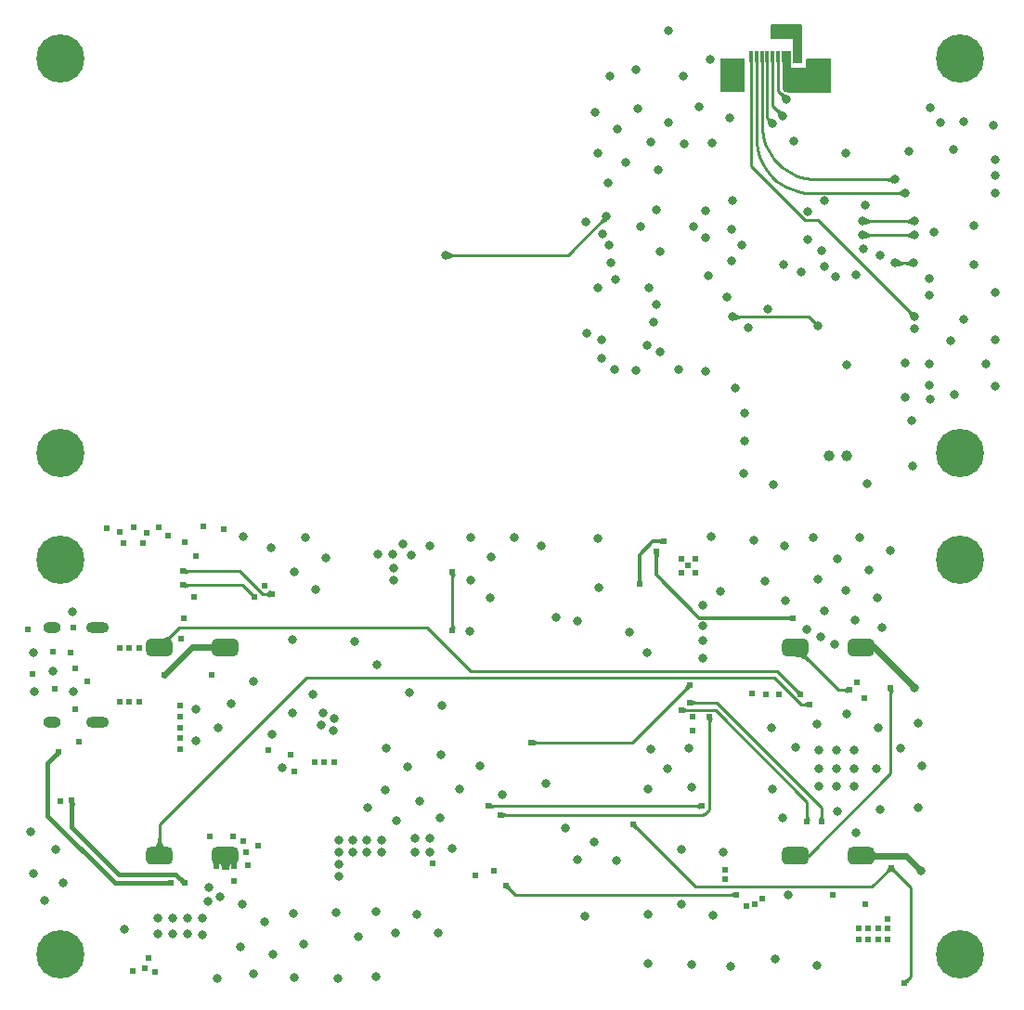
<source format=gbr>
%TF.GenerationSoftware,KiCad,Pcbnew,(5.1.8)-1*%
%TF.CreationDate,2021-08-31T22:24:41+08:00*%
%TF.ProjectId,End_World_Kit_V3.0,456e645f-576f-4726-9c64-5f4b69745f56,rev?*%
%TF.SameCoordinates,Original*%
%TF.FileFunction,Copper,L1,Top*%
%TF.FilePolarity,Positive*%
%FSLAX46Y46*%
G04 Gerber Fmt 4.6, Leading zero omitted, Abs format (unit mm)*
G04 Created by KiCad (PCBNEW (5.1.8)-1) date 2021-08-31 22:24:42*
%MOMM*%
%LPD*%
G01*
G04 APERTURE LIST*
%TA.AperFunction,ComponentPad*%
%ADD10C,1.000000*%
%TD*%
%TA.AperFunction,ComponentPad*%
%ADD11C,0.700000*%
%TD*%
%TA.AperFunction,ComponentPad*%
%ADD12C,4.400000*%
%TD*%
%TA.AperFunction,ComponentPad*%
%ADD13O,2.100000X1.000000*%
%TD*%
%TA.AperFunction,ComponentPad*%
%ADD14O,1.600000X1.000000*%
%TD*%
%TA.AperFunction,SMDPad,CuDef*%
%ADD15R,2.300000X3.100000*%
%TD*%
%TA.AperFunction,SMDPad,CuDef*%
%ADD16R,0.300000X1.100000*%
%TD*%
%TA.AperFunction,ViaPad*%
%ADD17C,0.603000*%
%TD*%
%TA.AperFunction,ViaPad*%
%ADD18C,0.800000*%
%TD*%
%TA.AperFunction,Conductor*%
%ADD19C,0.600000*%
%TD*%
%TA.AperFunction,Conductor*%
%ADD20C,0.300000*%
%TD*%
%TA.AperFunction,Conductor*%
%ADD21C,0.250000*%
%TD*%
%TA.AperFunction,Conductor*%
%ADD22C,0.400000*%
%TD*%
%TA.AperFunction,Conductor*%
%ADD23C,0.200000*%
%TD*%
%TA.AperFunction,Conductor*%
%ADD24C,0.100000*%
%TD*%
%TA.AperFunction,Conductor*%
%ADD25C,0.025400*%
%TD*%
G04 APERTURE END LIST*
D10*
%TO.P,MK1,1*%
%TO.N,GNDA*%
X130400000Y-97300000D03*
%TO.P,MK1,2*%
%TO.N,Net-(C21-Pad1)*%
X128800000Y-97300000D03*
%TD*%
D11*
%TO.P,H8,1*%
%TO.N,N/C*%
X141916726Y-95833274D03*
X140750000Y-95350000D03*
X139583274Y-95833274D03*
X139100000Y-97000000D03*
X139583274Y-98166726D03*
X140750000Y-98650000D03*
X141916726Y-98166726D03*
X142400000Y-97000000D03*
D12*
X140750000Y-97000000D03*
%TD*%
D11*
%TO.P,H7,1*%
%TO.N,N/C*%
X141916726Y-59833274D03*
X140750000Y-59350000D03*
X139583274Y-59833274D03*
X139100000Y-61000000D03*
X139583274Y-62166726D03*
X140750000Y-62650000D03*
X141916726Y-62166726D03*
X142400000Y-61000000D03*
D12*
X140750000Y-61000000D03*
%TD*%
D11*
%TO.P,H6,1*%
%TO.N,N/C*%
X59916726Y-95833274D03*
X58750000Y-95350000D03*
X57583274Y-95833274D03*
X57100000Y-97000000D03*
X57583274Y-98166726D03*
X58750000Y-98650000D03*
X59916726Y-98166726D03*
X60400000Y-97000000D03*
D12*
X58750000Y-97000000D03*
%TD*%
D11*
%TO.P,H5,1*%
%TO.N,N/C*%
X59916726Y-59833274D03*
X58750000Y-59350000D03*
X57583274Y-59833274D03*
X57100000Y-61000000D03*
X57583274Y-62166726D03*
X58750000Y-62650000D03*
X59916726Y-62166726D03*
X60400000Y-61000000D03*
D12*
X58750000Y-61000000D03*
%TD*%
D11*
%TO.P,H4,1*%
%TO.N,N/C*%
X141916726Y-141583274D03*
X140750000Y-141100000D03*
X139583274Y-141583274D03*
X139100000Y-142750000D03*
X139583274Y-143916726D03*
X140750000Y-144400000D03*
X141916726Y-143916726D03*
X142400000Y-142750000D03*
D12*
X140750000Y-142750000D03*
%TD*%
D11*
%TO.P,H3,1*%
%TO.N,N/C*%
X141916726Y-105583274D03*
X140750000Y-105100000D03*
X139583274Y-105583274D03*
X139100000Y-106750000D03*
X139583274Y-107916726D03*
X140750000Y-108400000D03*
X141916726Y-107916726D03*
X142400000Y-106750000D03*
D12*
X140750000Y-106750000D03*
%TD*%
D11*
%TO.P,H2,1*%
%TO.N,N/C*%
X59916726Y-141583274D03*
X58750000Y-141100000D03*
X57583274Y-141583274D03*
X57100000Y-142750000D03*
X57583274Y-143916726D03*
X58750000Y-144400000D03*
X59916726Y-143916726D03*
X60400000Y-142750000D03*
D12*
X58750000Y-142750000D03*
%TD*%
D11*
%TO.P,H1,1*%
%TO.N,N/C*%
X59916726Y-105583274D03*
X58750000Y-105100000D03*
X57583274Y-105583274D03*
X57100000Y-106750000D03*
X57583274Y-107916726D03*
X58750000Y-108400000D03*
X59916726Y-107916726D03*
X60400000Y-106750000D03*
D12*
X58750000Y-106750000D03*
%TD*%
%TO.P,SW6,2*%
%TO.N,GND*%
%TA.AperFunction,SMDPad,CuDef*%
G36*
G01*
X130550000Y-134150000D02*
X130550000Y-133350000D01*
G75*
G02*
X130950000Y-132950000I400000J0D01*
G01*
X132550000Y-132950000D01*
G75*
G02*
X132950000Y-133350000I0J-400000D01*
G01*
X132950000Y-134150000D01*
G75*
G02*
X132550000Y-134550000I-400000J0D01*
G01*
X130950000Y-134550000D01*
G75*
G02*
X130550000Y-134150000I0J400000D01*
G01*
G37*
%TD.AperFunction*%
%TO.P,SW6,1*%
%TO.N,/KEY4*%
%TA.AperFunction,SMDPad,CuDef*%
G36*
G01*
X124550000Y-134150000D02*
X124550000Y-133350000D01*
G75*
G02*
X124950000Y-132950000I400000J0D01*
G01*
X126550000Y-132950000D01*
G75*
G02*
X126950000Y-133350000I0J-400000D01*
G01*
X126950000Y-134150000D01*
G75*
G02*
X126550000Y-134550000I-400000J0D01*
G01*
X124950000Y-134550000D01*
G75*
G02*
X124550000Y-134150000I0J400000D01*
G01*
G37*
%TD.AperFunction*%
%TD*%
%TO.P,SW5,2*%
%TO.N,GND*%
%TA.AperFunction,SMDPad,CuDef*%
G36*
G01*
X130550000Y-115150000D02*
X130550000Y-114350000D01*
G75*
G02*
X130950000Y-113950000I400000J0D01*
G01*
X132550000Y-113950000D01*
G75*
G02*
X132950000Y-114350000I0J-400000D01*
G01*
X132950000Y-115150000D01*
G75*
G02*
X132550000Y-115550000I-400000J0D01*
G01*
X130950000Y-115550000D01*
G75*
G02*
X130550000Y-115150000I0J400000D01*
G01*
G37*
%TD.AperFunction*%
%TO.P,SW5,1*%
%TO.N,/KEY3*%
%TA.AperFunction,SMDPad,CuDef*%
G36*
G01*
X124550000Y-115150000D02*
X124550000Y-114350000D01*
G75*
G02*
X124950000Y-113950000I400000J0D01*
G01*
X126550000Y-113950000D01*
G75*
G02*
X126950000Y-114350000I0J-400000D01*
G01*
X126950000Y-115150000D01*
G75*
G02*
X126550000Y-115550000I-400000J0D01*
G01*
X124950000Y-115550000D01*
G75*
G02*
X124550000Y-115150000I0J400000D01*
G01*
G37*
%TD.AperFunction*%
%TD*%
%TO.P,SW4,2*%
%TO.N,GND*%
%TA.AperFunction,SMDPad,CuDef*%
G36*
G01*
X72550000Y-134150000D02*
X72550000Y-133350000D01*
G75*
G02*
X72950000Y-132950000I400000J0D01*
G01*
X74550000Y-132950000D01*
G75*
G02*
X74950000Y-133350000I0J-400000D01*
G01*
X74950000Y-134150000D01*
G75*
G02*
X74550000Y-134550000I-400000J0D01*
G01*
X72950000Y-134550000D01*
G75*
G02*
X72550000Y-134150000I0J400000D01*
G01*
G37*
%TD.AperFunction*%
%TO.P,SW4,1*%
%TO.N,/KEY2*%
%TA.AperFunction,SMDPad,CuDef*%
G36*
G01*
X66550000Y-134150000D02*
X66550000Y-133350000D01*
G75*
G02*
X66950000Y-132950000I400000J0D01*
G01*
X68550000Y-132950000D01*
G75*
G02*
X68950000Y-133350000I0J-400000D01*
G01*
X68950000Y-134150000D01*
G75*
G02*
X68550000Y-134550000I-400000J0D01*
G01*
X66950000Y-134550000D01*
G75*
G02*
X66550000Y-134150000I0J400000D01*
G01*
G37*
%TD.AperFunction*%
%TD*%
%TO.P,SW3,2*%
%TO.N,GND*%
%TA.AperFunction,SMDPad,CuDef*%
G36*
G01*
X72550000Y-115150000D02*
X72550000Y-114350000D01*
G75*
G02*
X72950000Y-113950000I400000J0D01*
G01*
X74550000Y-113950000D01*
G75*
G02*
X74950000Y-114350000I0J-400000D01*
G01*
X74950000Y-115150000D01*
G75*
G02*
X74550000Y-115550000I-400000J0D01*
G01*
X72950000Y-115550000D01*
G75*
G02*
X72550000Y-115150000I0J400000D01*
G01*
G37*
%TD.AperFunction*%
%TO.P,SW3,1*%
%TO.N,/KEY1*%
%TA.AperFunction,SMDPad,CuDef*%
G36*
G01*
X66550000Y-115150000D02*
X66550000Y-114350000D01*
G75*
G02*
X66950000Y-113950000I400000J0D01*
G01*
X68550000Y-113950000D01*
G75*
G02*
X68950000Y-114350000I0J-400000D01*
G01*
X68950000Y-115150000D01*
G75*
G02*
X68550000Y-115550000I-400000J0D01*
G01*
X66950000Y-115550000D01*
G75*
G02*
X66550000Y-115150000I0J400000D01*
G01*
G37*
%TD.AperFunction*%
%TD*%
D13*
%TO.P,P1,S1*%
%TO.N,GND*%
X62130000Y-112930000D03*
X62130000Y-121570000D03*
D14*
X57950000Y-121570000D03*
X57950000Y-112930000D03*
%TD*%
D15*
%TO.P,J4,MP*%
%TO.N,GNDA*%
X127870000Y-62600000D03*
X120030000Y-62600000D03*
D16*
%TO.P,J4,10*%
%TO.N,VBAT_B*%
X126200000Y-60900000D03*
%TO.P,J4,9*%
X125700000Y-60900000D03*
%TO.P,J4,8*%
%TO.N,GNDA*%
X125200000Y-60900000D03*
%TO.P,J4,7*%
X124700000Y-60900000D03*
%TO.P,J4,6*%
%TO.N,/RAD_V_B*%
X124200000Y-60900000D03*
%TO.P,J4,5*%
%TO.N,/UV_OUT_B*%
X123700000Y-60900000D03*
%TO.P,J4,4*%
%TO.N,/MIC_OUT*%
X123200000Y-60900000D03*
%TO.P,J4,3*%
%TO.N,/I2C_SCL*%
X122700000Y-60900000D03*
%TO.P,J4,2*%
%TO.N,/I2C_SDA*%
X122200000Y-60900000D03*
%TO.P,J4,1*%
%TO.N,/CCS811_WAKE*%
X121700000Y-60900000D03*
%TD*%
D17*
%TO.N,GND*%
X74550000Y-134700000D03*
X72950000Y-134700000D03*
X74550000Y-133750000D03*
X72950000Y-133750000D03*
D18*
X131100000Y-125800000D03*
X129500000Y-125800000D03*
X127900000Y-125800000D03*
X127900000Y-127400000D03*
X129500000Y-127400000D03*
X131100000Y-127400000D03*
X129500000Y-124100000D03*
X131100000Y-124100000D03*
X127900000Y-124100000D03*
D17*
X129200000Y-137300000D03*
X68250000Y-117250000D03*
X132100000Y-138200000D03*
D18*
X137200000Y-135100000D03*
X136600000Y-118400000D03*
X123940000Y-143150000D03*
X133620000Y-112920000D03*
X56254611Y-115207390D03*
X56315977Y-118799757D03*
X56042657Y-131589235D03*
X56238693Y-135339564D03*
X57271681Y-137870876D03*
X58074346Y-116917231D03*
X58335182Y-133182348D03*
X58986479Y-136184468D03*
X59837184Y-111502874D03*
X59888643Y-118796122D03*
X71050000Y-120350000D03*
X71050000Y-123250000D03*
X73150000Y-122050000D03*
X74309538Y-119901045D03*
X75438867Y-104679141D03*
X75290369Y-138158489D03*
X75187037Y-142059310D03*
X76303156Y-117885579D03*
X76333192Y-144505355D03*
X77316918Y-139742584D03*
X77905925Y-105683540D03*
X78067355Y-122670768D03*
X78143556Y-142745148D03*
X78942982Y-125755353D03*
X80056454Y-107824103D03*
X79904458Y-114056483D03*
X79899600Y-120729860D03*
X79989475Y-139011212D03*
X80081536Y-144834175D03*
X81051677Y-104711406D03*
X80875073Y-141817381D03*
X82013895Y-109437215D03*
X81762826Y-119010297D03*
X82972508Y-106604221D03*
X83892291Y-138912438D03*
X84044183Y-144943451D03*
X85529269Y-114167873D03*
X85939076Y-141125560D03*
X86727907Y-129345145D03*
X87559761Y-116321944D03*
X87502980Y-138889150D03*
X87473446Y-144787736D03*
X88403493Y-123979685D03*
X88369530Y-127758609D03*
X89409790Y-130518095D03*
X89324504Y-140759244D03*
X90524003Y-118848391D03*
X90421672Y-125647822D03*
X91524811Y-128779279D03*
X91245199Y-139077060D03*
X92411239Y-105517298D03*
X93488495Y-120084049D03*
X93479223Y-124550387D03*
X93387732Y-130285205D03*
X93206225Y-140810335D03*
X94424758Y-133085021D03*
X95164223Y-127638295D03*
X96185992Y-104710472D03*
X96164065Y-108620154D03*
X96099474Y-113312065D03*
X97019886Y-125589118D03*
X98027769Y-106493334D03*
X97906667Y-110221207D03*
X100087296Y-104712381D03*
X102626424Y-105516800D03*
X104758482Y-131244804D03*
X105845533Y-112379814D03*
X105905571Y-134122446D03*
X106560563Y-139232926D03*
X107743952Y-104837785D03*
X107797802Y-109325991D03*
X107407397Y-132483277D03*
X109474822Y-134149664D03*
X110586403Y-113352739D03*
X112229272Y-115189993D03*
X112616154Y-124022722D03*
X112358850Y-127675039D03*
X112286753Y-139075471D03*
X112349512Y-143587346D03*
X114087073Y-125822190D03*
X115376617Y-133147500D03*
X115382815Y-138134165D03*
X116018209Y-123913269D03*
X116295149Y-127464149D03*
X116325439Y-143662943D03*
X118063263Y-104600357D03*
X118226639Y-139194860D03*
X118950264Y-109616157D03*
X119216797Y-133424547D03*
X119885324Y-143809660D03*
X121973402Y-104942564D03*
X122983804Y-108734718D03*
X123587442Y-122055553D03*
X123658169Y-127635253D03*
X124806968Y-105530178D03*
X124821458Y-110470399D03*
X124628541Y-130288068D03*
X125803606Y-123827542D03*
X127407441Y-104713883D03*
X127785876Y-108548670D03*
X127690799Y-121723495D03*
X127768701Y-143733588D03*
X128387957Y-111450875D03*
X129603445Y-106712539D03*
X129561833Y-129730037D03*
X130359911Y-109523429D03*
X130438442Y-120830619D03*
X131609586Y-104712604D03*
X131221966Y-112282300D03*
X131307978Y-131636947D03*
X132440563Y-107731747D03*
X133244582Y-110263629D03*
X133340970Y-122074930D03*
X133131075Y-125775554D03*
X133449829Y-129496150D03*
X134441441Y-105916229D03*
X135313269Y-123910431D03*
X136975688Y-121648094D03*
X137286351Y-125592944D03*
X136963693Y-129388022D03*
X99000000Y-128200000D03*
X125100000Y-137300000D03*
X67650000Y-139450000D03*
X67650000Y-140850000D03*
X68950000Y-139450000D03*
X68950000Y-140850000D03*
X70350000Y-139450000D03*
X71650000Y-139450000D03*
X73050000Y-144950000D03*
X70350000Y-140850000D03*
X71650000Y-140950000D03*
X64550000Y-140450000D03*
D17*
X115350000Y-106650000D03*
X116600000Y-106650000D03*
X116600000Y-107925000D03*
X115375000Y-107925000D03*
X115975000Y-107300000D03*
X73750000Y-133750000D03*
X75650000Y-133450000D03*
X75800000Y-134600000D03*
X74600000Y-136050000D03*
X74500000Y-131950000D03*
X75400000Y-132450000D03*
X76750000Y-132850000D03*
X72400000Y-132000000D03*
X77325000Y-109100000D03*
X69650000Y-121050000D03*
X69650000Y-122050000D03*
X69650000Y-123050000D03*
X69650000Y-124050000D03*
X69650000Y-120050000D03*
X58050000Y-115150000D03*
X59650000Y-115250000D03*
X60050000Y-116650000D03*
X61150000Y-117850000D03*
X60050000Y-120350000D03*
X58250000Y-118550000D03*
X56150000Y-117150000D03*
X55750000Y-113150000D03*
X59950000Y-112950000D03*
X69750000Y-113950000D03*
X69950000Y-112050000D03*
X70950000Y-110150000D03*
X71050000Y-106450000D03*
X70050000Y-105150000D03*
X71750000Y-103750000D03*
X73650000Y-103950000D03*
X83675000Y-125200000D03*
X81925000Y-125200000D03*
X80075000Y-126075000D03*
X79725000Y-124550000D03*
X77675000Y-124100000D03*
X82750000Y-125200000D03*
%TO.N,/VDD*%
X113770000Y-105070000D03*
X111540000Y-108970000D03*
X131500000Y-140400000D03*
X131500000Y-141400000D03*
X132400000Y-141400000D03*
X132400000Y-140400000D03*
X133300000Y-140400000D03*
X133300000Y-141400000D03*
X134200000Y-141400000D03*
X134200000Y-140400000D03*
X134200000Y-139500000D03*
D18*
X84100000Y-135600000D03*
X84100000Y-134500000D03*
X84100000Y-133400000D03*
X84100000Y-132300000D03*
X85400000Y-132300000D03*
X86700000Y-132300000D03*
X85400000Y-133400000D03*
X86700000Y-133400000D03*
X88000000Y-132300000D03*
X88000000Y-133400000D03*
X91100000Y-132200000D03*
X91100000Y-133400000D03*
X92400000Y-132200000D03*
X92400000Y-133400000D03*
D17*
X92650000Y-134425000D03*
%TO.N,+5V*%
X64125000Y-114800000D03*
X65900000Y-114800000D03*
X65000000Y-114800000D03*
X64125000Y-119700000D03*
X65900000Y-119700000D03*
X65000000Y-119700000D03*
X62975000Y-103900000D03*
X64450000Y-105275000D03*
X66275000Y-105250000D03*
X64150000Y-104200000D03*
X65375000Y-103800000D03*
X66625000Y-104325000D03*
X68525000Y-104525000D03*
X67700000Y-103825000D03*
X60437500Y-123362500D03*
X58762500Y-128737500D03*
X66775000Y-143100000D03*
X65350000Y-144250000D03*
X67325000Y-144375000D03*
X66400000Y-144000000D03*
X72550000Y-117250000D03*
D18*
X72150000Y-137950000D03*
X73250000Y-137450000D03*
X72250000Y-136650000D03*
%TO.N,/VDDA_GPS*%
X89100000Y-108610000D03*
X89090000Y-107540000D03*
X87710000Y-106240000D03*
X89060000Y-106260000D03*
X90740000Y-106310000D03*
X89960000Y-105290000D03*
X103975000Y-111975000D03*
X83600000Y-122300000D03*
X82500000Y-121800000D03*
X82700000Y-120700000D03*
X83700000Y-121200000D03*
%TO.N,Net-(C23-Pad2)*%
X120000000Y-84600000D03*
X127840000Y-85440000D03*
%TO.N,GNDA*%
X138010000Y-81080000D03*
X137990000Y-82600000D03*
X119980000Y-63530000D03*
X120010000Y-61700000D03*
X139940000Y-86740000D03*
X136635000Y-77135000D03*
X131905000Y-77135000D03*
X138010000Y-90810000D03*
X140250000Y-91720000D03*
X138090000Y-92140000D03*
X143110000Y-88870000D03*
X143970000Y-86670000D03*
X144000000Y-90910000D03*
X143990000Y-82400000D03*
X143960000Y-73300000D03*
X143980000Y-71700000D03*
X117810000Y-80870000D03*
X130400000Y-88960000D03*
X136600000Y-85700000D03*
X114150000Y-58500000D03*
X111200000Y-62050000D03*
X108830000Y-62670000D03*
X115500000Y-62670000D03*
X125000000Y-62150000D03*
X125100000Y-63450000D03*
X126200000Y-62650000D03*
X107454234Y-65924600D03*
X107716218Y-69677773D03*
X107778277Y-81918922D03*
X108700676Y-72394049D03*
X109530855Y-67438321D03*
X110262445Y-70508662D03*
X111387963Y-65621753D03*
X112594907Y-68690164D03*
X112388964Y-81969118D03*
X113289024Y-71198672D03*
X113456013Y-87797900D03*
X114163082Y-66877665D03*
X115625000Y-68800000D03*
X115138626Y-89362367D03*
X116994926Y-65467756D03*
X117959571Y-61142247D03*
X118184567Y-68746713D03*
X119788229Y-66498318D03*
X121134456Y-93387476D03*
X121079975Y-98857160D03*
X123771429Y-99920489D03*
X124696943Y-79807601D03*
X125579983Y-68551868D03*
X128444871Y-79990789D03*
X130346873Y-69709665D03*
X132169500Y-74438189D03*
X132326402Y-99837511D03*
X133453553Y-78951875D03*
X136135839Y-69518369D03*
X136405454Y-94088404D03*
X136427650Y-98177888D03*
X138031835Y-65545350D03*
X141107822Y-66825943D03*
X141096414Y-84858493D03*
X142076634Y-76246736D03*
X142057286Y-79834968D03*
X121100000Y-95900000D03*
X120300000Y-91100000D03*
X117600000Y-89600000D03*
X127840000Y-61720000D03*
X127860000Y-63460000D03*
X108775000Y-78025000D03*
X120025000Y-74000000D03*
X120875000Y-78075000D03*
X116500000Y-76400000D03*
X119500000Y-82800000D03*
X121475000Y-85600000D03*
X138400000Y-76850000D03*
X144000000Y-70300000D03*
X143850000Y-67125000D03*
X138975000Y-66850000D03*
X108900000Y-79625000D03*
X108200000Y-77025000D03*
X106625000Y-75900000D03*
X109400000Y-81200000D03*
X106750000Y-86075000D03*
X108100000Y-86700000D03*
X109250000Y-89425000D03*
X112225000Y-87225000D03*
X112850000Y-85050000D03*
X111200000Y-89500000D03*
X108075000Y-88425000D03*
X113050000Y-83500000D03*
X117575000Y-77400000D03*
X117600000Y-74900000D03*
X113075000Y-74850000D03*
X111675000Y-76350000D03*
X119925000Y-76625000D03*
X119900000Y-79475000D03*
X126325000Y-80550000D03*
X131275000Y-80750000D03*
X129450000Y-80950000D03*
X131925000Y-78425000D03*
X128175000Y-78525000D03*
%TO.N,/VDDA*%
X93880000Y-78980000D03*
X108550000Y-75460000D03*
X137995000Y-88905000D03*
X140200000Y-69300000D03*
%TO.N,VBAT_B*%
X124000000Y-58550000D03*
X125000000Y-58550000D03*
X125900000Y-58900000D03*
X125950000Y-59850000D03*
%TO.N,Net-(C34-Pad1)*%
X136635000Y-75865000D03*
X131875000Y-75865000D03*
D17*
%TO.N,/CCS811_WAKE_T*%
X121290000Y-138370000D03*
X121770000Y-118940000D03*
%TO.N,/I2C_SCL_T*%
X124300000Y-119020000D03*
X122700000Y-137660000D03*
%TO.N,/I2C_SDA_T*%
X122050000Y-138130000D03*
X123070000Y-119030000D03*
D18*
%TO.N,/CCS811_WAKE*%
X136620000Y-84580000D03*
%TO.N,/MIC_OUT*%
X123690000Y-66980000D03*
X123250000Y-83860000D03*
%TO.N,/I2C_SCL*%
X136540000Y-79690000D03*
X134850000Y-79690000D03*
X134850000Y-72080000D03*
%TO.N,/I2C_SDA*%
X135800000Y-91910000D03*
X135800000Y-88810000D03*
X135800000Y-73310000D03*
%TO.N,/RAD_V_B*%
X124940000Y-64730000D03*
X113425000Y-78650000D03*
%TO.N,/UV_OUT_B*%
X124620000Y-66270000D03*
X126860000Y-75030000D03*
D17*
%TO.N,/#EN*%
X110960000Y-130890000D03*
X134470000Y-134860000D03*
X135725000Y-145325000D03*
%TO.N,/RTS*%
X69905000Y-107795000D03*
X78000000Y-109925000D03*
%TO.N,/IO0*%
X101690000Y-123420000D03*
X116100000Y-118190000D03*
%TO.N,/DTR*%
X69890000Y-109065000D03*
X76450000Y-110175000D03*
%TO.N,Net-(R1-Pad1)*%
X68765000Y-136235000D03*
X58600000Y-124250000D03*
%TO.N,Net-(R4-Pad1)*%
X70035000Y-136260000D03*
X59775000Y-128725000D03*
%TO.N,/KEY4*%
X134460000Y-118460000D03*
D18*
X117300000Y-115700000D03*
D17*
%TO.N,/KEY3*%
X130660000Y-118640000D03*
D18*
X117300000Y-114100000D03*
X129300000Y-114500000D03*
D17*
%TO.N,/KEY2*%
X127075000Y-119950000D03*
D18*
X117300000Y-112800000D03*
X128077401Y-113777401D03*
D17*
%TO.N,/KEY1*%
X126225000Y-119050000D03*
D18*
X117300000Y-110900000D03*
X126800000Y-113100000D03*
D17*
%TO.N,/U0_RX*%
X116400000Y-121050000D03*
X131400000Y-117900000D03*
%TO.N,/SPI2_MOSI*%
X97750000Y-129210000D03*
X117190000Y-129220000D03*
%TO.N,/SPI2_SCLK*%
X119362481Y-135010909D03*
D18*
X103000000Y-127200000D03*
D17*
X98250000Y-135100000D03*
%TO.N,/GPS_PPS*%
X94495000Y-113175000D03*
X94495000Y-107875000D03*
%TO.N,/GPS_TXD*%
X116110000Y-119770000D03*
X128130000Y-130630000D03*
%TO.N,/GPS_RXD*%
X115330000Y-120460000D03*
X126840000Y-130650000D03*
D18*
%TO.N,Net-(R45-Pad1)*%
X126900000Y-77540000D03*
X128420000Y-74020000D03*
D17*
%TO.N,/U0_TX*%
X116422590Y-122347590D03*
X132075000Y-119375000D03*
%TO.N,/GYRO_INT*%
X113080000Y-106030000D03*
X125570000Y-112060000D03*
%TO.N,/SPI2_CS0*%
X98870000Y-130030000D03*
X117930002Y-121050000D03*
%TO.N,/SPI2_RST*%
X119370000Y-135860000D03*
X96550000Y-135550000D03*
%TO.N,/SPI2_DC*%
X120330000Y-137290000D03*
X99350000Y-136450000D03*
%TD*%
D19*
%TO.N,GND*%
X70750000Y-114750000D02*
X68250000Y-117250000D01*
X73750000Y-114750000D02*
X70750000Y-114750000D01*
X73750000Y-133750000D02*
X73750000Y-133750000D01*
X131750000Y-133750000D02*
X135850000Y-133750000D01*
X135850000Y-133750000D02*
X137200000Y-135100000D01*
X137200000Y-135100000D02*
X137200000Y-135100000D01*
X131750000Y-114750000D02*
X132950000Y-114750000D01*
X132950000Y-114750000D02*
X136600000Y-118400000D01*
X136600000Y-118400000D02*
X136600000Y-118400000D01*
D20*
%TO.N,/VDD*%
X111540000Y-108970000D02*
X111540000Y-108970000D01*
X111540000Y-106310000D02*
X111540000Y-108970000D01*
X112780000Y-105070000D02*
X111540000Y-106310000D01*
X113770000Y-105070000D02*
X112780000Y-105070000D01*
D21*
%TO.N,Net-(C23-Pad2)*%
X120000000Y-84600000D02*
X127000000Y-84600000D01*
X127000000Y-84600000D02*
X127840000Y-85440000D01*
X127840000Y-85440000D02*
X127840000Y-85440000D01*
%TO.N,GNDA*%
X136635000Y-77135000D02*
X131905000Y-77135000D01*
X131905000Y-77135000D02*
X131905000Y-77135000D01*
%TO.N,/VDDA*%
X93880000Y-78980000D02*
X105030000Y-78980000D01*
X105030000Y-78980000D02*
X108550000Y-75460000D01*
X108550000Y-75460000D02*
X108550000Y-75460000D01*
%TO.N,Net-(C34-Pad1)*%
X136635000Y-75865000D02*
X131875000Y-75865000D01*
X131875000Y-75865000D02*
X131875000Y-75865000D01*
%TO.N,/CCS811_WAKE*%
X136620000Y-84580000D02*
X136620000Y-84580000D01*
X127830000Y-75790000D02*
X136620000Y-84580000D01*
X126617446Y-75790000D02*
X127830000Y-75790000D01*
X121700000Y-70872554D02*
X126617446Y-75790000D01*
X121700000Y-60900000D02*
X121700000Y-70872554D01*
%TO.N,/MIC_OUT*%
X123200000Y-60900000D02*
X123200000Y-66490000D01*
X123200000Y-66490000D02*
X123690000Y-66980000D01*
X123690000Y-66980000D02*
X123690000Y-66980000D01*
%TO.N,/I2C_SCL*%
X136540000Y-79690000D02*
X134850000Y-79690000D01*
X134850000Y-79690000D02*
X134850000Y-79690000D01*
X127700000Y-72080000D02*
X134850000Y-72080000D01*
X127700000Y-72080000D02*
X127209914Y-72055923D01*
X127209914Y-72055923D02*
X126724548Y-71983926D01*
X126724548Y-71983926D02*
X126248576Y-71864701D01*
X126248576Y-71864701D02*
X125786582Y-71699397D01*
X125786582Y-71699397D02*
X125343016Y-71489606D01*
X125343016Y-71489606D02*
X124922148Y-71237348D01*
X124922148Y-71237348D02*
X124528033Y-70945052D01*
X124528033Y-70945052D02*
X124164466Y-70615533D01*
X124164466Y-70615533D02*
X123834947Y-70251966D01*
X123834947Y-70251966D02*
X123542651Y-69857851D01*
X123542651Y-69857851D02*
X123290393Y-69436983D01*
X123290393Y-69436983D02*
X123080602Y-68993417D01*
X123080602Y-68993417D02*
X122915298Y-68531423D01*
X122915298Y-68531423D02*
X122796073Y-68055451D01*
X122796073Y-68055451D02*
X122724076Y-67570085D01*
X122724076Y-67570085D02*
X122700000Y-67080000D01*
X122700000Y-67080000D02*
X122700000Y-60910000D01*
%TO.N,/I2C_SDA*%
X135800000Y-73310000D02*
X133980000Y-73310000D01*
X133980000Y-73310000D02*
X133980000Y-73310000D01*
X122200000Y-68310000D02*
X122200000Y-60840000D01*
X122200000Y-68310000D02*
X122224076Y-68800085D01*
X122224076Y-68800085D02*
X122296073Y-69285451D01*
X122296073Y-69285451D02*
X122415298Y-69761423D01*
X122415298Y-69761423D02*
X122580602Y-70223417D01*
X122580602Y-70223417D02*
X122790393Y-70666983D01*
X122790393Y-70666983D02*
X123042651Y-71087851D01*
X123042651Y-71087851D02*
X123334947Y-71481966D01*
X123334947Y-71481966D02*
X123664466Y-71845533D01*
X123664466Y-71845533D02*
X124028033Y-72175052D01*
X124028033Y-72175052D02*
X124422148Y-72467348D01*
X124422148Y-72467348D02*
X124843016Y-72719606D01*
X124843016Y-72719606D02*
X125286582Y-72929397D01*
X125286582Y-72929397D02*
X125748576Y-73094701D01*
X125748576Y-73094701D02*
X126224548Y-73213926D01*
X126224548Y-73213926D02*
X126709914Y-73285923D01*
X126709914Y-73285923D02*
X127200000Y-73310000D01*
X127200000Y-73310000D02*
X133980000Y-73310000D01*
%TO.N,/RAD_V_B*%
X124200000Y-60900000D02*
X124200000Y-63990000D01*
X124200000Y-63990000D02*
X124940000Y-64730000D01*
X124940000Y-64730000D02*
X124940000Y-64730000D01*
%TO.N,/UV_OUT_B*%
X123700000Y-60900000D02*
X123700000Y-65350000D01*
X123700000Y-65350000D02*
X124620000Y-66270000D01*
X124620000Y-66270000D02*
X124620000Y-66270000D01*
%TO.N,/#EN*%
X134470000Y-134860000D02*
X134470000Y-134860000D01*
X132750000Y-136580000D02*
X134470000Y-134860000D01*
X116610000Y-136580000D02*
X132750000Y-136580000D01*
X110960000Y-130930000D02*
X116610000Y-136580000D01*
X110960000Y-130890000D02*
X110960000Y-130930000D01*
X134470000Y-134860000D02*
X136275000Y-136665000D01*
X136275000Y-136665000D02*
X136275000Y-144750000D01*
X136275000Y-144750000D02*
X136275000Y-144775000D01*
X136275000Y-144775000D02*
X135725000Y-145325000D01*
X135725000Y-145325000D02*
X135725000Y-145325000D01*
%TO.N,/RTS*%
X78000000Y-109925000D02*
X78000000Y-109925000D01*
X77225000Y-109925000D02*
X78000000Y-109925000D01*
X75095000Y-107795000D02*
X77225000Y-109925000D01*
X69905000Y-107795000D02*
X75095000Y-107795000D01*
%TO.N,/IO0*%
X101690000Y-123420000D02*
X110870000Y-123420000D01*
X110870000Y-123420000D02*
X116100000Y-118190000D01*
X116100000Y-118190000D02*
X116100000Y-118190000D01*
%TO.N,/DTR*%
X69890000Y-109065000D02*
X75340000Y-109065000D01*
X75340000Y-109065000D02*
X76450000Y-110175000D01*
X76450000Y-110175000D02*
X76450000Y-110175000D01*
D22*
%TO.N,Net-(R1-Pad1)*%
X57575000Y-125275000D02*
X58600000Y-124250000D01*
X58600000Y-124250000D02*
X58600000Y-124250000D01*
X57575000Y-130100000D02*
X57575000Y-125275000D01*
X63710000Y-136235000D02*
X57575000Y-130100000D01*
X68765000Y-136235000D02*
X63710000Y-136235000D01*
%TO.N,Net-(R4-Pad1)*%
X70035000Y-136260000D02*
X69200000Y-135425000D01*
X69200000Y-135425000D02*
X64050000Y-135425000D01*
X64050000Y-135425000D02*
X59775000Y-131150000D01*
X59775000Y-131150000D02*
X59775000Y-129025000D01*
X59775000Y-128725000D02*
X59775000Y-128725000D01*
D21*
%TO.N,/KEY4*%
X126950000Y-133750000D02*
X134460000Y-126240000D01*
X125750000Y-133750000D02*
X126950000Y-133750000D01*
X134460000Y-126240000D02*
X134460000Y-118460000D01*
X134460000Y-118460000D02*
X134460000Y-118460000D01*
%TO.N,/KEY3*%
X125750000Y-114750000D02*
X129640000Y-118640000D01*
X129640000Y-118640000D02*
X130660000Y-118640000D01*
X130660000Y-118640000D02*
X130660000Y-118640000D01*
%TO.N,/KEY2*%
X127075000Y-119950000D02*
X127075000Y-119950000D01*
X126268226Y-119950000D02*
X127075000Y-119950000D01*
X123818226Y-117500000D02*
X126268226Y-119950000D01*
X81150000Y-117500000D02*
X123818226Y-117500000D01*
X67750000Y-130900000D02*
X81150000Y-117500000D01*
X67750000Y-133750000D02*
X67750000Y-130900000D01*
%TO.N,/KEY1*%
X126225000Y-119050000D02*
X126225000Y-119050000D01*
X124100000Y-116925000D02*
X126225000Y-119050000D01*
X96175000Y-116925000D02*
X124100000Y-116925000D01*
X92175000Y-112925000D02*
X96175000Y-116925000D01*
X69575000Y-112925000D02*
X92175000Y-112925000D01*
X67750000Y-114750000D02*
X69575000Y-112925000D01*
%TO.N,/SPI2_MOSI*%
X97750000Y-129210000D02*
X117190000Y-129220000D01*
X117190000Y-129220000D02*
X117180000Y-129210000D01*
%TO.N,/GPS_PPS*%
X94495000Y-113175000D02*
X94495000Y-107875000D01*
X94495000Y-107875000D02*
X94495000Y-107875000D01*
%TO.N,/GPS_TXD*%
X128130000Y-130630000D02*
X128130000Y-130630000D01*
X118570000Y-119770000D02*
X128130000Y-129330000D01*
X128130000Y-129330000D02*
X128130000Y-130630000D01*
X116110000Y-119770000D02*
X118570000Y-119770000D01*
%TO.N,/GPS_RXD*%
X126840000Y-130650000D02*
X126840000Y-130650000D01*
X126840000Y-128840000D02*
X126840000Y-130650000D01*
X118460000Y-120460000D02*
X126840000Y-128840000D01*
X115330000Y-120460000D02*
X118460000Y-120460000D01*
D20*
%TO.N,/GYRO_INT*%
X113080000Y-106030000D02*
X113080000Y-108140000D01*
X113080000Y-108140000D02*
X117000000Y-112060000D01*
X117000000Y-112060000D02*
X125570000Y-112060000D01*
X125570000Y-112060000D02*
X125570000Y-112060000D01*
D21*
%TO.N,/SPI2_CS0*%
X117930002Y-129230000D02*
X117930002Y-121050000D01*
X117930002Y-129230000D02*
X117926149Y-129308413D01*
X117926149Y-129308413D02*
X117914630Y-129386072D01*
X117914630Y-129386072D02*
X117895554Y-129462227D01*
X117895554Y-129462227D02*
X117869105Y-129536146D01*
X117869105Y-129536146D02*
X117835539Y-129607117D01*
X117835539Y-129607117D02*
X117795177Y-129674456D01*
X117795177Y-129674456D02*
X117748410Y-129737514D01*
X117748410Y-129737514D02*
X117695687Y-129795685D01*
X117695687Y-129795685D02*
X117637516Y-129848408D01*
X117637516Y-129848408D02*
X117574458Y-129895175D01*
X117574458Y-129895175D02*
X117507119Y-129935537D01*
X117507119Y-129935537D02*
X117436148Y-129969103D01*
X117436148Y-129969103D02*
X117362229Y-129995552D01*
X117362229Y-129995552D02*
X117286074Y-130014628D01*
X117286074Y-130014628D02*
X117208415Y-130026147D01*
X117208415Y-130026147D02*
X117130002Y-130030000D01*
X117130002Y-130030000D02*
X98870000Y-130030000D01*
%TO.N,/SPI2_DC*%
X100190000Y-137290000D02*
X120330000Y-137290000D01*
X99350000Y-136450000D02*
X100190000Y-137290000D01*
%TD*%
D23*
%TO.N,VBAT_B*%
X126250000Y-61350000D02*
X125651451Y-61350000D01*
X125651451Y-60350000D01*
X125650000Y-60335267D01*
X125650000Y-59250000D01*
X125648079Y-59230491D01*
X125642388Y-59211732D01*
X125633147Y-59194443D01*
X125620711Y-59179289D01*
X125605557Y-59166853D01*
X125588268Y-59157612D01*
X125569509Y-59151921D01*
X125550000Y-59150000D01*
X123600000Y-59150000D01*
X123600000Y-57950000D01*
X126250000Y-57950000D01*
X126250000Y-61350000D01*
%TA.AperFunction,Conductor*%
D24*
G36*
X126250000Y-61350000D02*
G01*
X125651451Y-61350000D01*
X125651451Y-60350000D01*
X125650000Y-60335267D01*
X125650000Y-59250000D01*
X125648079Y-59230491D01*
X125642388Y-59211732D01*
X125633147Y-59194443D01*
X125620711Y-59179289D01*
X125605557Y-59166853D01*
X125588268Y-59157612D01*
X125569509Y-59151921D01*
X125550000Y-59150000D01*
X123600000Y-59150000D01*
X123600000Y-57950000D01*
X126250000Y-57950000D01*
X126250000Y-61350000D01*
G37*
%TD.AperFunction*%
%TD*%
D23*
%TO.N,GNDA*%
X125248549Y-61450000D02*
X125250000Y-61464733D01*
X125250000Y-61850000D01*
X125251921Y-61869509D01*
X125257612Y-61888268D01*
X125266853Y-61905557D01*
X125279289Y-61920711D01*
X125294443Y-61933147D01*
X125311732Y-61942388D01*
X125330491Y-61948079D01*
X125350000Y-61950000D01*
X126700000Y-61950000D01*
X126719509Y-61948079D01*
X126738268Y-61942388D01*
X126755557Y-61933147D01*
X126770711Y-61920711D01*
X126783147Y-61905557D01*
X126792388Y-61888268D01*
X126798079Y-61869509D01*
X126800000Y-61850000D01*
X126800000Y-61150000D01*
X128950000Y-61150000D01*
X128950000Y-64050000D01*
X125109489Y-64050000D01*
X125008944Y-64030000D01*
X124939424Y-64030000D01*
X124913197Y-64029272D01*
X124895295Y-64027369D01*
X124878970Y-64024279D01*
X124863764Y-64020067D01*
X124849147Y-64014658D01*
X124834631Y-64007853D01*
X124819799Y-63999344D01*
X124804364Y-63988762D01*
X124788152Y-63975713D01*
X124767357Y-63956316D01*
X124650000Y-63838960D01*
X124650000Y-61464733D01*
X124651451Y-61450000D01*
X124651451Y-60450000D01*
X125248549Y-60450000D01*
X125248549Y-61450000D01*
%TA.AperFunction,Conductor*%
D24*
G36*
X125248549Y-61450000D02*
G01*
X125250000Y-61464733D01*
X125250000Y-61850000D01*
X125251921Y-61869509D01*
X125257612Y-61888268D01*
X125266853Y-61905557D01*
X125279289Y-61920711D01*
X125294443Y-61933147D01*
X125311732Y-61942388D01*
X125330491Y-61948079D01*
X125350000Y-61950000D01*
X126700000Y-61950000D01*
X126719509Y-61948079D01*
X126738268Y-61942388D01*
X126755557Y-61933147D01*
X126770711Y-61920711D01*
X126783147Y-61905557D01*
X126792388Y-61888268D01*
X126798079Y-61869509D01*
X126800000Y-61850000D01*
X126800000Y-61150000D01*
X128950000Y-61150000D01*
X128950000Y-64050000D01*
X125109489Y-64050000D01*
X125008944Y-64030000D01*
X124939424Y-64030000D01*
X124913197Y-64029272D01*
X124895295Y-64027369D01*
X124878970Y-64024279D01*
X124863764Y-64020067D01*
X124849147Y-64014658D01*
X124834631Y-64007853D01*
X124819799Y-63999344D01*
X124804364Y-63988762D01*
X124788152Y-63975713D01*
X124767357Y-63956316D01*
X124650000Y-63838960D01*
X124650000Y-61464733D01*
X124651451Y-61450000D01*
X124651451Y-60450000D01*
X125248549Y-60450000D01*
X125248549Y-61450000D01*
G37*
%TD.AperFunction*%
%TD*%
D25*
%TO.N,GND*%
X74124574Y-114750000D02*
X73180540Y-115294272D01*
X73135181Y-115251373D01*
X73134431Y-115250718D01*
X73079679Y-115206518D01*
X73078850Y-115205903D01*
X73021575Y-115166903D01*
X73020676Y-115166344D01*
X72960880Y-115132544D01*
X72959928Y-115132058D01*
X72897611Y-115103458D01*
X72896625Y-115103054D01*
X72831785Y-115079654D01*
X72830787Y-115079340D01*
X72763426Y-115061140D01*
X72762436Y-115060914D01*
X72692553Y-115047914D01*
X72691590Y-115047773D01*
X72619186Y-115039973D01*
X72618266Y-115039908D01*
X72555600Y-115037733D01*
X72555600Y-114462267D01*
X72618266Y-114460092D01*
X72619186Y-114460027D01*
X72691590Y-114452227D01*
X72692553Y-114452086D01*
X72762436Y-114439086D01*
X72763426Y-114438860D01*
X72830787Y-114420660D01*
X72831785Y-114420346D01*
X72896625Y-114396946D01*
X72897611Y-114396542D01*
X72959928Y-114367942D01*
X72960880Y-114367456D01*
X73020676Y-114333656D01*
X73021575Y-114333097D01*
X73078850Y-114294097D01*
X73079679Y-114293482D01*
X73134431Y-114249282D01*
X73135181Y-114248627D01*
X73180540Y-114205728D01*
X74124574Y-114750000D01*
%TA.AperFunction,Conductor*%
D24*
G36*
X74124574Y-114750000D02*
G01*
X73180540Y-115294272D01*
X73135181Y-115251373D01*
X73134431Y-115250718D01*
X73079679Y-115206518D01*
X73078850Y-115205903D01*
X73021575Y-115166903D01*
X73020676Y-115166344D01*
X72960880Y-115132544D01*
X72959928Y-115132058D01*
X72897611Y-115103458D01*
X72896625Y-115103054D01*
X72831785Y-115079654D01*
X72830787Y-115079340D01*
X72763426Y-115061140D01*
X72762436Y-115060914D01*
X72692553Y-115047914D01*
X72691590Y-115047773D01*
X72619186Y-115039973D01*
X72618266Y-115039908D01*
X72555600Y-115037733D01*
X72555600Y-114462267D01*
X72618266Y-114460092D01*
X72619186Y-114460027D01*
X72691590Y-114452227D01*
X72692553Y-114452086D01*
X72762436Y-114439086D01*
X72763426Y-114438860D01*
X72830787Y-114420660D01*
X72831785Y-114420346D01*
X72896625Y-114396946D01*
X72897611Y-114396542D01*
X72959928Y-114367942D01*
X72960880Y-114367456D01*
X73020676Y-114333656D01*
X73021575Y-114333097D01*
X73078850Y-114294097D01*
X73079679Y-114293482D01*
X73134431Y-114249282D01*
X73135181Y-114248627D01*
X73180540Y-114205728D01*
X74124574Y-114750000D01*
G37*
%TD.AperFunction*%
%TD*%
D25*
%TO.N,GND*%
X74294272Y-134319460D02*
X74251373Y-134364818D01*
X74250718Y-134365568D01*
X74206518Y-134420320D01*
X74205903Y-134421149D01*
X74166903Y-134478424D01*
X74166344Y-134479323D01*
X74132544Y-134539119D01*
X74132058Y-134540071D01*
X74103458Y-134602389D01*
X74103054Y-134603375D01*
X74079654Y-134668214D01*
X74079340Y-134669212D01*
X74061140Y-134736573D01*
X74060914Y-134737563D01*
X74047914Y-134807446D01*
X74047773Y-134808409D01*
X74039973Y-134880813D01*
X74039908Y-134881733D01*
X74037733Y-134944400D01*
X73462267Y-134944400D01*
X73460092Y-134881733D01*
X73460027Y-134880813D01*
X73452227Y-134808409D01*
X73452086Y-134807446D01*
X73439086Y-134737563D01*
X73438860Y-134736573D01*
X73420660Y-134669212D01*
X73420346Y-134668214D01*
X73396946Y-134603375D01*
X73396542Y-134602389D01*
X73367942Y-134540071D01*
X73367456Y-134539119D01*
X73333656Y-134479323D01*
X73333097Y-134478424D01*
X73294097Y-134421149D01*
X73293482Y-134420320D01*
X73249282Y-134365568D01*
X73248627Y-134364818D01*
X73205728Y-134319460D01*
X73750000Y-133375426D01*
X74294272Y-134319460D01*
%TA.AperFunction,Conductor*%
D24*
G36*
X74294272Y-134319460D02*
G01*
X74251373Y-134364818D01*
X74250718Y-134365568D01*
X74206518Y-134420320D01*
X74205903Y-134421149D01*
X74166903Y-134478424D01*
X74166344Y-134479323D01*
X74132544Y-134539119D01*
X74132058Y-134540071D01*
X74103458Y-134602389D01*
X74103054Y-134603375D01*
X74079654Y-134668214D01*
X74079340Y-134669212D01*
X74061140Y-134736573D01*
X74060914Y-134737563D01*
X74047914Y-134807446D01*
X74047773Y-134808409D01*
X74039973Y-134880813D01*
X74039908Y-134881733D01*
X74037733Y-134944400D01*
X73462267Y-134944400D01*
X73460092Y-134881733D01*
X73460027Y-134880813D01*
X73452227Y-134808409D01*
X73452086Y-134807446D01*
X73439086Y-134737563D01*
X73438860Y-134736573D01*
X73420660Y-134669212D01*
X73420346Y-134668214D01*
X73396946Y-134603375D01*
X73396542Y-134602389D01*
X73367942Y-134540071D01*
X73367456Y-134539119D01*
X73333656Y-134479323D01*
X73333097Y-134478424D01*
X73294097Y-134421149D01*
X73293482Y-134420320D01*
X73249282Y-134365568D01*
X73248627Y-134364818D01*
X73205728Y-134319460D01*
X73750000Y-133375426D01*
X74294272Y-134319460D01*
G37*
%TD.AperFunction*%
%TD*%
D25*
%TO.N,GND*%
X132364818Y-133248627D02*
X132365568Y-133249282D01*
X132420320Y-133293482D01*
X132421149Y-133294097D01*
X132478424Y-133333097D01*
X132479323Y-133333656D01*
X132539119Y-133367456D01*
X132540071Y-133367942D01*
X132602389Y-133396542D01*
X132603375Y-133396946D01*
X132668214Y-133420346D01*
X132669212Y-133420660D01*
X132736573Y-133438860D01*
X132737563Y-133439086D01*
X132807446Y-133452086D01*
X132808409Y-133452227D01*
X132880813Y-133460027D01*
X132881733Y-133460092D01*
X132944400Y-133462267D01*
X132944400Y-134037733D01*
X132881733Y-134039908D01*
X132880813Y-134039973D01*
X132808409Y-134047773D01*
X132807446Y-134047914D01*
X132737563Y-134060914D01*
X132736573Y-134061140D01*
X132669212Y-134079340D01*
X132668214Y-134079654D01*
X132603375Y-134103054D01*
X132602389Y-134103458D01*
X132540071Y-134132058D01*
X132539119Y-134132544D01*
X132479323Y-134166344D01*
X132478424Y-134166903D01*
X132421149Y-134205903D01*
X132420320Y-134206518D01*
X132365568Y-134250718D01*
X132364818Y-134251373D01*
X132319460Y-134294272D01*
X131375426Y-133750000D01*
X132319460Y-133205728D01*
X132364818Y-133248627D01*
%TA.AperFunction,Conductor*%
D24*
G36*
X132364818Y-133248627D02*
G01*
X132365568Y-133249282D01*
X132420320Y-133293482D01*
X132421149Y-133294097D01*
X132478424Y-133333097D01*
X132479323Y-133333656D01*
X132539119Y-133367456D01*
X132540071Y-133367942D01*
X132602389Y-133396542D01*
X132603375Y-133396946D01*
X132668214Y-133420346D01*
X132669212Y-133420660D01*
X132736573Y-133438860D01*
X132737563Y-133439086D01*
X132807446Y-133452086D01*
X132808409Y-133452227D01*
X132880813Y-133460027D01*
X132881733Y-133460092D01*
X132944400Y-133462267D01*
X132944400Y-134037733D01*
X132881733Y-134039908D01*
X132880813Y-134039973D01*
X132808409Y-134047773D01*
X132807446Y-134047914D01*
X132737563Y-134060914D01*
X132736573Y-134061140D01*
X132669212Y-134079340D01*
X132668214Y-134079654D01*
X132603375Y-134103054D01*
X132602389Y-134103458D01*
X132540071Y-134132058D01*
X132539119Y-134132544D01*
X132479323Y-134166344D01*
X132478424Y-134166903D01*
X132421149Y-134205903D01*
X132420320Y-134206518D01*
X132365568Y-134250718D01*
X132364818Y-134251373D01*
X132319460Y-134294272D01*
X131375426Y-133750000D01*
X132319460Y-133205728D01*
X132364818Y-133248627D01*
G37*
%TD.AperFunction*%
%TD*%
D25*
%TO.N,GND*%
X132364741Y-114248621D02*
X132365478Y-114249267D01*
X132420017Y-114293467D01*
X132420835Y-114294077D01*
X132477755Y-114333077D01*
X132478644Y-114333634D01*
X132537943Y-114367434D01*
X132538890Y-114367922D01*
X132600569Y-114396522D01*
X132601553Y-114396929D01*
X132665611Y-114420329D01*
X132666614Y-114420649D01*
X132733052Y-114438849D01*
X132734050Y-114439079D01*
X132802868Y-114452079D01*
X132803842Y-114452224D01*
X132875039Y-114460024D01*
X132875974Y-114460092D01*
X132937300Y-114462259D01*
X132937300Y-115037741D01*
X132875974Y-115039908D01*
X132875039Y-115039976D01*
X132803842Y-115047776D01*
X132802868Y-115047921D01*
X132734050Y-115060921D01*
X132733052Y-115061151D01*
X132666614Y-115079351D01*
X132665611Y-115079671D01*
X132601553Y-115103071D01*
X132600569Y-115103478D01*
X132538890Y-115132078D01*
X132537943Y-115132566D01*
X132478644Y-115166366D01*
X132477755Y-115166923D01*
X132420835Y-115205923D01*
X132420017Y-115206533D01*
X132365478Y-115250733D01*
X132364741Y-115251379D01*
X132319455Y-115294269D01*
X131375426Y-114750000D01*
X132319455Y-114205731D01*
X132364741Y-114248621D01*
%TA.AperFunction,Conductor*%
D24*
G36*
X132364741Y-114248621D02*
G01*
X132365478Y-114249267D01*
X132420017Y-114293467D01*
X132420835Y-114294077D01*
X132477755Y-114333077D01*
X132478644Y-114333634D01*
X132537943Y-114367434D01*
X132538890Y-114367922D01*
X132600569Y-114396522D01*
X132601553Y-114396929D01*
X132665611Y-114420329D01*
X132666614Y-114420649D01*
X132733052Y-114438849D01*
X132734050Y-114439079D01*
X132802868Y-114452079D01*
X132803842Y-114452224D01*
X132875039Y-114460024D01*
X132875974Y-114460092D01*
X132937300Y-114462259D01*
X132937300Y-115037741D01*
X132875974Y-115039908D01*
X132875039Y-115039976D01*
X132803842Y-115047776D01*
X132802868Y-115047921D01*
X132734050Y-115060921D01*
X132733052Y-115061151D01*
X132666614Y-115079351D01*
X132665611Y-115079671D01*
X132601553Y-115103071D01*
X132600569Y-115103478D01*
X132538890Y-115132078D01*
X132537943Y-115132566D01*
X132478644Y-115166366D01*
X132477755Y-115166923D01*
X132420835Y-115205923D01*
X132420017Y-115206533D01*
X132365478Y-115250733D01*
X132364741Y-115251379D01*
X132319455Y-115294269D01*
X131375426Y-114750000D01*
X132319455Y-114205731D01*
X132364741Y-114248621D01*
G37*
%TD.AperFunction*%
%TD*%
D25*
%TO.N,/VDD*%
X111677915Y-108601179D02*
X111677955Y-108601910D01*
X111679787Y-108623560D01*
X111679880Y-108624358D01*
X111682932Y-108644870D01*
X111683092Y-108645737D01*
X111687366Y-108665109D01*
X111687608Y-108666037D01*
X111693102Y-108684270D01*
X111693442Y-108685250D01*
X111700158Y-108702344D01*
X111700607Y-108703356D01*
X111708543Y-108719311D01*
X111709111Y-108720332D01*
X111718269Y-108735148D01*
X111718955Y-108736148D01*
X111729333Y-108749825D01*
X111730128Y-108750773D01*
X111735376Y-108756446D01*
X111540000Y-109095324D01*
X111344623Y-108756445D01*
X111349872Y-108750772D01*
X111350666Y-108749825D01*
X111361045Y-108736148D01*
X111361731Y-108735148D01*
X111370888Y-108720332D01*
X111371456Y-108719312D01*
X111379393Y-108703357D01*
X111379843Y-108702343D01*
X111386558Y-108685249D01*
X111386897Y-108684271D01*
X111392392Y-108666038D01*
X111392634Y-108665109D01*
X111396907Y-108645737D01*
X111397067Y-108644871D01*
X111400120Y-108624359D01*
X111400213Y-108623559D01*
X111402044Y-108601909D01*
X111402084Y-108601179D01*
X111402364Y-108590750D01*
X111677636Y-108590750D01*
X111677915Y-108601179D01*
%TA.AperFunction,Conductor*%
D24*
G36*
X111677915Y-108601179D02*
G01*
X111677955Y-108601910D01*
X111679787Y-108623560D01*
X111679880Y-108624358D01*
X111682932Y-108644870D01*
X111683092Y-108645737D01*
X111687366Y-108665109D01*
X111687608Y-108666037D01*
X111693102Y-108684270D01*
X111693442Y-108685250D01*
X111700158Y-108702344D01*
X111700607Y-108703356D01*
X111708543Y-108719311D01*
X111709111Y-108720332D01*
X111718269Y-108735148D01*
X111718955Y-108736148D01*
X111729333Y-108749825D01*
X111730128Y-108750773D01*
X111735376Y-108756446D01*
X111540000Y-109095324D01*
X111344623Y-108756445D01*
X111349872Y-108750772D01*
X111350666Y-108749825D01*
X111361045Y-108736148D01*
X111361731Y-108735148D01*
X111370888Y-108720332D01*
X111371456Y-108719312D01*
X111379393Y-108703357D01*
X111379843Y-108702343D01*
X111386558Y-108685249D01*
X111386897Y-108684271D01*
X111392392Y-108666038D01*
X111392634Y-108665109D01*
X111396907Y-108645737D01*
X111397067Y-108644871D01*
X111400120Y-108624359D01*
X111400213Y-108623559D01*
X111402044Y-108601909D01*
X111402084Y-108601179D01*
X111402364Y-108590750D01*
X111677636Y-108590750D01*
X111677915Y-108601179D01*
G37*
%TD.AperFunction*%
%TD*%
D25*
%TO.N,/VDD*%
X113895324Y-105070000D02*
X113556446Y-105265376D01*
X113550773Y-105260128D01*
X113549825Y-105259333D01*
X113536148Y-105248955D01*
X113535148Y-105248269D01*
X113520332Y-105239111D01*
X113519311Y-105238543D01*
X113503356Y-105230607D01*
X113502344Y-105230158D01*
X113485250Y-105223442D01*
X113484270Y-105223102D01*
X113466037Y-105217608D01*
X113465109Y-105217366D01*
X113445737Y-105213092D01*
X113444870Y-105212932D01*
X113424358Y-105209880D01*
X113423560Y-105209787D01*
X113401910Y-105207955D01*
X113401179Y-105207915D01*
X113390750Y-105207636D01*
X113390750Y-104932364D01*
X113401179Y-104932084D01*
X113401909Y-104932044D01*
X113423559Y-104930213D01*
X113424359Y-104930120D01*
X113444871Y-104927067D01*
X113445737Y-104926907D01*
X113465109Y-104922634D01*
X113466038Y-104922392D01*
X113484271Y-104916897D01*
X113485249Y-104916558D01*
X113502343Y-104909843D01*
X113503357Y-104909393D01*
X113519312Y-104901456D01*
X113520332Y-104900888D01*
X113535148Y-104891731D01*
X113536148Y-104891045D01*
X113549825Y-104880666D01*
X113550772Y-104879872D01*
X113556445Y-104874623D01*
X113895324Y-105070000D01*
%TA.AperFunction,Conductor*%
D24*
G36*
X113895324Y-105070000D02*
G01*
X113556446Y-105265376D01*
X113550773Y-105260128D01*
X113549825Y-105259333D01*
X113536148Y-105248955D01*
X113535148Y-105248269D01*
X113520332Y-105239111D01*
X113519311Y-105238543D01*
X113503356Y-105230607D01*
X113502344Y-105230158D01*
X113485250Y-105223442D01*
X113484270Y-105223102D01*
X113466037Y-105217608D01*
X113465109Y-105217366D01*
X113445737Y-105213092D01*
X113444870Y-105212932D01*
X113424358Y-105209880D01*
X113423560Y-105209787D01*
X113401910Y-105207955D01*
X113401179Y-105207915D01*
X113390750Y-105207636D01*
X113390750Y-104932364D01*
X113401179Y-104932084D01*
X113401909Y-104932044D01*
X113423559Y-104930213D01*
X113424359Y-104930120D01*
X113444871Y-104927067D01*
X113445737Y-104926907D01*
X113465109Y-104922634D01*
X113466038Y-104922392D01*
X113484271Y-104916897D01*
X113485249Y-104916558D01*
X113502343Y-104909843D01*
X113503357Y-104909393D01*
X113519312Y-104901456D01*
X113520332Y-104900888D01*
X113535148Y-104891731D01*
X113536148Y-104891045D01*
X113549825Y-104880666D01*
X113550772Y-104879872D01*
X113556445Y-104874623D01*
X113895324Y-105070000D01*
G37*
%TD.AperFunction*%
%TD*%
D25*
%TO.N,Net-(C23-Pad2)*%
X120308058Y-84358676D02*
X120308805Y-84359329D01*
X120341423Y-84385679D01*
X120342250Y-84386294D01*
X120376355Y-84409544D01*
X120377252Y-84410102D01*
X120412845Y-84430252D01*
X120413796Y-84430739D01*
X120450877Y-84447789D01*
X120451863Y-84448193D01*
X120490432Y-84462143D01*
X120491432Y-84462458D01*
X120531488Y-84473308D01*
X120532479Y-84473535D01*
X120574023Y-84481285D01*
X120574988Y-84481426D01*
X120618020Y-84486076D01*
X120618942Y-84486142D01*
X120651204Y-84487265D01*
X120651204Y-84712734D01*
X120618942Y-84713857D01*
X120618020Y-84713923D01*
X120574988Y-84718573D01*
X120574023Y-84718714D01*
X120532479Y-84726464D01*
X120531488Y-84726691D01*
X120491432Y-84737541D01*
X120490432Y-84737856D01*
X120451863Y-84751806D01*
X120450877Y-84752210D01*
X120413796Y-84769260D01*
X120412845Y-84769747D01*
X120377252Y-84789897D01*
X120376355Y-84790455D01*
X120342250Y-84813705D01*
X120341423Y-84814320D01*
X120308805Y-84840670D01*
X120308058Y-84841324D01*
X120283803Y-84864272D01*
X119825426Y-84600000D01*
X120283802Y-84335728D01*
X120308058Y-84358676D01*
%TA.AperFunction,Conductor*%
D24*
G36*
X120308058Y-84358676D02*
G01*
X120308805Y-84359329D01*
X120341423Y-84385679D01*
X120342250Y-84386294D01*
X120376355Y-84409544D01*
X120377252Y-84410102D01*
X120412845Y-84430252D01*
X120413796Y-84430739D01*
X120450877Y-84447789D01*
X120451863Y-84448193D01*
X120490432Y-84462143D01*
X120491432Y-84462458D01*
X120531488Y-84473308D01*
X120532479Y-84473535D01*
X120574023Y-84481285D01*
X120574988Y-84481426D01*
X120618020Y-84486076D01*
X120618942Y-84486142D01*
X120651204Y-84487265D01*
X120651204Y-84712734D01*
X120618942Y-84713857D01*
X120618020Y-84713923D01*
X120574988Y-84718573D01*
X120574023Y-84718714D01*
X120532479Y-84726464D01*
X120531488Y-84726691D01*
X120491432Y-84737541D01*
X120490432Y-84737856D01*
X120451863Y-84751806D01*
X120450877Y-84752210D01*
X120413796Y-84769260D01*
X120412845Y-84769747D01*
X120377252Y-84789897D01*
X120376355Y-84790455D01*
X120342250Y-84813705D01*
X120341423Y-84814320D01*
X120308805Y-84840670D01*
X120308058Y-84841324D01*
X120283803Y-84864272D01*
X119825426Y-84600000D01*
X120283802Y-84335728D01*
X120308058Y-84358676D01*
G37*
%TD.AperFunction*%
%TD*%
D25*
%TO.N,GNDA*%
X136809574Y-77135000D02*
X136351198Y-77399272D01*
X136326941Y-77376323D01*
X136326194Y-77375670D01*
X136293576Y-77349320D01*
X136292749Y-77348705D01*
X136258644Y-77325455D01*
X136257747Y-77324897D01*
X136222154Y-77304747D01*
X136221203Y-77304260D01*
X136184122Y-77287210D01*
X136183136Y-77286806D01*
X136144567Y-77272856D01*
X136143567Y-77272541D01*
X136103511Y-77261691D01*
X136102520Y-77261464D01*
X136060976Y-77253714D01*
X136060011Y-77253573D01*
X136016979Y-77248923D01*
X136016057Y-77248857D01*
X135983796Y-77247735D01*
X135983796Y-77022265D01*
X136016057Y-77021142D01*
X136016979Y-77021076D01*
X136060011Y-77016426D01*
X136060976Y-77016285D01*
X136102520Y-77008535D01*
X136103511Y-77008308D01*
X136143567Y-76997458D01*
X136144567Y-76997143D01*
X136183136Y-76983193D01*
X136184122Y-76982789D01*
X136221203Y-76965739D01*
X136222154Y-76965252D01*
X136257747Y-76945102D01*
X136258644Y-76944544D01*
X136292749Y-76921294D01*
X136293576Y-76920679D01*
X136326194Y-76894329D01*
X136326941Y-76893676D01*
X136351198Y-76870728D01*
X136809574Y-77135000D01*
%TA.AperFunction,Conductor*%
D24*
G36*
X136809574Y-77135000D02*
G01*
X136351198Y-77399272D01*
X136326941Y-77376323D01*
X136326194Y-77375670D01*
X136293576Y-77349320D01*
X136292749Y-77348705D01*
X136258644Y-77325455D01*
X136257747Y-77324897D01*
X136222154Y-77304747D01*
X136221203Y-77304260D01*
X136184122Y-77287210D01*
X136183136Y-77286806D01*
X136144567Y-77272856D01*
X136143567Y-77272541D01*
X136103511Y-77261691D01*
X136102520Y-77261464D01*
X136060976Y-77253714D01*
X136060011Y-77253573D01*
X136016979Y-77248923D01*
X136016057Y-77248857D01*
X135983796Y-77247735D01*
X135983796Y-77022265D01*
X136016057Y-77021142D01*
X136016979Y-77021076D01*
X136060011Y-77016426D01*
X136060976Y-77016285D01*
X136102520Y-77008535D01*
X136103511Y-77008308D01*
X136143567Y-76997458D01*
X136144567Y-76997143D01*
X136183136Y-76983193D01*
X136184122Y-76982789D01*
X136221203Y-76965739D01*
X136222154Y-76965252D01*
X136257747Y-76945102D01*
X136258644Y-76944544D01*
X136292749Y-76921294D01*
X136293576Y-76920679D01*
X136326194Y-76894329D01*
X136326941Y-76893676D01*
X136351198Y-76870728D01*
X136809574Y-77135000D01*
G37*
%TD.AperFunction*%
%TD*%
D25*
%TO.N,GNDA*%
X132213058Y-76893676D02*
X132213805Y-76894329D01*
X132246423Y-76920679D01*
X132247250Y-76921294D01*
X132281355Y-76944544D01*
X132282252Y-76945102D01*
X132317845Y-76965252D01*
X132318796Y-76965739D01*
X132355877Y-76982789D01*
X132356863Y-76983193D01*
X132395432Y-76997143D01*
X132396432Y-76997458D01*
X132436488Y-77008308D01*
X132437479Y-77008535D01*
X132479023Y-77016285D01*
X132479988Y-77016426D01*
X132523020Y-77021076D01*
X132523942Y-77021142D01*
X132556204Y-77022265D01*
X132556204Y-77247734D01*
X132523942Y-77248857D01*
X132523020Y-77248923D01*
X132479988Y-77253573D01*
X132479023Y-77253714D01*
X132437479Y-77261464D01*
X132436488Y-77261691D01*
X132396432Y-77272541D01*
X132395432Y-77272856D01*
X132356863Y-77286806D01*
X132355877Y-77287210D01*
X132318796Y-77304260D01*
X132317845Y-77304747D01*
X132282252Y-77324897D01*
X132281355Y-77325455D01*
X132247250Y-77348705D01*
X132246423Y-77349320D01*
X132213805Y-77375670D01*
X132213058Y-77376324D01*
X132188803Y-77399272D01*
X131730426Y-77135000D01*
X132188802Y-76870728D01*
X132213058Y-76893676D01*
%TA.AperFunction,Conductor*%
D24*
G36*
X132213058Y-76893676D02*
G01*
X132213805Y-76894329D01*
X132246423Y-76920679D01*
X132247250Y-76921294D01*
X132281355Y-76944544D01*
X132282252Y-76945102D01*
X132317845Y-76965252D01*
X132318796Y-76965739D01*
X132355877Y-76982789D01*
X132356863Y-76983193D01*
X132395432Y-76997143D01*
X132396432Y-76997458D01*
X132436488Y-77008308D01*
X132437479Y-77008535D01*
X132479023Y-77016285D01*
X132479988Y-77016426D01*
X132523020Y-77021076D01*
X132523942Y-77021142D01*
X132556204Y-77022265D01*
X132556204Y-77247734D01*
X132523942Y-77248857D01*
X132523020Y-77248923D01*
X132479988Y-77253573D01*
X132479023Y-77253714D01*
X132437479Y-77261464D01*
X132436488Y-77261691D01*
X132396432Y-77272541D01*
X132395432Y-77272856D01*
X132356863Y-77286806D01*
X132355877Y-77287210D01*
X132318796Y-77304260D01*
X132317845Y-77304747D01*
X132282252Y-77324897D01*
X132281355Y-77325455D01*
X132247250Y-77348705D01*
X132246423Y-77349320D01*
X132213805Y-77375670D01*
X132213058Y-77376324D01*
X132188803Y-77399272D01*
X131730426Y-77135000D01*
X132188802Y-76870728D01*
X132213058Y-76893676D01*
G37*
%TD.AperFunction*%
%TD*%
D25*
%TO.N,/VDDA*%
X94188058Y-78738676D02*
X94188805Y-78739329D01*
X94221423Y-78765679D01*
X94222250Y-78766294D01*
X94256355Y-78789544D01*
X94257252Y-78790102D01*
X94292845Y-78810252D01*
X94293796Y-78810739D01*
X94330877Y-78827789D01*
X94331863Y-78828193D01*
X94370432Y-78842143D01*
X94371432Y-78842458D01*
X94411488Y-78853308D01*
X94412479Y-78853535D01*
X94454023Y-78861285D01*
X94454988Y-78861426D01*
X94498020Y-78866076D01*
X94498942Y-78866142D01*
X94531204Y-78867265D01*
X94531204Y-79092734D01*
X94498942Y-79093857D01*
X94498020Y-79093923D01*
X94454988Y-79098573D01*
X94454023Y-79098714D01*
X94412479Y-79106464D01*
X94411488Y-79106691D01*
X94371432Y-79117541D01*
X94370432Y-79117856D01*
X94331863Y-79131806D01*
X94330877Y-79132210D01*
X94293796Y-79149260D01*
X94292845Y-79149747D01*
X94257252Y-79169897D01*
X94256355Y-79170455D01*
X94222250Y-79193705D01*
X94221423Y-79194320D01*
X94188805Y-79220670D01*
X94188058Y-79221324D01*
X94163803Y-79244272D01*
X93705426Y-78980000D01*
X94163802Y-78715728D01*
X94188058Y-78738676D01*
%TA.AperFunction,Conductor*%
D24*
G36*
X94188058Y-78738676D02*
G01*
X94188805Y-78739329D01*
X94221423Y-78765679D01*
X94222250Y-78766294D01*
X94256355Y-78789544D01*
X94257252Y-78790102D01*
X94292845Y-78810252D01*
X94293796Y-78810739D01*
X94330877Y-78827789D01*
X94331863Y-78828193D01*
X94370432Y-78842143D01*
X94371432Y-78842458D01*
X94411488Y-78853308D01*
X94412479Y-78853535D01*
X94454023Y-78861285D01*
X94454988Y-78861426D01*
X94498020Y-78866076D01*
X94498942Y-78866142D01*
X94531204Y-78867265D01*
X94531204Y-79092734D01*
X94498942Y-79093857D01*
X94498020Y-79093923D01*
X94454988Y-79098573D01*
X94454023Y-79098714D01*
X94412479Y-79106464D01*
X94411488Y-79106691D01*
X94371432Y-79117541D01*
X94370432Y-79117856D01*
X94331863Y-79131806D01*
X94330877Y-79132210D01*
X94293796Y-79149260D01*
X94292845Y-79149747D01*
X94257252Y-79169897D01*
X94256355Y-79170455D01*
X94222250Y-79193705D01*
X94221423Y-79194320D01*
X94188805Y-79220670D01*
X94188058Y-79221324D01*
X94163803Y-79244272D01*
X93705426Y-78980000D01*
X94163802Y-78715728D01*
X94188058Y-78738676D01*
G37*
%TD.AperFunction*%
%TD*%
D25*
%TO.N,/VDDA*%
X108536190Y-75847546D02*
X108502811Y-75848472D01*
X108501821Y-75848538D01*
X108460125Y-75852970D01*
X108459105Y-75853121D01*
X108418548Y-75860797D01*
X108417519Y-75861036D01*
X108378103Y-75871956D01*
X108377086Y-75872284D01*
X108338810Y-75886448D01*
X108337828Y-75886860D01*
X108300691Y-75904268D01*
X108299761Y-75904751D01*
X108263765Y-75925403D01*
X108262904Y-75925944D01*
X108228048Y-75949840D01*
X108227265Y-75950422D01*
X108193549Y-75977562D01*
X108192850Y-75978168D01*
X108169244Y-76000187D01*
X108009813Y-75840756D01*
X108031831Y-75817148D01*
X108032437Y-75816450D01*
X108059577Y-75782734D01*
X108060159Y-75781951D01*
X108084055Y-75747095D01*
X108084596Y-75746234D01*
X108105248Y-75710238D01*
X108105731Y-75709308D01*
X108123139Y-75672171D01*
X108123551Y-75671189D01*
X108137715Y-75632913D01*
X108138043Y-75631896D01*
X108148963Y-75592480D01*
X108149202Y-75591451D01*
X108156878Y-75550894D01*
X108157029Y-75549874D01*
X108161461Y-75508178D01*
X108161527Y-75507188D01*
X108162453Y-75473810D01*
X108673442Y-75336558D01*
X108536190Y-75847546D01*
%TA.AperFunction,Conductor*%
D24*
G36*
X108536190Y-75847546D02*
G01*
X108502811Y-75848472D01*
X108501821Y-75848538D01*
X108460125Y-75852970D01*
X108459105Y-75853121D01*
X108418548Y-75860797D01*
X108417519Y-75861036D01*
X108378103Y-75871956D01*
X108377086Y-75872284D01*
X108338810Y-75886448D01*
X108337828Y-75886860D01*
X108300691Y-75904268D01*
X108299761Y-75904751D01*
X108263765Y-75925403D01*
X108262904Y-75925944D01*
X108228048Y-75949840D01*
X108227265Y-75950422D01*
X108193549Y-75977562D01*
X108192850Y-75978168D01*
X108169244Y-76000187D01*
X108009813Y-75840756D01*
X108031831Y-75817148D01*
X108032437Y-75816450D01*
X108059577Y-75782734D01*
X108060159Y-75781951D01*
X108084055Y-75747095D01*
X108084596Y-75746234D01*
X108105248Y-75710238D01*
X108105731Y-75709308D01*
X108123139Y-75672171D01*
X108123551Y-75671189D01*
X108137715Y-75632913D01*
X108138043Y-75631896D01*
X108148963Y-75592480D01*
X108149202Y-75591451D01*
X108156878Y-75550894D01*
X108157029Y-75549874D01*
X108161461Y-75508178D01*
X108161527Y-75507188D01*
X108162453Y-75473810D01*
X108673442Y-75336558D01*
X108536190Y-75847546D01*
G37*
%TD.AperFunction*%
%TD*%
D25*
%TO.N,Net-(C34-Pad1)*%
X136809574Y-75865000D02*
X136351198Y-76129272D01*
X136326941Y-76106323D01*
X136326194Y-76105670D01*
X136293576Y-76079320D01*
X136292749Y-76078705D01*
X136258644Y-76055455D01*
X136257747Y-76054897D01*
X136222154Y-76034747D01*
X136221203Y-76034260D01*
X136184122Y-76017210D01*
X136183136Y-76016806D01*
X136144567Y-76002856D01*
X136143567Y-76002541D01*
X136103511Y-75991691D01*
X136102520Y-75991464D01*
X136060976Y-75983714D01*
X136060011Y-75983573D01*
X136016979Y-75978923D01*
X136016057Y-75978857D01*
X135983796Y-75977735D01*
X135983796Y-75752265D01*
X136016057Y-75751142D01*
X136016979Y-75751076D01*
X136060011Y-75746426D01*
X136060976Y-75746285D01*
X136102520Y-75738535D01*
X136103511Y-75738308D01*
X136143567Y-75727458D01*
X136144567Y-75727143D01*
X136183136Y-75713193D01*
X136184122Y-75712789D01*
X136221203Y-75695739D01*
X136222154Y-75695252D01*
X136257747Y-75675102D01*
X136258644Y-75674544D01*
X136292749Y-75651294D01*
X136293576Y-75650679D01*
X136326194Y-75624329D01*
X136326941Y-75623676D01*
X136351198Y-75600728D01*
X136809574Y-75865000D01*
%TA.AperFunction,Conductor*%
D24*
G36*
X136809574Y-75865000D02*
G01*
X136351198Y-76129272D01*
X136326941Y-76106323D01*
X136326194Y-76105670D01*
X136293576Y-76079320D01*
X136292749Y-76078705D01*
X136258644Y-76055455D01*
X136257747Y-76054897D01*
X136222154Y-76034747D01*
X136221203Y-76034260D01*
X136184122Y-76017210D01*
X136183136Y-76016806D01*
X136144567Y-76002856D01*
X136143567Y-76002541D01*
X136103511Y-75991691D01*
X136102520Y-75991464D01*
X136060976Y-75983714D01*
X136060011Y-75983573D01*
X136016979Y-75978923D01*
X136016057Y-75978857D01*
X135983796Y-75977735D01*
X135983796Y-75752265D01*
X136016057Y-75751142D01*
X136016979Y-75751076D01*
X136060011Y-75746426D01*
X136060976Y-75746285D01*
X136102520Y-75738535D01*
X136103511Y-75738308D01*
X136143567Y-75727458D01*
X136144567Y-75727143D01*
X136183136Y-75713193D01*
X136184122Y-75712789D01*
X136221203Y-75695739D01*
X136222154Y-75695252D01*
X136257747Y-75675102D01*
X136258644Y-75674544D01*
X136292749Y-75651294D01*
X136293576Y-75650679D01*
X136326194Y-75624329D01*
X136326941Y-75623676D01*
X136351198Y-75600728D01*
X136809574Y-75865000D01*
G37*
%TD.AperFunction*%
%TD*%
D25*
%TO.N,Net-(C34-Pad1)*%
X132183058Y-75623676D02*
X132183805Y-75624329D01*
X132216423Y-75650679D01*
X132217250Y-75651294D01*
X132251355Y-75674544D01*
X132252252Y-75675102D01*
X132287845Y-75695252D01*
X132288796Y-75695739D01*
X132325877Y-75712789D01*
X132326863Y-75713193D01*
X132365432Y-75727143D01*
X132366432Y-75727458D01*
X132406488Y-75738308D01*
X132407479Y-75738535D01*
X132449023Y-75746285D01*
X132449988Y-75746426D01*
X132493020Y-75751076D01*
X132493942Y-75751142D01*
X132526204Y-75752265D01*
X132526204Y-75977734D01*
X132493942Y-75978857D01*
X132493020Y-75978923D01*
X132449988Y-75983573D01*
X132449023Y-75983714D01*
X132407479Y-75991464D01*
X132406488Y-75991691D01*
X132366432Y-76002541D01*
X132365432Y-76002856D01*
X132326863Y-76016806D01*
X132325877Y-76017210D01*
X132288796Y-76034260D01*
X132287845Y-76034747D01*
X132252252Y-76054897D01*
X132251355Y-76055455D01*
X132217250Y-76078705D01*
X132216423Y-76079320D01*
X132183805Y-76105670D01*
X132183058Y-76106324D01*
X132158803Y-76129272D01*
X131700426Y-75865000D01*
X132158802Y-75600728D01*
X132183058Y-75623676D01*
%TA.AperFunction,Conductor*%
D24*
G36*
X132183058Y-75623676D02*
G01*
X132183805Y-75624329D01*
X132216423Y-75650679D01*
X132217250Y-75651294D01*
X132251355Y-75674544D01*
X132252252Y-75675102D01*
X132287845Y-75695252D01*
X132288796Y-75695739D01*
X132325877Y-75712789D01*
X132326863Y-75713193D01*
X132365432Y-75727143D01*
X132366432Y-75727458D01*
X132406488Y-75738308D01*
X132407479Y-75738535D01*
X132449023Y-75746285D01*
X132449988Y-75746426D01*
X132493020Y-75751076D01*
X132493942Y-75751142D01*
X132526204Y-75752265D01*
X132526204Y-75977734D01*
X132493942Y-75978857D01*
X132493020Y-75978923D01*
X132449988Y-75983573D01*
X132449023Y-75983714D01*
X132407479Y-75991464D01*
X132406488Y-75991691D01*
X132366432Y-76002541D01*
X132365432Y-76002856D01*
X132326863Y-76016806D01*
X132325877Y-76017210D01*
X132288796Y-76034260D01*
X132287845Y-76034747D01*
X132252252Y-76054897D01*
X132251355Y-76055455D01*
X132217250Y-76078705D01*
X132216423Y-76079320D01*
X132183805Y-76105670D01*
X132183058Y-76106324D01*
X132158803Y-76129272D01*
X131700426Y-75865000D01*
X132158802Y-75600728D01*
X132183058Y-75623676D01*
G37*
%TD.AperFunction*%
%TD*%
D25*
%TO.N,/CCS811_WAKE*%
X136262851Y-84061831D02*
X136263549Y-84062437D01*
X136297265Y-84089577D01*
X136298048Y-84090159D01*
X136332904Y-84114055D01*
X136333765Y-84114596D01*
X136369761Y-84135248D01*
X136370691Y-84135731D01*
X136407828Y-84153139D01*
X136408810Y-84153551D01*
X136447086Y-84167715D01*
X136448103Y-84168043D01*
X136487519Y-84178963D01*
X136488548Y-84179202D01*
X136529105Y-84186878D01*
X136530125Y-84187029D01*
X136571821Y-84191461D01*
X136572811Y-84191527D01*
X136606190Y-84192453D01*
X136743442Y-84703442D01*
X136232453Y-84566190D01*
X136231527Y-84532811D01*
X136231461Y-84531821D01*
X136227029Y-84490125D01*
X136226878Y-84489105D01*
X136219202Y-84448548D01*
X136218963Y-84447519D01*
X136208043Y-84408103D01*
X136207715Y-84407086D01*
X136193551Y-84368810D01*
X136193139Y-84367828D01*
X136175731Y-84330691D01*
X136175248Y-84329761D01*
X136154596Y-84293765D01*
X136154055Y-84292904D01*
X136130159Y-84258048D01*
X136129577Y-84257265D01*
X136102437Y-84223549D01*
X136101831Y-84222851D01*
X136079813Y-84199244D01*
X136239244Y-84039813D01*
X136262851Y-84061831D01*
%TA.AperFunction,Conductor*%
D24*
G36*
X136262851Y-84061831D02*
G01*
X136263549Y-84062437D01*
X136297265Y-84089577D01*
X136298048Y-84090159D01*
X136332904Y-84114055D01*
X136333765Y-84114596D01*
X136369761Y-84135248D01*
X136370691Y-84135731D01*
X136407828Y-84153139D01*
X136408810Y-84153551D01*
X136447086Y-84167715D01*
X136448103Y-84168043D01*
X136487519Y-84178963D01*
X136488548Y-84179202D01*
X136529105Y-84186878D01*
X136530125Y-84187029D01*
X136571821Y-84191461D01*
X136572811Y-84191527D01*
X136606190Y-84192453D01*
X136743442Y-84703442D01*
X136232453Y-84566190D01*
X136231527Y-84532811D01*
X136231461Y-84531821D01*
X136227029Y-84490125D01*
X136226878Y-84489105D01*
X136219202Y-84448548D01*
X136218963Y-84447519D01*
X136208043Y-84408103D01*
X136207715Y-84407086D01*
X136193551Y-84368810D01*
X136193139Y-84367828D01*
X136175731Y-84330691D01*
X136175248Y-84329761D01*
X136154596Y-84293765D01*
X136154055Y-84292904D01*
X136130159Y-84258048D01*
X136129577Y-84257265D01*
X136102437Y-84223549D01*
X136101831Y-84222851D01*
X136079813Y-84199244D01*
X136239244Y-84039813D01*
X136262851Y-84061831D01*
G37*
%TD.AperFunction*%
%TD*%
D25*
%TO.N,/MIC_OUT*%
X123332851Y-66461831D02*
X123333549Y-66462437D01*
X123367265Y-66489577D01*
X123368048Y-66490159D01*
X123402904Y-66514055D01*
X123403765Y-66514596D01*
X123439761Y-66535248D01*
X123440691Y-66535731D01*
X123477828Y-66553139D01*
X123478810Y-66553551D01*
X123517086Y-66567715D01*
X123518103Y-66568043D01*
X123557519Y-66578963D01*
X123558548Y-66579202D01*
X123599105Y-66586878D01*
X123600125Y-66587029D01*
X123641821Y-66591461D01*
X123642811Y-66591527D01*
X123676190Y-66592453D01*
X123813442Y-67103442D01*
X123302453Y-66966190D01*
X123301527Y-66932811D01*
X123301461Y-66931821D01*
X123297029Y-66890125D01*
X123296878Y-66889105D01*
X123289202Y-66848548D01*
X123288963Y-66847519D01*
X123278043Y-66808103D01*
X123277715Y-66807086D01*
X123263551Y-66768810D01*
X123263139Y-66767828D01*
X123245731Y-66730691D01*
X123245248Y-66729761D01*
X123224596Y-66693765D01*
X123224055Y-66692904D01*
X123200159Y-66658048D01*
X123199577Y-66657265D01*
X123172437Y-66623549D01*
X123171831Y-66622851D01*
X123149813Y-66599244D01*
X123309244Y-66439813D01*
X123332851Y-66461831D01*
%TA.AperFunction,Conductor*%
D24*
G36*
X123332851Y-66461831D02*
G01*
X123333549Y-66462437D01*
X123367265Y-66489577D01*
X123368048Y-66490159D01*
X123402904Y-66514055D01*
X123403765Y-66514596D01*
X123439761Y-66535248D01*
X123440691Y-66535731D01*
X123477828Y-66553139D01*
X123478810Y-66553551D01*
X123517086Y-66567715D01*
X123518103Y-66568043D01*
X123557519Y-66578963D01*
X123558548Y-66579202D01*
X123599105Y-66586878D01*
X123600125Y-66587029D01*
X123641821Y-66591461D01*
X123642811Y-66591527D01*
X123676190Y-66592453D01*
X123813442Y-67103442D01*
X123302453Y-66966190D01*
X123301527Y-66932811D01*
X123301461Y-66931821D01*
X123297029Y-66890125D01*
X123296878Y-66889105D01*
X123289202Y-66848548D01*
X123288963Y-66847519D01*
X123278043Y-66808103D01*
X123277715Y-66807086D01*
X123263551Y-66768810D01*
X123263139Y-66767828D01*
X123245731Y-66730691D01*
X123245248Y-66729761D01*
X123224596Y-66693765D01*
X123224055Y-66692904D01*
X123200159Y-66658048D01*
X123199577Y-66657265D01*
X123172437Y-66623549D01*
X123171831Y-66622851D01*
X123149813Y-66599244D01*
X123309244Y-66439813D01*
X123332851Y-66461831D01*
G37*
%TD.AperFunction*%
%TD*%
D25*
%TO.N,/I2C_SCL*%
X136714574Y-79690000D02*
X136256198Y-79954272D01*
X136231941Y-79931323D01*
X136231194Y-79930670D01*
X136198576Y-79904320D01*
X136197749Y-79903705D01*
X136163644Y-79880455D01*
X136162747Y-79879897D01*
X136127154Y-79859747D01*
X136126203Y-79859260D01*
X136089122Y-79842210D01*
X136088136Y-79841806D01*
X136049567Y-79827856D01*
X136048567Y-79827541D01*
X136008511Y-79816691D01*
X136007520Y-79816464D01*
X135965976Y-79808714D01*
X135965011Y-79808573D01*
X135921979Y-79803923D01*
X135921057Y-79803857D01*
X135888796Y-79802735D01*
X135888796Y-79577265D01*
X135921057Y-79576142D01*
X135921979Y-79576076D01*
X135965011Y-79571426D01*
X135965976Y-79571285D01*
X136007520Y-79563535D01*
X136008511Y-79563308D01*
X136048567Y-79552458D01*
X136049567Y-79552143D01*
X136088136Y-79538193D01*
X136089122Y-79537789D01*
X136126203Y-79520739D01*
X136127154Y-79520252D01*
X136162747Y-79500102D01*
X136163644Y-79499544D01*
X136197749Y-79476294D01*
X136198576Y-79475679D01*
X136231194Y-79449329D01*
X136231941Y-79448676D01*
X136256198Y-79425728D01*
X136714574Y-79690000D01*
%TA.AperFunction,Conductor*%
D24*
G36*
X136714574Y-79690000D02*
G01*
X136256198Y-79954272D01*
X136231941Y-79931323D01*
X136231194Y-79930670D01*
X136198576Y-79904320D01*
X136197749Y-79903705D01*
X136163644Y-79880455D01*
X136162747Y-79879897D01*
X136127154Y-79859747D01*
X136126203Y-79859260D01*
X136089122Y-79842210D01*
X136088136Y-79841806D01*
X136049567Y-79827856D01*
X136048567Y-79827541D01*
X136008511Y-79816691D01*
X136007520Y-79816464D01*
X135965976Y-79808714D01*
X135965011Y-79808573D01*
X135921979Y-79803923D01*
X135921057Y-79803857D01*
X135888796Y-79802735D01*
X135888796Y-79577265D01*
X135921057Y-79576142D01*
X135921979Y-79576076D01*
X135965011Y-79571426D01*
X135965976Y-79571285D01*
X136007520Y-79563535D01*
X136008511Y-79563308D01*
X136048567Y-79552458D01*
X136049567Y-79552143D01*
X136088136Y-79538193D01*
X136089122Y-79537789D01*
X136126203Y-79520739D01*
X136127154Y-79520252D01*
X136162747Y-79500102D01*
X136163644Y-79499544D01*
X136197749Y-79476294D01*
X136198576Y-79475679D01*
X136231194Y-79449329D01*
X136231941Y-79448676D01*
X136256198Y-79425728D01*
X136714574Y-79690000D01*
G37*
%TD.AperFunction*%
%TD*%
D25*
%TO.N,/I2C_SCL*%
X135158058Y-79448676D02*
X135158805Y-79449329D01*
X135191423Y-79475679D01*
X135192250Y-79476294D01*
X135226355Y-79499544D01*
X135227252Y-79500102D01*
X135262845Y-79520252D01*
X135263796Y-79520739D01*
X135300877Y-79537789D01*
X135301863Y-79538193D01*
X135340432Y-79552143D01*
X135341432Y-79552458D01*
X135381488Y-79563308D01*
X135382479Y-79563535D01*
X135424023Y-79571285D01*
X135424988Y-79571426D01*
X135468020Y-79576076D01*
X135468942Y-79576142D01*
X135501204Y-79577265D01*
X135501204Y-79802734D01*
X135468942Y-79803857D01*
X135468020Y-79803923D01*
X135424988Y-79808573D01*
X135424023Y-79808714D01*
X135382479Y-79816464D01*
X135381488Y-79816691D01*
X135341432Y-79827541D01*
X135340432Y-79827856D01*
X135301863Y-79841806D01*
X135300877Y-79842210D01*
X135263796Y-79859260D01*
X135262845Y-79859747D01*
X135227252Y-79879897D01*
X135226355Y-79880455D01*
X135192250Y-79903705D01*
X135191423Y-79904320D01*
X135158805Y-79930670D01*
X135158058Y-79931324D01*
X135133803Y-79954272D01*
X134675426Y-79690000D01*
X135133802Y-79425728D01*
X135158058Y-79448676D01*
%TA.AperFunction,Conductor*%
D24*
G36*
X135158058Y-79448676D02*
G01*
X135158805Y-79449329D01*
X135191423Y-79475679D01*
X135192250Y-79476294D01*
X135226355Y-79499544D01*
X135227252Y-79500102D01*
X135262845Y-79520252D01*
X135263796Y-79520739D01*
X135300877Y-79537789D01*
X135301863Y-79538193D01*
X135340432Y-79552143D01*
X135341432Y-79552458D01*
X135381488Y-79563308D01*
X135382479Y-79563535D01*
X135424023Y-79571285D01*
X135424988Y-79571426D01*
X135468020Y-79576076D01*
X135468942Y-79576142D01*
X135501204Y-79577265D01*
X135501204Y-79802734D01*
X135468942Y-79803857D01*
X135468020Y-79803923D01*
X135424988Y-79808573D01*
X135424023Y-79808714D01*
X135382479Y-79816464D01*
X135381488Y-79816691D01*
X135341432Y-79827541D01*
X135340432Y-79827856D01*
X135301863Y-79841806D01*
X135300877Y-79842210D01*
X135263796Y-79859260D01*
X135262845Y-79859747D01*
X135227252Y-79879897D01*
X135226355Y-79880455D01*
X135192250Y-79903705D01*
X135191423Y-79904320D01*
X135158805Y-79930670D01*
X135158058Y-79931324D01*
X135133803Y-79954272D01*
X134675426Y-79690000D01*
X135133802Y-79425728D01*
X135158058Y-79448676D01*
G37*
%TD.AperFunction*%
%TD*%
D25*
%TO.N,/I2C_SCL*%
X135024574Y-72080000D02*
X134566198Y-72344272D01*
X134541941Y-72321323D01*
X134541194Y-72320670D01*
X134508576Y-72294320D01*
X134507749Y-72293705D01*
X134473644Y-72270455D01*
X134472747Y-72269897D01*
X134437154Y-72249747D01*
X134436203Y-72249260D01*
X134399122Y-72232210D01*
X134398136Y-72231806D01*
X134359567Y-72217856D01*
X134358567Y-72217541D01*
X134318511Y-72206691D01*
X134317520Y-72206464D01*
X134275976Y-72198714D01*
X134275011Y-72198573D01*
X134231979Y-72193923D01*
X134231057Y-72193857D01*
X134198796Y-72192735D01*
X134198796Y-71967265D01*
X134231057Y-71966142D01*
X134231979Y-71966076D01*
X134275011Y-71961426D01*
X134275976Y-71961285D01*
X134317520Y-71953535D01*
X134318511Y-71953308D01*
X134358567Y-71942458D01*
X134359567Y-71942143D01*
X134398136Y-71928193D01*
X134399122Y-71927789D01*
X134436203Y-71910739D01*
X134437154Y-71910252D01*
X134472747Y-71890102D01*
X134473644Y-71889544D01*
X134507749Y-71866294D01*
X134508576Y-71865679D01*
X134541194Y-71839329D01*
X134541941Y-71838676D01*
X134566198Y-71815728D01*
X135024574Y-72080000D01*
%TA.AperFunction,Conductor*%
D24*
G36*
X135024574Y-72080000D02*
G01*
X134566198Y-72344272D01*
X134541941Y-72321323D01*
X134541194Y-72320670D01*
X134508576Y-72294320D01*
X134507749Y-72293705D01*
X134473644Y-72270455D01*
X134472747Y-72269897D01*
X134437154Y-72249747D01*
X134436203Y-72249260D01*
X134399122Y-72232210D01*
X134398136Y-72231806D01*
X134359567Y-72217856D01*
X134358567Y-72217541D01*
X134318511Y-72206691D01*
X134317520Y-72206464D01*
X134275976Y-72198714D01*
X134275011Y-72198573D01*
X134231979Y-72193923D01*
X134231057Y-72193857D01*
X134198796Y-72192735D01*
X134198796Y-71967265D01*
X134231057Y-71966142D01*
X134231979Y-71966076D01*
X134275011Y-71961426D01*
X134275976Y-71961285D01*
X134317520Y-71953535D01*
X134318511Y-71953308D01*
X134358567Y-71942458D01*
X134359567Y-71942143D01*
X134398136Y-71928193D01*
X134399122Y-71927789D01*
X134436203Y-71910739D01*
X134437154Y-71910252D01*
X134472747Y-71890102D01*
X134473644Y-71889544D01*
X134507749Y-71866294D01*
X134508576Y-71865679D01*
X134541194Y-71839329D01*
X134541941Y-71838676D01*
X134566198Y-71815728D01*
X135024574Y-72080000D01*
G37*
%TD.AperFunction*%
%TD*%
D25*
%TO.N,/I2C_SDA*%
X135974574Y-73310000D02*
X135516198Y-73574272D01*
X135491941Y-73551323D01*
X135491194Y-73550670D01*
X135458576Y-73524320D01*
X135457749Y-73523705D01*
X135423644Y-73500455D01*
X135422747Y-73499897D01*
X135387154Y-73479747D01*
X135386203Y-73479260D01*
X135349122Y-73462210D01*
X135348136Y-73461806D01*
X135309567Y-73447856D01*
X135308567Y-73447541D01*
X135268511Y-73436691D01*
X135267520Y-73436464D01*
X135225976Y-73428714D01*
X135225011Y-73428573D01*
X135181979Y-73423923D01*
X135181057Y-73423857D01*
X135148796Y-73422735D01*
X135148796Y-73197265D01*
X135181057Y-73196142D01*
X135181979Y-73196076D01*
X135225011Y-73191426D01*
X135225976Y-73191285D01*
X135267520Y-73183535D01*
X135268511Y-73183308D01*
X135308567Y-73172458D01*
X135309567Y-73172143D01*
X135348136Y-73158193D01*
X135349122Y-73157789D01*
X135386203Y-73140739D01*
X135387154Y-73140252D01*
X135422747Y-73120102D01*
X135423644Y-73119544D01*
X135457749Y-73096294D01*
X135458576Y-73095679D01*
X135491194Y-73069329D01*
X135491941Y-73068676D01*
X135516198Y-73045728D01*
X135974574Y-73310000D01*
%TA.AperFunction,Conductor*%
D24*
G36*
X135974574Y-73310000D02*
G01*
X135516198Y-73574272D01*
X135491941Y-73551323D01*
X135491194Y-73550670D01*
X135458576Y-73524320D01*
X135457749Y-73523705D01*
X135423644Y-73500455D01*
X135422747Y-73499897D01*
X135387154Y-73479747D01*
X135386203Y-73479260D01*
X135349122Y-73462210D01*
X135348136Y-73461806D01*
X135309567Y-73447856D01*
X135308567Y-73447541D01*
X135268511Y-73436691D01*
X135267520Y-73436464D01*
X135225976Y-73428714D01*
X135225011Y-73428573D01*
X135181979Y-73423923D01*
X135181057Y-73423857D01*
X135148796Y-73422735D01*
X135148796Y-73197265D01*
X135181057Y-73196142D01*
X135181979Y-73196076D01*
X135225011Y-73191426D01*
X135225976Y-73191285D01*
X135267520Y-73183535D01*
X135268511Y-73183308D01*
X135308567Y-73172458D01*
X135309567Y-73172143D01*
X135348136Y-73158193D01*
X135349122Y-73157789D01*
X135386203Y-73140739D01*
X135387154Y-73140252D01*
X135422747Y-73120102D01*
X135423644Y-73119544D01*
X135457749Y-73096294D01*
X135458576Y-73095679D01*
X135491194Y-73069329D01*
X135491941Y-73068676D01*
X135516198Y-73045728D01*
X135974574Y-73310000D01*
G37*
%TD.AperFunction*%
%TD*%
D25*
%TO.N,/RAD_V_B*%
X124582851Y-64211831D02*
X124583549Y-64212437D01*
X124617265Y-64239577D01*
X124618048Y-64240159D01*
X124652904Y-64264055D01*
X124653765Y-64264596D01*
X124689761Y-64285248D01*
X124690691Y-64285731D01*
X124727828Y-64303139D01*
X124728810Y-64303551D01*
X124767086Y-64317715D01*
X124768103Y-64318043D01*
X124807519Y-64328963D01*
X124808548Y-64329202D01*
X124849105Y-64336878D01*
X124850125Y-64337029D01*
X124891821Y-64341461D01*
X124892811Y-64341527D01*
X124926190Y-64342453D01*
X125063442Y-64853442D01*
X124552453Y-64716190D01*
X124551527Y-64682811D01*
X124551461Y-64681821D01*
X124547029Y-64640125D01*
X124546878Y-64639105D01*
X124539202Y-64598548D01*
X124538963Y-64597519D01*
X124528043Y-64558103D01*
X124527715Y-64557086D01*
X124513551Y-64518810D01*
X124513139Y-64517828D01*
X124495731Y-64480691D01*
X124495248Y-64479761D01*
X124474596Y-64443765D01*
X124474055Y-64442904D01*
X124450159Y-64408048D01*
X124449577Y-64407265D01*
X124422437Y-64373549D01*
X124421831Y-64372851D01*
X124399813Y-64349244D01*
X124559244Y-64189813D01*
X124582851Y-64211831D01*
%TA.AperFunction,Conductor*%
D24*
G36*
X124582851Y-64211831D02*
G01*
X124583549Y-64212437D01*
X124617265Y-64239577D01*
X124618048Y-64240159D01*
X124652904Y-64264055D01*
X124653765Y-64264596D01*
X124689761Y-64285248D01*
X124690691Y-64285731D01*
X124727828Y-64303139D01*
X124728810Y-64303551D01*
X124767086Y-64317715D01*
X124768103Y-64318043D01*
X124807519Y-64328963D01*
X124808548Y-64329202D01*
X124849105Y-64336878D01*
X124850125Y-64337029D01*
X124891821Y-64341461D01*
X124892811Y-64341527D01*
X124926190Y-64342453D01*
X125063442Y-64853442D01*
X124552453Y-64716190D01*
X124551527Y-64682811D01*
X124551461Y-64681821D01*
X124547029Y-64640125D01*
X124546878Y-64639105D01*
X124539202Y-64598548D01*
X124538963Y-64597519D01*
X124528043Y-64558103D01*
X124527715Y-64557086D01*
X124513551Y-64518810D01*
X124513139Y-64517828D01*
X124495731Y-64480691D01*
X124495248Y-64479761D01*
X124474596Y-64443765D01*
X124474055Y-64442904D01*
X124450159Y-64408048D01*
X124449577Y-64407265D01*
X124422437Y-64373549D01*
X124421831Y-64372851D01*
X124399813Y-64349244D01*
X124559244Y-64189813D01*
X124582851Y-64211831D01*
G37*
%TD.AperFunction*%
%TD*%
D25*
%TO.N,/UV_OUT_B*%
X124262851Y-65751831D02*
X124263549Y-65752437D01*
X124297265Y-65779577D01*
X124298048Y-65780159D01*
X124332904Y-65804055D01*
X124333765Y-65804596D01*
X124369761Y-65825248D01*
X124370691Y-65825731D01*
X124407828Y-65843139D01*
X124408810Y-65843551D01*
X124447086Y-65857715D01*
X124448103Y-65858043D01*
X124487519Y-65868963D01*
X124488548Y-65869202D01*
X124529105Y-65876878D01*
X124530125Y-65877029D01*
X124571821Y-65881461D01*
X124572811Y-65881527D01*
X124606190Y-65882453D01*
X124743442Y-66393442D01*
X124232453Y-66256190D01*
X124231527Y-66222811D01*
X124231461Y-66221821D01*
X124227029Y-66180125D01*
X124226878Y-66179105D01*
X124219202Y-66138548D01*
X124218963Y-66137519D01*
X124208043Y-66098103D01*
X124207715Y-66097086D01*
X124193551Y-66058810D01*
X124193139Y-66057828D01*
X124175731Y-66020691D01*
X124175248Y-66019761D01*
X124154596Y-65983765D01*
X124154055Y-65982904D01*
X124130159Y-65948048D01*
X124129577Y-65947265D01*
X124102437Y-65913549D01*
X124101831Y-65912851D01*
X124079813Y-65889244D01*
X124239244Y-65729813D01*
X124262851Y-65751831D01*
%TA.AperFunction,Conductor*%
D24*
G36*
X124262851Y-65751831D02*
G01*
X124263549Y-65752437D01*
X124297265Y-65779577D01*
X124298048Y-65780159D01*
X124332904Y-65804055D01*
X124333765Y-65804596D01*
X124369761Y-65825248D01*
X124370691Y-65825731D01*
X124407828Y-65843139D01*
X124408810Y-65843551D01*
X124447086Y-65857715D01*
X124448103Y-65858043D01*
X124487519Y-65868963D01*
X124488548Y-65869202D01*
X124529105Y-65876878D01*
X124530125Y-65877029D01*
X124571821Y-65881461D01*
X124572811Y-65881527D01*
X124606190Y-65882453D01*
X124743442Y-66393442D01*
X124232453Y-66256190D01*
X124231527Y-66222811D01*
X124231461Y-66221821D01*
X124227029Y-66180125D01*
X124226878Y-66179105D01*
X124219202Y-66138548D01*
X124218963Y-66137519D01*
X124208043Y-66098103D01*
X124207715Y-66097086D01*
X124193551Y-66058810D01*
X124193139Y-66057828D01*
X124175731Y-66020691D01*
X124175248Y-66019761D01*
X124154596Y-65983765D01*
X124154055Y-65982904D01*
X124130159Y-65948048D01*
X124129577Y-65947265D01*
X124102437Y-65913549D01*
X124101831Y-65912851D01*
X124079813Y-65889244D01*
X124239244Y-65729813D01*
X124262851Y-65751831D01*
G37*
%TD.AperFunction*%
%TD*%
D25*
%TO.N,/#EN*%
X134457174Y-135149053D02*
X134442843Y-135149454D01*
X134441848Y-135149521D01*
X134418682Y-135151998D01*
X134417658Y-135152150D01*
X134395115Y-135156440D01*
X134394084Y-135156681D01*
X134372161Y-135162783D01*
X134371142Y-135163113D01*
X134349842Y-135171028D01*
X134348860Y-135171441D01*
X134328181Y-135181168D01*
X134327254Y-135181652D01*
X134307196Y-135193191D01*
X134306338Y-135193731D01*
X134286902Y-135207082D01*
X134286124Y-135207662D01*
X134267309Y-135222826D01*
X134266613Y-135223429D01*
X134257391Y-135232036D01*
X134097963Y-135072608D01*
X134106570Y-135063385D01*
X134107173Y-135062690D01*
X134122337Y-135043875D01*
X134122917Y-135043097D01*
X134136268Y-135023661D01*
X134136808Y-135022803D01*
X134148347Y-135002745D01*
X134148831Y-135001818D01*
X134158558Y-134981139D01*
X134158971Y-134980157D01*
X134166886Y-134958857D01*
X134167216Y-134957838D01*
X134173318Y-134935915D01*
X134173559Y-134934884D01*
X134177849Y-134912341D01*
X134178001Y-134911317D01*
X134180478Y-134888151D01*
X134180545Y-134887156D01*
X134180946Y-134872826D01*
X134558617Y-134771383D01*
X134457174Y-135149053D01*
%TA.AperFunction,Conductor*%
D24*
G36*
X134457174Y-135149053D02*
G01*
X134442843Y-135149454D01*
X134441848Y-135149521D01*
X134418682Y-135151998D01*
X134417658Y-135152150D01*
X134395115Y-135156440D01*
X134394084Y-135156681D01*
X134372161Y-135162783D01*
X134371142Y-135163113D01*
X134349842Y-135171028D01*
X134348860Y-135171441D01*
X134328181Y-135181168D01*
X134327254Y-135181652D01*
X134307196Y-135193191D01*
X134306338Y-135193731D01*
X134286902Y-135207082D01*
X134286124Y-135207662D01*
X134267309Y-135222826D01*
X134266613Y-135223429D01*
X134257391Y-135232036D01*
X134097963Y-135072608D01*
X134106570Y-135063385D01*
X134107173Y-135062690D01*
X134122337Y-135043875D01*
X134122917Y-135043097D01*
X134136268Y-135023661D01*
X134136808Y-135022803D01*
X134148347Y-135002745D01*
X134148831Y-135001818D01*
X134158558Y-134981139D01*
X134158971Y-134980157D01*
X134166886Y-134958857D01*
X134167216Y-134957838D01*
X134173318Y-134935915D01*
X134173559Y-134934884D01*
X134177849Y-134912341D01*
X134178001Y-134911317D01*
X134180478Y-134888151D01*
X134180545Y-134887156D01*
X134180946Y-134872826D01*
X134558617Y-134771383D01*
X134457174Y-135149053D01*
G37*
%TD.AperFunction*%
%TD*%
D25*
%TO.N,/#EN*%
X111249049Y-130902825D02*
X111249454Y-130917550D01*
X111249514Y-130918485D01*
X111251991Y-130942851D01*
X111252116Y-130943754D01*
X111256406Y-130968297D01*
X111256586Y-130969153D01*
X111262688Y-130993876D01*
X111262915Y-130994680D01*
X111270830Y-131019580D01*
X111271092Y-131020325D01*
X111280819Y-131045404D01*
X111281108Y-131046089D01*
X111292647Y-131071347D01*
X111292954Y-131071972D01*
X111306305Y-131097408D01*
X111306621Y-131097976D01*
X111321785Y-131123591D01*
X111322106Y-131124103D01*
X111333393Y-131141252D01*
X111174354Y-131300291D01*
X111164929Y-131287558D01*
X111164366Y-131286852D01*
X111145551Y-131264888D01*
X111144867Y-131264150D01*
X111125431Y-131244799D01*
X111124607Y-131244048D01*
X111104549Y-131227309D01*
X111103576Y-131226573D01*
X111082897Y-131212446D01*
X111081773Y-131211761D01*
X111060473Y-131200246D01*
X111059211Y-131199651D01*
X111037288Y-131190749D01*
X111035923Y-131190283D01*
X111013380Y-131183993D01*
X111011958Y-131183683D01*
X110988792Y-131180006D01*
X110987369Y-131179862D01*
X110972869Y-131179213D01*
X110871383Y-130801383D01*
X111249049Y-130902825D01*
%TA.AperFunction,Conductor*%
D24*
G36*
X111249049Y-130902825D02*
G01*
X111249454Y-130917550D01*
X111249514Y-130918485D01*
X111251991Y-130942851D01*
X111252116Y-130943754D01*
X111256406Y-130968297D01*
X111256586Y-130969153D01*
X111262688Y-130993876D01*
X111262915Y-130994680D01*
X111270830Y-131019580D01*
X111271092Y-131020325D01*
X111280819Y-131045404D01*
X111281108Y-131046089D01*
X111292647Y-131071347D01*
X111292954Y-131071972D01*
X111306305Y-131097408D01*
X111306621Y-131097976D01*
X111321785Y-131123591D01*
X111322106Y-131124103D01*
X111333393Y-131141252D01*
X111174354Y-131300291D01*
X111164929Y-131287558D01*
X111164366Y-131286852D01*
X111145551Y-131264888D01*
X111144867Y-131264150D01*
X111125431Y-131244799D01*
X111124607Y-131244048D01*
X111104549Y-131227309D01*
X111103576Y-131226573D01*
X111082897Y-131212446D01*
X111081773Y-131211761D01*
X111060473Y-131200246D01*
X111059211Y-131199651D01*
X111037288Y-131190749D01*
X111035923Y-131190283D01*
X111013380Y-131183993D01*
X111011958Y-131183683D01*
X110988792Y-131180006D01*
X110987369Y-131179862D01*
X110972869Y-131179213D01*
X110871383Y-130801383D01*
X111249049Y-130902825D01*
G37*
%TD.AperFunction*%
%TD*%
D25*
%TO.N,/#EN*%
X134759053Y-134872826D02*
X134759454Y-134887156D01*
X134759521Y-134888151D01*
X134761998Y-134911317D01*
X134762150Y-134912341D01*
X134766440Y-134934884D01*
X134766681Y-134935915D01*
X134772783Y-134957838D01*
X134773113Y-134958857D01*
X134781028Y-134980157D01*
X134781441Y-134981139D01*
X134791168Y-135001818D01*
X134791652Y-135002745D01*
X134803191Y-135022803D01*
X134803731Y-135023661D01*
X134817082Y-135043097D01*
X134817662Y-135043875D01*
X134832826Y-135062690D01*
X134833429Y-135063386D01*
X134842036Y-135072609D01*
X134682609Y-135232036D01*
X134673386Y-135223429D01*
X134672690Y-135222826D01*
X134653875Y-135207662D01*
X134653097Y-135207082D01*
X134633661Y-135193731D01*
X134632803Y-135193191D01*
X134612745Y-135181652D01*
X134611818Y-135181168D01*
X134591139Y-135171441D01*
X134590157Y-135171028D01*
X134568857Y-135163113D01*
X134567838Y-135162783D01*
X134545915Y-135156681D01*
X134544884Y-135156440D01*
X134522341Y-135152150D01*
X134521317Y-135151998D01*
X134498151Y-135149521D01*
X134497156Y-135149454D01*
X134482826Y-135149053D01*
X134381383Y-134771383D01*
X134759053Y-134872826D01*
%TA.AperFunction,Conductor*%
D24*
G36*
X134759053Y-134872826D02*
G01*
X134759454Y-134887156D01*
X134759521Y-134888151D01*
X134761998Y-134911317D01*
X134762150Y-134912341D01*
X134766440Y-134934884D01*
X134766681Y-134935915D01*
X134772783Y-134957838D01*
X134773113Y-134958857D01*
X134781028Y-134980157D01*
X134781441Y-134981139D01*
X134791168Y-135001818D01*
X134791652Y-135002745D01*
X134803191Y-135022803D01*
X134803731Y-135023661D01*
X134817082Y-135043097D01*
X134817662Y-135043875D01*
X134832826Y-135062690D01*
X134833429Y-135063386D01*
X134842036Y-135072609D01*
X134682609Y-135232036D01*
X134673386Y-135223429D01*
X134672690Y-135222826D01*
X134653875Y-135207662D01*
X134653097Y-135207082D01*
X134633661Y-135193731D01*
X134632803Y-135193191D01*
X134612745Y-135181652D01*
X134611818Y-135181168D01*
X134591139Y-135171441D01*
X134590157Y-135171028D01*
X134568857Y-135163113D01*
X134567838Y-135162783D01*
X134545915Y-135156681D01*
X134544884Y-135156440D01*
X134522341Y-135152150D01*
X134521317Y-135151998D01*
X134498151Y-135149521D01*
X134497156Y-135149454D01*
X134482826Y-135149053D01*
X134381383Y-134771383D01*
X134759053Y-134872826D01*
G37*
%TD.AperFunction*%
%TD*%
D25*
%TO.N,/#EN*%
X136097036Y-145112391D02*
X136088429Y-145121613D01*
X136087826Y-145122309D01*
X136072662Y-145141124D01*
X136072082Y-145141902D01*
X136058731Y-145161338D01*
X136058191Y-145162196D01*
X136046652Y-145182254D01*
X136046168Y-145183181D01*
X136036441Y-145203860D01*
X136036028Y-145204842D01*
X136028113Y-145226142D01*
X136027783Y-145227161D01*
X136021681Y-145249084D01*
X136021440Y-145250115D01*
X136017150Y-145272658D01*
X136016998Y-145273682D01*
X136014521Y-145296848D01*
X136014454Y-145297843D01*
X136014053Y-145312174D01*
X135636383Y-145413617D01*
X135737826Y-145035946D01*
X135752156Y-145035545D01*
X135753151Y-145035478D01*
X135776317Y-145033001D01*
X135777341Y-145032849D01*
X135799884Y-145028559D01*
X135800915Y-145028318D01*
X135822838Y-145022216D01*
X135823857Y-145021886D01*
X135845157Y-145013971D01*
X135846139Y-145013558D01*
X135866818Y-145003831D01*
X135867745Y-145003347D01*
X135887803Y-144991808D01*
X135888661Y-144991268D01*
X135908097Y-144977917D01*
X135908875Y-144977337D01*
X135927690Y-144962173D01*
X135928385Y-144961570D01*
X135937608Y-144952963D01*
X136097036Y-145112391D01*
%TA.AperFunction,Conductor*%
D24*
G36*
X136097036Y-145112391D02*
G01*
X136088429Y-145121613D01*
X136087826Y-145122309D01*
X136072662Y-145141124D01*
X136072082Y-145141902D01*
X136058731Y-145161338D01*
X136058191Y-145162196D01*
X136046652Y-145182254D01*
X136046168Y-145183181D01*
X136036441Y-145203860D01*
X136036028Y-145204842D01*
X136028113Y-145226142D01*
X136027783Y-145227161D01*
X136021681Y-145249084D01*
X136021440Y-145250115D01*
X136017150Y-145272658D01*
X136016998Y-145273682D01*
X136014521Y-145296848D01*
X136014454Y-145297843D01*
X136014053Y-145312174D01*
X135636383Y-145413617D01*
X135737826Y-145035946D01*
X135752156Y-145035545D01*
X135753151Y-145035478D01*
X135776317Y-145033001D01*
X135777341Y-145032849D01*
X135799884Y-145028559D01*
X135800915Y-145028318D01*
X135822838Y-145022216D01*
X135823857Y-145021886D01*
X135845157Y-145013971D01*
X135846139Y-145013558D01*
X135866818Y-145003831D01*
X135867745Y-145003347D01*
X135887803Y-144991808D01*
X135888661Y-144991268D01*
X135908097Y-144977917D01*
X135908875Y-144977337D01*
X135927690Y-144962173D01*
X135928385Y-144961570D01*
X135937608Y-144952963D01*
X136097036Y-145112391D01*
G37*
%TD.AperFunction*%
%TD*%
D25*
%TO.N,/RTS*%
X70128878Y-107609527D02*
X70129629Y-107610183D01*
X70147761Y-107624812D01*
X70148593Y-107625429D01*
X70167567Y-107638336D01*
X70168467Y-107638894D01*
X70188283Y-107650081D01*
X70189236Y-107650568D01*
X70209894Y-107660033D01*
X70210880Y-107660435D01*
X70232380Y-107668180D01*
X70233378Y-107668494D01*
X70255720Y-107674517D01*
X70256709Y-107674742D01*
X70279894Y-107679045D01*
X70280854Y-107679185D01*
X70304880Y-107681767D01*
X70305798Y-107681832D01*
X70318406Y-107682269D01*
X70318406Y-107907731D01*
X70305798Y-107908167D01*
X70304880Y-107908232D01*
X70280854Y-107910814D01*
X70279894Y-107910954D01*
X70256709Y-107915257D01*
X70255720Y-107915482D01*
X70233378Y-107921505D01*
X70232380Y-107921819D01*
X70210880Y-107929564D01*
X70209894Y-107929966D01*
X70189236Y-107939431D01*
X70188283Y-107939918D01*
X70168467Y-107951105D01*
X70167567Y-107951663D01*
X70148593Y-107964570D01*
X70147761Y-107965187D01*
X70129629Y-107979816D01*
X70128878Y-107980472D01*
X70118461Y-107990323D01*
X69779676Y-107795000D01*
X70118461Y-107599677D01*
X70128878Y-107609527D01*
%TA.AperFunction,Conductor*%
D24*
G36*
X70128878Y-107609527D02*
G01*
X70129629Y-107610183D01*
X70147761Y-107624812D01*
X70148593Y-107625429D01*
X70167567Y-107638336D01*
X70168467Y-107638894D01*
X70188283Y-107650081D01*
X70189236Y-107650568D01*
X70209894Y-107660033D01*
X70210880Y-107660435D01*
X70232380Y-107668180D01*
X70233378Y-107668494D01*
X70255720Y-107674517D01*
X70256709Y-107674742D01*
X70279894Y-107679045D01*
X70280854Y-107679185D01*
X70304880Y-107681767D01*
X70305798Y-107681832D01*
X70318406Y-107682269D01*
X70318406Y-107907731D01*
X70305798Y-107908167D01*
X70304880Y-107908232D01*
X70280854Y-107910814D01*
X70279894Y-107910954D01*
X70256709Y-107915257D01*
X70255720Y-107915482D01*
X70233378Y-107921505D01*
X70232380Y-107921819D01*
X70210880Y-107929564D01*
X70209894Y-107929966D01*
X70189236Y-107939431D01*
X70188283Y-107939918D01*
X70168467Y-107951105D01*
X70167567Y-107951663D01*
X70148593Y-107964570D01*
X70147761Y-107965187D01*
X70129629Y-107979816D01*
X70128878Y-107980472D01*
X70118461Y-107990323D01*
X69779676Y-107795000D01*
X70118461Y-107599677D01*
X70128878Y-107609527D01*
G37*
%TD.AperFunction*%
%TD*%
D25*
%TO.N,/RTS*%
X77796613Y-109561570D02*
X77797309Y-109562173D01*
X77816124Y-109577337D01*
X77816902Y-109577917D01*
X77836338Y-109591268D01*
X77837196Y-109591808D01*
X77857254Y-109603347D01*
X77858181Y-109603831D01*
X77878860Y-109613558D01*
X77879842Y-109613971D01*
X77901142Y-109621886D01*
X77902161Y-109622216D01*
X77924084Y-109628318D01*
X77925115Y-109628559D01*
X77947658Y-109632849D01*
X77948682Y-109633001D01*
X77971848Y-109635478D01*
X77972843Y-109635545D01*
X77987174Y-109635946D01*
X78088617Y-110013617D01*
X77710946Y-109912174D01*
X77710545Y-109897843D01*
X77710478Y-109896848D01*
X77708001Y-109873682D01*
X77707849Y-109872658D01*
X77703559Y-109850115D01*
X77703318Y-109849084D01*
X77697216Y-109827161D01*
X77696886Y-109826142D01*
X77688971Y-109804842D01*
X77688558Y-109803860D01*
X77678831Y-109783181D01*
X77678347Y-109782254D01*
X77666808Y-109762196D01*
X77666268Y-109761338D01*
X77652917Y-109741902D01*
X77652337Y-109741124D01*
X77637173Y-109722309D01*
X77636570Y-109721613D01*
X77627964Y-109712391D01*
X77787391Y-109552964D01*
X77796613Y-109561570D01*
%TA.AperFunction,Conductor*%
D24*
G36*
X77796613Y-109561570D02*
G01*
X77797309Y-109562173D01*
X77816124Y-109577337D01*
X77816902Y-109577917D01*
X77836338Y-109591268D01*
X77837196Y-109591808D01*
X77857254Y-109603347D01*
X77858181Y-109603831D01*
X77878860Y-109613558D01*
X77879842Y-109613971D01*
X77901142Y-109621886D01*
X77902161Y-109622216D01*
X77924084Y-109628318D01*
X77925115Y-109628559D01*
X77947658Y-109632849D01*
X77948682Y-109633001D01*
X77971848Y-109635478D01*
X77972843Y-109635545D01*
X77987174Y-109635946D01*
X78088617Y-110013617D01*
X77710946Y-109912174D01*
X77710545Y-109897843D01*
X77710478Y-109896848D01*
X77708001Y-109873682D01*
X77707849Y-109872658D01*
X77703559Y-109850115D01*
X77703318Y-109849084D01*
X77697216Y-109827161D01*
X77696886Y-109826142D01*
X77688971Y-109804842D01*
X77688558Y-109803860D01*
X77678831Y-109783181D01*
X77678347Y-109782254D01*
X77666808Y-109762196D01*
X77666268Y-109761338D01*
X77652917Y-109741902D01*
X77652337Y-109741124D01*
X77637173Y-109722309D01*
X77636570Y-109721613D01*
X77627964Y-109712391D01*
X77787391Y-109552964D01*
X77796613Y-109561570D01*
G37*
%TD.AperFunction*%
%TD*%
D25*
%TO.N,/IO0*%
X101913878Y-123234527D02*
X101914629Y-123235183D01*
X101932761Y-123249812D01*
X101933593Y-123250429D01*
X101952567Y-123263336D01*
X101953467Y-123263894D01*
X101973283Y-123275081D01*
X101974236Y-123275568D01*
X101994894Y-123285033D01*
X101995880Y-123285435D01*
X102017380Y-123293180D01*
X102018378Y-123293494D01*
X102040720Y-123299517D01*
X102041709Y-123299742D01*
X102064894Y-123304045D01*
X102065854Y-123304185D01*
X102089880Y-123306767D01*
X102090798Y-123306832D01*
X102103406Y-123307269D01*
X102103406Y-123532731D01*
X102090798Y-123533167D01*
X102089880Y-123533232D01*
X102065854Y-123535814D01*
X102064894Y-123535954D01*
X102041709Y-123540257D01*
X102040720Y-123540482D01*
X102018378Y-123546505D01*
X102017380Y-123546819D01*
X101995880Y-123554564D01*
X101994894Y-123554966D01*
X101974236Y-123564431D01*
X101973283Y-123564918D01*
X101953467Y-123576105D01*
X101952567Y-123576663D01*
X101933593Y-123589570D01*
X101932761Y-123590187D01*
X101914629Y-123604816D01*
X101913878Y-123605472D01*
X101903461Y-123615323D01*
X101564676Y-123420000D01*
X101903461Y-123224677D01*
X101913878Y-123234527D01*
%TA.AperFunction,Conductor*%
D24*
G36*
X101913878Y-123234527D02*
G01*
X101914629Y-123235183D01*
X101932761Y-123249812D01*
X101933593Y-123250429D01*
X101952567Y-123263336D01*
X101953467Y-123263894D01*
X101973283Y-123275081D01*
X101974236Y-123275568D01*
X101994894Y-123285033D01*
X101995880Y-123285435D01*
X102017380Y-123293180D01*
X102018378Y-123293494D01*
X102040720Y-123299517D01*
X102041709Y-123299742D01*
X102064894Y-123304045D01*
X102065854Y-123304185D01*
X102089880Y-123306767D01*
X102090798Y-123306832D01*
X102103406Y-123307269D01*
X102103406Y-123532731D01*
X102090798Y-123533167D01*
X102089880Y-123533232D01*
X102065854Y-123535814D01*
X102064894Y-123535954D01*
X102041709Y-123540257D01*
X102040720Y-123540482D01*
X102018378Y-123546505D01*
X102017380Y-123546819D01*
X101995880Y-123554564D01*
X101994894Y-123554966D01*
X101974236Y-123564431D01*
X101973283Y-123564918D01*
X101953467Y-123576105D01*
X101952567Y-123576663D01*
X101933593Y-123589570D01*
X101932761Y-123590187D01*
X101914629Y-123604816D01*
X101913878Y-123605472D01*
X101903461Y-123615323D01*
X101564676Y-123420000D01*
X101903461Y-123224677D01*
X101913878Y-123234527D01*
G37*
%TD.AperFunction*%
%TD*%
D25*
%TO.N,/IO0*%
X116087174Y-118479053D02*
X116072843Y-118479454D01*
X116071848Y-118479521D01*
X116048682Y-118481998D01*
X116047658Y-118482150D01*
X116025115Y-118486440D01*
X116024084Y-118486681D01*
X116002161Y-118492783D01*
X116001142Y-118493113D01*
X115979842Y-118501028D01*
X115978860Y-118501441D01*
X115958181Y-118511168D01*
X115957254Y-118511652D01*
X115937196Y-118523191D01*
X115936338Y-118523731D01*
X115916902Y-118537082D01*
X115916124Y-118537662D01*
X115897309Y-118552826D01*
X115896613Y-118553429D01*
X115887391Y-118562036D01*
X115727963Y-118402608D01*
X115736570Y-118393385D01*
X115737173Y-118392690D01*
X115752337Y-118373875D01*
X115752917Y-118373097D01*
X115766268Y-118353661D01*
X115766808Y-118352803D01*
X115778347Y-118332745D01*
X115778831Y-118331818D01*
X115788558Y-118311139D01*
X115788971Y-118310157D01*
X115796886Y-118288857D01*
X115797216Y-118287838D01*
X115803318Y-118265915D01*
X115803559Y-118264884D01*
X115807849Y-118242341D01*
X115808001Y-118241317D01*
X115810478Y-118218151D01*
X115810545Y-118217156D01*
X115810946Y-118202826D01*
X116188617Y-118101383D01*
X116087174Y-118479053D01*
%TA.AperFunction,Conductor*%
D24*
G36*
X116087174Y-118479053D02*
G01*
X116072843Y-118479454D01*
X116071848Y-118479521D01*
X116048682Y-118481998D01*
X116047658Y-118482150D01*
X116025115Y-118486440D01*
X116024084Y-118486681D01*
X116002161Y-118492783D01*
X116001142Y-118493113D01*
X115979842Y-118501028D01*
X115978860Y-118501441D01*
X115958181Y-118511168D01*
X115957254Y-118511652D01*
X115937196Y-118523191D01*
X115936338Y-118523731D01*
X115916902Y-118537082D01*
X115916124Y-118537662D01*
X115897309Y-118552826D01*
X115896613Y-118553429D01*
X115887391Y-118562036D01*
X115727963Y-118402608D01*
X115736570Y-118393385D01*
X115737173Y-118392690D01*
X115752337Y-118373875D01*
X115752917Y-118373097D01*
X115766268Y-118353661D01*
X115766808Y-118352803D01*
X115778347Y-118332745D01*
X115778831Y-118331818D01*
X115788558Y-118311139D01*
X115788971Y-118310157D01*
X115796886Y-118288857D01*
X115797216Y-118287838D01*
X115803318Y-118265915D01*
X115803559Y-118264884D01*
X115807849Y-118242341D01*
X115808001Y-118241317D01*
X115810478Y-118218151D01*
X115810545Y-118217156D01*
X115810946Y-118202826D01*
X116188617Y-118101383D01*
X116087174Y-118479053D01*
G37*
%TD.AperFunction*%
%TD*%
D25*
%TO.N,/DTR*%
X70113878Y-108879527D02*
X70114629Y-108880183D01*
X70132761Y-108894812D01*
X70133593Y-108895429D01*
X70152567Y-108908336D01*
X70153467Y-108908894D01*
X70173283Y-108920081D01*
X70174236Y-108920568D01*
X70194894Y-108930033D01*
X70195880Y-108930435D01*
X70217380Y-108938180D01*
X70218378Y-108938494D01*
X70240720Y-108944517D01*
X70241709Y-108944742D01*
X70264894Y-108949045D01*
X70265854Y-108949185D01*
X70289880Y-108951767D01*
X70290798Y-108951832D01*
X70303406Y-108952269D01*
X70303406Y-109177731D01*
X70290798Y-109178167D01*
X70289880Y-109178232D01*
X70265854Y-109180814D01*
X70264894Y-109180954D01*
X70241709Y-109185257D01*
X70240720Y-109185482D01*
X70218378Y-109191505D01*
X70217380Y-109191819D01*
X70195880Y-109199564D01*
X70194894Y-109199966D01*
X70174236Y-109209431D01*
X70173283Y-109209918D01*
X70153467Y-109221105D01*
X70152567Y-109221663D01*
X70133593Y-109234570D01*
X70132761Y-109235187D01*
X70114629Y-109249816D01*
X70113878Y-109250472D01*
X70103461Y-109260323D01*
X69764676Y-109065000D01*
X70103461Y-108869677D01*
X70113878Y-108879527D01*
%TA.AperFunction,Conductor*%
D24*
G36*
X70113878Y-108879527D02*
G01*
X70114629Y-108880183D01*
X70132761Y-108894812D01*
X70133593Y-108895429D01*
X70152567Y-108908336D01*
X70153467Y-108908894D01*
X70173283Y-108920081D01*
X70174236Y-108920568D01*
X70194894Y-108930033D01*
X70195880Y-108930435D01*
X70217380Y-108938180D01*
X70218378Y-108938494D01*
X70240720Y-108944517D01*
X70241709Y-108944742D01*
X70264894Y-108949045D01*
X70265854Y-108949185D01*
X70289880Y-108951767D01*
X70290798Y-108951832D01*
X70303406Y-108952269D01*
X70303406Y-109177731D01*
X70290798Y-109178167D01*
X70289880Y-109178232D01*
X70265854Y-109180814D01*
X70264894Y-109180954D01*
X70241709Y-109185257D01*
X70240720Y-109185482D01*
X70218378Y-109191505D01*
X70217380Y-109191819D01*
X70195880Y-109199564D01*
X70194894Y-109199966D01*
X70174236Y-109209431D01*
X70173283Y-109209918D01*
X70153467Y-109221105D01*
X70152567Y-109221663D01*
X70133593Y-109234570D01*
X70132761Y-109235187D01*
X70114629Y-109249816D01*
X70113878Y-109250472D01*
X70103461Y-109260323D01*
X69764676Y-109065000D01*
X70103461Y-108869677D01*
X70113878Y-108879527D01*
G37*
%TD.AperFunction*%
%TD*%
D25*
%TO.N,/DTR*%
X76246613Y-109811570D02*
X76247309Y-109812173D01*
X76266124Y-109827337D01*
X76266902Y-109827917D01*
X76286338Y-109841268D01*
X76287196Y-109841808D01*
X76307254Y-109853347D01*
X76308181Y-109853831D01*
X76328860Y-109863558D01*
X76329842Y-109863971D01*
X76351142Y-109871886D01*
X76352161Y-109872216D01*
X76374084Y-109878318D01*
X76375115Y-109878559D01*
X76397658Y-109882849D01*
X76398682Y-109883001D01*
X76421848Y-109885478D01*
X76422843Y-109885545D01*
X76437174Y-109885946D01*
X76538617Y-110263617D01*
X76160946Y-110162174D01*
X76160545Y-110147843D01*
X76160478Y-110146848D01*
X76158001Y-110123682D01*
X76157849Y-110122658D01*
X76153559Y-110100115D01*
X76153318Y-110099084D01*
X76147216Y-110077161D01*
X76146886Y-110076142D01*
X76138971Y-110054842D01*
X76138558Y-110053860D01*
X76128831Y-110033181D01*
X76128347Y-110032254D01*
X76116808Y-110012196D01*
X76116268Y-110011338D01*
X76102917Y-109991902D01*
X76102337Y-109991124D01*
X76087173Y-109972309D01*
X76086570Y-109971613D01*
X76077964Y-109962391D01*
X76237391Y-109802964D01*
X76246613Y-109811570D01*
%TA.AperFunction,Conductor*%
D24*
G36*
X76246613Y-109811570D02*
G01*
X76247309Y-109812173D01*
X76266124Y-109827337D01*
X76266902Y-109827917D01*
X76286338Y-109841268D01*
X76287196Y-109841808D01*
X76307254Y-109853347D01*
X76308181Y-109853831D01*
X76328860Y-109863558D01*
X76329842Y-109863971D01*
X76351142Y-109871886D01*
X76352161Y-109872216D01*
X76374084Y-109878318D01*
X76375115Y-109878559D01*
X76397658Y-109882849D01*
X76398682Y-109883001D01*
X76421848Y-109885478D01*
X76422843Y-109885545D01*
X76437174Y-109885946D01*
X76538617Y-110263617D01*
X76160946Y-110162174D01*
X76160545Y-110147843D01*
X76160478Y-110146848D01*
X76158001Y-110123682D01*
X76157849Y-110122658D01*
X76153559Y-110100115D01*
X76153318Y-110099084D01*
X76147216Y-110077161D01*
X76146886Y-110076142D01*
X76138971Y-110054842D01*
X76138558Y-110053860D01*
X76128831Y-110033181D01*
X76128347Y-110032254D01*
X76116808Y-110012196D01*
X76116268Y-110011338D01*
X76102917Y-109991902D01*
X76102337Y-109991124D01*
X76087173Y-109972309D01*
X76086570Y-109971613D01*
X76077964Y-109962391D01*
X76237391Y-109802964D01*
X76246613Y-109811570D01*
G37*
%TD.AperFunction*%
%TD*%
D25*
%TO.N,Net-(R1-Pad1)*%
X68890324Y-136235000D02*
X68549205Y-136431668D01*
X68542529Y-136429828D01*
X68541247Y-136429545D01*
X68531332Y-136427888D01*
X68530633Y-136427791D01*
X68517619Y-136426354D01*
X68517180Y-136426313D01*
X68501066Y-136425098D01*
X68500768Y-136425079D01*
X68481555Y-136424084D01*
X68481338Y-136424075D01*
X68459025Y-136423302D01*
X68458861Y-136423297D01*
X68433449Y-136422744D01*
X68433320Y-136422742D01*
X68404808Y-136422411D01*
X68404705Y-136422410D01*
X68385750Y-136422344D01*
X68385750Y-136047656D01*
X68404706Y-136047589D01*
X68404808Y-136047588D01*
X68433320Y-136047257D01*
X68433449Y-136047255D01*
X68458861Y-136046702D01*
X68459025Y-136046697D01*
X68481338Y-136045924D01*
X68481554Y-136045915D01*
X68500767Y-136044921D01*
X68501067Y-136044902D01*
X68517181Y-136043686D01*
X68517619Y-136043645D01*
X68530633Y-136042208D01*
X68531332Y-136042111D01*
X68541247Y-136040454D01*
X68542529Y-136040171D01*
X68549204Y-136038331D01*
X68890324Y-136235000D01*
%TA.AperFunction,Conductor*%
D24*
G36*
X68890324Y-136235000D02*
G01*
X68549205Y-136431668D01*
X68542529Y-136429828D01*
X68541247Y-136429545D01*
X68531332Y-136427888D01*
X68530633Y-136427791D01*
X68517619Y-136426354D01*
X68517180Y-136426313D01*
X68501066Y-136425098D01*
X68500768Y-136425079D01*
X68481555Y-136424084D01*
X68481338Y-136424075D01*
X68459025Y-136423302D01*
X68458861Y-136423297D01*
X68433449Y-136422744D01*
X68433320Y-136422742D01*
X68404808Y-136422411D01*
X68404705Y-136422410D01*
X68385750Y-136422344D01*
X68385750Y-136047656D01*
X68404706Y-136047589D01*
X68404808Y-136047588D01*
X68433320Y-136047257D01*
X68433449Y-136047255D01*
X68458861Y-136046702D01*
X68459025Y-136046697D01*
X68481338Y-136045924D01*
X68481554Y-136045915D01*
X68500767Y-136044921D01*
X68501067Y-136044902D01*
X68517181Y-136043686D01*
X68517619Y-136043645D01*
X68530633Y-136042208D01*
X68531332Y-136042111D01*
X68541247Y-136040454D01*
X68542529Y-136040171D01*
X68549204Y-136038331D01*
X68890324Y-136235000D01*
G37*
%TD.AperFunction*%
%TD*%
D25*
%TO.N,Net-(R1-Pad1)*%
X58586475Y-124541655D02*
X58580453Y-124545075D01*
X58579348Y-124545780D01*
X58571165Y-124551619D01*
X58570601Y-124552046D01*
X58560383Y-124560233D01*
X58560045Y-124560513D01*
X58547791Y-124571047D01*
X58547566Y-124571246D01*
X58533277Y-124584129D01*
X58533118Y-124584275D01*
X58516793Y-124599505D01*
X58516673Y-124599618D01*
X58498314Y-124617197D01*
X58498222Y-124617286D01*
X58477826Y-124637212D01*
X58477752Y-124637285D01*
X58464302Y-124650642D01*
X58199358Y-124385698D01*
X58212715Y-124372247D01*
X58212787Y-124372173D01*
X58232713Y-124351778D01*
X58232802Y-124351686D01*
X58250381Y-124333326D01*
X58250494Y-124333206D01*
X58265724Y-124316881D01*
X58265870Y-124316722D01*
X58278753Y-124302433D01*
X58278951Y-124302208D01*
X58289486Y-124289954D01*
X58289768Y-124289615D01*
X58297954Y-124279397D01*
X58298380Y-124278834D01*
X58304219Y-124270651D01*
X58304924Y-124269546D01*
X58308343Y-124263525D01*
X58688617Y-124161383D01*
X58586475Y-124541655D01*
%TA.AperFunction,Conductor*%
D24*
G36*
X58586475Y-124541655D02*
G01*
X58580453Y-124545075D01*
X58579348Y-124545780D01*
X58571165Y-124551619D01*
X58570601Y-124552046D01*
X58560383Y-124560233D01*
X58560045Y-124560513D01*
X58547791Y-124571047D01*
X58547566Y-124571246D01*
X58533277Y-124584129D01*
X58533118Y-124584275D01*
X58516793Y-124599505D01*
X58516673Y-124599618D01*
X58498314Y-124617197D01*
X58498222Y-124617286D01*
X58477826Y-124637212D01*
X58477752Y-124637285D01*
X58464302Y-124650642D01*
X58199358Y-124385698D01*
X58212715Y-124372247D01*
X58212787Y-124372173D01*
X58232713Y-124351778D01*
X58232802Y-124351686D01*
X58250381Y-124333326D01*
X58250494Y-124333206D01*
X58265724Y-124316881D01*
X58265870Y-124316722D01*
X58278753Y-124302433D01*
X58278951Y-124302208D01*
X58289486Y-124289954D01*
X58289768Y-124289615D01*
X58297954Y-124279397D01*
X58298380Y-124278834D01*
X58304219Y-124270651D01*
X58304924Y-124269546D01*
X58308343Y-124263525D01*
X58688617Y-124161383D01*
X58586475Y-124541655D01*
G37*
%TD.AperFunction*%
%TD*%
D25*
%TO.N,Net-(R4-Pad1)*%
X69912752Y-135872715D02*
X69912826Y-135872787D01*
X69933222Y-135892713D01*
X69933314Y-135892802D01*
X69951673Y-135910381D01*
X69951793Y-135910494D01*
X69968118Y-135925724D01*
X69968277Y-135925870D01*
X69982566Y-135938753D01*
X69982791Y-135938951D01*
X69995045Y-135949486D01*
X69995384Y-135949768D01*
X70005602Y-135957954D01*
X70006165Y-135958380D01*
X70014348Y-135964219D01*
X70015453Y-135964924D01*
X70021475Y-135968344D01*
X70123617Y-136348617D01*
X69743344Y-136246475D01*
X69739924Y-136240453D01*
X69739219Y-136239348D01*
X69733380Y-136231165D01*
X69732954Y-136230602D01*
X69724768Y-136220384D01*
X69724486Y-136220045D01*
X69713951Y-136207791D01*
X69713753Y-136207566D01*
X69700870Y-136193277D01*
X69700724Y-136193118D01*
X69685494Y-136176793D01*
X69685381Y-136176673D01*
X69667802Y-136158314D01*
X69667713Y-136158222D01*
X69647787Y-136137826D01*
X69647715Y-136137752D01*
X69634358Y-136124302D01*
X69899302Y-135859358D01*
X69912752Y-135872715D01*
%TA.AperFunction,Conductor*%
D24*
G36*
X69912752Y-135872715D02*
G01*
X69912826Y-135872787D01*
X69933222Y-135892713D01*
X69933314Y-135892802D01*
X69951673Y-135910381D01*
X69951793Y-135910494D01*
X69968118Y-135925724D01*
X69968277Y-135925870D01*
X69982566Y-135938753D01*
X69982791Y-135938951D01*
X69995045Y-135949486D01*
X69995384Y-135949768D01*
X70005602Y-135957954D01*
X70006165Y-135958380D01*
X70014348Y-135964219D01*
X70015453Y-135964924D01*
X70021475Y-135968344D01*
X70123617Y-136348617D01*
X69743344Y-136246475D01*
X69739924Y-136240453D01*
X69739219Y-136239348D01*
X69733380Y-136231165D01*
X69732954Y-136230602D01*
X69724768Y-136220384D01*
X69724486Y-136220045D01*
X69713951Y-136207791D01*
X69713753Y-136207566D01*
X69700870Y-136193277D01*
X69700724Y-136193118D01*
X69685494Y-136176793D01*
X69685381Y-136176673D01*
X69667802Y-136158314D01*
X69667713Y-136158222D01*
X69647787Y-136137826D01*
X69647715Y-136137752D01*
X69634358Y-136124302D01*
X69899302Y-135859358D01*
X69912752Y-135872715D01*
G37*
%TD.AperFunction*%
%TD*%
D25*
%TO.N,Net-(R4-Pad1)*%
X59971668Y-128940795D02*
X59969828Y-128947470D01*
X59969545Y-128948752D01*
X59967888Y-128958667D01*
X59967791Y-128959366D01*
X59966354Y-128972380D01*
X59966313Y-128972819D01*
X59965098Y-128988933D01*
X59965079Y-128989231D01*
X59964084Y-129008444D01*
X59964075Y-129008661D01*
X59963302Y-129030974D01*
X59963297Y-129031138D01*
X59962744Y-129056550D01*
X59962742Y-129056679D01*
X59962411Y-129085191D01*
X59962410Y-129085294D01*
X59962344Y-129104250D01*
X59587656Y-129104250D01*
X59587589Y-129085293D01*
X59587588Y-129085191D01*
X59587257Y-129056679D01*
X59587255Y-129056550D01*
X59586702Y-129031138D01*
X59586697Y-129030974D01*
X59585924Y-129008661D01*
X59585915Y-129008445D01*
X59584921Y-128989232D01*
X59584902Y-128988932D01*
X59583686Y-128972818D01*
X59583645Y-128972380D01*
X59582208Y-128959366D01*
X59582111Y-128958667D01*
X59580454Y-128948752D01*
X59580171Y-128947470D01*
X59578331Y-128940796D01*
X59775000Y-128599676D01*
X59971668Y-128940795D01*
%TA.AperFunction,Conductor*%
D24*
G36*
X59971668Y-128940795D02*
G01*
X59969828Y-128947470D01*
X59969545Y-128948752D01*
X59967888Y-128958667D01*
X59967791Y-128959366D01*
X59966354Y-128972380D01*
X59966313Y-128972819D01*
X59965098Y-128988933D01*
X59965079Y-128989231D01*
X59964084Y-129008444D01*
X59964075Y-129008661D01*
X59963302Y-129030974D01*
X59963297Y-129031138D01*
X59962744Y-129056550D01*
X59962742Y-129056679D01*
X59962411Y-129085191D01*
X59962410Y-129085294D01*
X59962344Y-129104250D01*
X59587656Y-129104250D01*
X59587589Y-129085293D01*
X59587588Y-129085191D01*
X59587257Y-129056679D01*
X59587255Y-129056550D01*
X59586702Y-129031138D01*
X59586697Y-129030974D01*
X59585924Y-129008661D01*
X59585915Y-129008445D01*
X59584921Y-128989232D01*
X59584902Y-128988932D01*
X59583686Y-128972818D01*
X59583645Y-128972380D01*
X59582208Y-128959366D01*
X59582111Y-128958667D01*
X59580454Y-128948752D01*
X59580171Y-128947470D01*
X59578331Y-128940796D01*
X59775000Y-128599676D01*
X59971668Y-128940795D01*
G37*
%TD.AperFunction*%
%TD*%
D25*
%TO.N,/KEY4*%
X126395391Y-133281651D02*
X126395645Y-133281897D01*
X126474199Y-133355847D01*
X126474509Y-133356130D01*
X126548582Y-133421380D01*
X126548968Y-133421706D01*
X126618559Y-133478256D01*
X126619047Y-133478634D01*
X126684157Y-133526484D01*
X126684789Y-133526919D01*
X126745416Y-133566069D01*
X126746250Y-133566564D01*
X126802396Y-133597014D01*
X126803523Y-133597555D01*
X126855188Y-133619305D01*
X126856730Y-133619840D01*
X126903912Y-133632890D01*
X126906011Y-133633285D01*
X126937300Y-133636472D01*
X126937300Y-133863528D01*
X126906011Y-133866715D01*
X126903912Y-133867110D01*
X126856730Y-133880160D01*
X126855188Y-133880695D01*
X126803523Y-133902445D01*
X126802396Y-133902986D01*
X126746250Y-133933436D01*
X126745416Y-133933931D01*
X126684789Y-133973081D01*
X126684157Y-133973516D01*
X126619047Y-134021366D01*
X126618559Y-134021744D01*
X126548968Y-134078294D01*
X126548582Y-134078620D01*
X126474509Y-134143870D01*
X126474199Y-134144153D01*
X126395645Y-134218103D01*
X126395391Y-134218349D01*
X126319240Y-134294146D01*
X125375426Y-133750000D01*
X126319240Y-133205854D01*
X126395391Y-133281651D01*
%TA.AperFunction,Conductor*%
D24*
G36*
X126395391Y-133281651D02*
G01*
X126395645Y-133281897D01*
X126474199Y-133355847D01*
X126474509Y-133356130D01*
X126548582Y-133421380D01*
X126548968Y-133421706D01*
X126618559Y-133478256D01*
X126619047Y-133478634D01*
X126684157Y-133526484D01*
X126684789Y-133526919D01*
X126745416Y-133566069D01*
X126746250Y-133566564D01*
X126802396Y-133597014D01*
X126803523Y-133597555D01*
X126855188Y-133619305D01*
X126856730Y-133619840D01*
X126903912Y-133632890D01*
X126906011Y-133633285D01*
X126937300Y-133636472D01*
X126937300Y-133863528D01*
X126906011Y-133866715D01*
X126903912Y-133867110D01*
X126856730Y-133880160D01*
X126855188Y-133880695D01*
X126803523Y-133902445D01*
X126802396Y-133902986D01*
X126746250Y-133933436D01*
X126745416Y-133933931D01*
X126684789Y-133973081D01*
X126684157Y-133973516D01*
X126619047Y-134021366D01*
X126618559Y-134021744D01*
X126548968Y-134078294D01*
X126548582Y-134078620D01*
X126474509Y-134143870D01*
X126474199Y-134144153D01*
X126395645Y-134218103D01*
X126395391Y-134218349D01*
X126319240Y-134294146D01*
X125375426Y-133750000D01*
X126319240Y-133205854D01*
X126395391Y-133281651D01*
G37*
%TD.AperFunction*%
%TD*%
D25*
%TO.N,/KEY4*%
X134655323Y-118673461D02*
X134645472Y-118683878D01*
X134644816Y-118684629D01*
X134630187Y-118702761D01*
X134629570Y-118703593D01*
X134616663Y-118722567D01*
X134616105Y-118723467D01*
X134604918Y-118743283D01*
X134604431Y-118744236D01*
X134594966Y-118764894D01*
X134594564Y-118765880D01*
X134586819Y-118787380D01*
X134586505Y-118788378D01*
X134580482Y-118810720D01*
X134580257Y-118811709D01*
X134575954Y-118834894D01*
X134575814Y-118835854D01*
X134573232Y-118859880D01*
X134573167Y-118860798D01*
X134572731Y-118873406D01*
X134347269Y-118873406D01*
X134346832Y-118860798D01*
X134346767Y-118859880D01*
X134344185Y-118835854D01*
X134344045Y-118834894D01*
X134339742Y-118811709D01*
X134339517Y-118810720D01*
X134333494Y-118788378D01*
X134333180Y-118787380D01*
X134325435Y-118765880D01*
X134325033Y-118764894D01*
X134315568Y-118744236D01*
X134315081Y-118743283D01*
X134303894Y-118723467D01*
X134303336Y-118722567D01*
X134290429Y-118703593D01*
X134289812Y-118702761D01*
X134275183Y-118684629D01*
X134274527Y-118683878D01*
X134264677Y-118673461D01*
X134460000Y-118334676D01*
X134655323Y-118673461D01*
%TA.AperFunction,Conductor*%
D24*
G36*
X134655323Y-118673461D02*
G01*
X134645472Y-118683878D01*
X134644816Y-118684629D01*
X134630187Y-118702761D01*
X134629570Y-118703593D01*
X134616663Y-118722567D01*
X134616105Y-118723467D01*
X134604918Y-118743283D01*
X134604431Y-118744236D01*
X134594966Y-118764894D01*
X134594564Y-118765880D01*
X134586819Y-118787380D01*
X134586505Y-118788378D01*
X134580482Y-118810720D01*
X134580257Y-118811709D01*
X134575954Y-118834894D01*
X134575814Y-118835854D01*
X134573232Y-118859880D01*
X134573167Y-118860798D01*
X134572731Y-118873406D01*
X134347269Y-118873406D01*
X134346832Y-118860798D01*
X134346767Y-118859880D01*
X134344185Y-118835854D01*
X134344045Y-118834894D01*
X134339742Y-118811709D01*
X134339517Y-118810720D01*
X134333494Y-118788378D01*
X134333180Y-118787380D01*
X134325435Y-118765880D01*
X134325033Y-118764894D01*
X134315568Y-118744236D01*
X134315081Y-118743283D01*
X134303894Y-118723467D01*
X134303336Y-118722567D01*
X134290429Y-118703593D01*
X134289812Y-118702761D01*
X134275183Y-118684629D01*
X134274527Y-118683878D01*
X134264677Y-118673461D01*
X134460000Y-118334676D01*
X134655323Y-118673461D01*
G37*
%TD.AperFunction*%
%TD*%
D25*
%TO.N,/KEY3*%
X126537525Y-114767810D02*
X126540574Y-114878545D01*
X126540639Y-114879531D01*
X126553008Y-114996481D01*
X126553158Y-114997497D01*
X126574585Y-115111201D01*
X126574823Y-115112228D01*
X126605308Y-115222687D01*
X126605635Y-115223703D01*
X126645178Y-115330916D01*
X126645588Y-115331899D01*
X126694189Y-115435866D01*
X126694672Y-115436798D01*
X126752331Y-115537520D01*
X126752873Y-115538383D01*
X126819590Y-115635859D01*
X126820173Y-115636645D01*
X126895948Y-115730876D01*
X126896556Y-115731578D01*
X126973026Y-115813594D01*
X126813594Y-115973026D01*
X126731578Y-115896556D01*
X126730876Y-115895948D01*
X126636645Y-115820173D01*
X126635859Y-115819590D01*
X126538383Y-115752873D01*
X126537520Y-115752331D01*
X126436798Y-115694672D01*
X126435866Y-115694189D01*
X126331899Y-115645588D01*
X126330916Y-115645178D01*
X126223703Y-115605635D01*
X126222687Y-115605308D01*
X126112228Y-115574823D01*
X126111201Y-115574585D01*
X125997497Y-115553158D01*
X125996481Y-115553008D01*
X125879531Y-115540639D01*
X125878545Y-115540574D01*
X125767810Y-115537525D01*
X125485137Y-114485137D01*
X126537525Y-114767810D01*
%TA.AperFunction,Conductor*%
D24*
G36*
X126537525Y-114767810D02*
G01*
X126540574Y-114878545D01*
X126540639Y-114879531D01*
X126553008Y-114996481D01*
X126553158Y-114997497D01*
X126574585Y-115111201D01*
X126574823Y-115112228D01*
X126605308Y-115222687D01*
X126605635Y-115223703D01*
X126645178Y-115330916D01*
X126645588Y-115331899D01*
X126694189Y-115435866D01*
X126694672Y-115436798D01*
X126752331Y-115537520D01*
X126752873Y-115538383D01*
X126819590Y-115635859D01*
X126820173Y-115636645D01*
X126895948Y-115730876D01*
X126896556Y-115731578D01*
X126973026Y-115813594D01*
X126813594Y-115973026D01*
X126731578Y-115896556D01*
X126730876Y-115895948D01*
X126636645Y-115820173D01*
X126635859Y-115819590D01*
X126538383Y-115752873D01*
X126537520Y-115752331D01*
X126436798Y-115694672D01*
X126435866Y-115694189D01*
X126331899Y-115645588D01*
X126330916Y-115645178D01*
X126223703Y-115605635D01*
X126222687Y-115605308D01*
X126112228Y-115574823D01*
X126111201Y-115574585D01*
X125997497Y-115553158D01*
X125996481Y-115553008D01*
X125879531Y-115540639D01*
X125878545Y-115540574D01*
X125767810Y-115537525D01*
X125485137Y-114485137D01*
X126537525Y-114767810D01*
G37*
%TD.AperFunction*%
%TD*%
D25*
%TO.N,/KEY3*%
X130785324Y-118640000D02*
X130446539Y-118835323D01*
X130436121Y-118825472D01*
X130435370Y-118824816D01*
X130417238Y-118810187D01*
X130416406Y-118809570D01*
X130397432Y-118796663D01*
X130396532Y-118796105D01*
X130376716Y-118784918D01*
X130375763Y-118784431D01*
X130355105Y-118774966D01*
X130354119Y-118774564D01*
X130332619Y-118766819D01*
X130331621Y-118766505D01*
X130309279Y-118760482D01*
X130308290Y-118760257D01*
X130285105Y-118755954D01*
X130284145Y-118755814D01*
X130260119Y-118753232D01*
X130259201Y-118753167D01*
X130246594Y-118752731D01*
X130246594Y-118527268D01*
X130259201Y-118526832D01*
X130260119Y-118526767D01*
X130284145Y-118524185D01*
X130285105Y-118524045D01*
X130308290Y-118519742D01*
X130309279Y-118519517D01*
X130331621Y-118513494D01*
X130332619Y-118513180D01*
X130354119Y-118505435D01*
X130355105Y-118505033D01*
X130375763Y-118495568D01*
X130376716Y-118495081D01*
X130396532Y-118483894D01*
X130397432Y-118483336D01*
X130416406Y-118470429D01*
X130417238Y-118469812D01*
X130435370Y-118455183D01*
X130436120Y-118454527D01*
X130446538Y-118444677D01*
X130785324Y-118640000D01*
%TA.AperFunction,Conductor*%
D24*
G36*
X130785324Y-118640000D02*
G01*
X130446539Y-118835323D01*
X130436121Y-118825472D01*
X130435370Y-118824816D01*
X130417238Y-118810187D01*
X130416406Y-118809570D01*
X130397432Y-118796663D01*
X130396532Y-118796105D01*
X130376716Y-118784918D01*
X130375763Y-118784431D01*
X130355105Y-118774966D01*
X130354119Y-118774564D01*
X130332619Y-118766819D01*
X130331621Y-118766505D01*
X130309279Y-118760482D01*
X130308290Y-118760257D01*
X130285105Y-118755954D01*
X130284145Y-118755814D01*
X130260119Y-118753232D01*
X130259201Y-118753167D01*
X130246594Y-118752731D01*
X130246594Y-118527268D01*
X130259201Y-118526832D01*
X130260119Y-118526767D01*
X130284145Y-118524185D01*
X130285105Y-118524045D01*
X130308290Y-118519742D01*
X130309279Y-118519517D01*
X130331621Y-118513494D01*
X130332619Y-118513180D01*
X130354119Y-118505435D01*
X130355105Y-118505033D01*
X130375763Y-118495568D01*
X130376716Y-118495081D01*
X130396532Y-118483894D01*
X130397432Y-118483336D01*
X130416406Y-118470429D01*
X130417238Y-118469812D01*
X130435370Y-118455183D01*
X130436120Y-118454527D01*
X130446538Y-118444677D01*
X130785324Y-118640000D01*
G37*
%TD.AperFunction*%
%TD*%
D25*
%TO.N,/KEY2*%
X127200324Y-119950000D02*
X126861539Y-120145323D01*
X126851121Y-120135472D01*
X126850370Y-120134816D01*
X126832238Y-120120187D01*
X126831406Y-120119570D01*
X126812432Y-120106663D01*
X126811532Y-120106105D01*
X126791716Y-120094918D01*
X126790763Y-120094431D01*
X126770105Y-120084966D01*
X126769119Y-120084564D01*
X126747619Y-120076819D01*
X126746621Y-120076505D01*
X126724279Y-120070482D01*
X126723290Y-120070257D01*
X126700105Y-120065954D01*
X126699145Y-120065814D01*
X126675119Y-120063232D01*
X126674201Y-120063167D01*
X126661594Y-120062731D01*
X126661594Y-119837268D01*
X126674201Y-119836832D01*
X126675119Y-119836767D01*
X126699145Y-119834185D01*
X126700105Y-119834045D01*
X126723290Y-119829742D01*
X126724279Y-119829517D01*
X126746621Y-119823494D01*
X126747619Y-119823180D01*
X126769119Y-119815435D01*
X126770105Y-119815033D01*
X126790763Y-119805568D01*
X126791716Y-119805081D01*
X126811532Y-119793894D01*
X126812432Y-119793336D01*
X126831406Y-119780429D01*
X126832238Y-119779812D01*
X126850370Y-119765183D01*
X126851120Y-119764527D01*
X126861538Y-119754677D01*
X127200324Y-119950000D01*
%TA.AperFunction,Conductor*%
D24*
G36*
X127200324Y-119950000D02*
G01*
X126861539Y-120145323D01*
X126851121Y-120135472D01*
X126850370Y-120134816D01*
X126832238Y-120120187D01*
X126831406Y-120119570D01*
X126812432Y-120106663D01*
X126811532Y-120106105D01*
X126791716Y-120094918D01*
X126790763Y-120094431D01*
X126770105Y-120084966D01*
X126769119Y-120084564D01*
X126747619Y-120076819D01*
X126746621Y-120076505D01*
X126724279Y-120070482D01*
X126723290Y-120070257D01*
X126700105Y-120065954D01*
X126699145Y-120065814D01*
X126675119Y-120063232D01*
X126674201Y-120063167D01*
X126661594Y-120062731D01*
X126661594Y-119837268D01*
X126674201Y-119836832D01*
X126675119Y-119836767D01*
X126699145Y-119834185D01*
X126700105Y-119834045D01*
X126723290Y-119829742D01*
X126724279Y-119829517D01*
X126746621Y-119823494D01*
X126747619Y-119823180D01*
X126769119Y-119815435D01*
X126770105Y-119815033D01*
X126790763Y-119805568D01*
X126791716Y-119805081D01*
X126811532Y-119793894D01*
X126812432Y-119793336D01*
X126831406Y-119780429D01*
X126832238Y-119779812D01*
X126850370Y-119765183D01*
X126851120Y-119764527D01*
X126861538Y-119754677D01*
X127200324Y-119950000D01*
G37*
%TD.AperFunction*%
%TD*%
D25*
%TO.N,/KEY2*%
X67866657Y-132245181D02*
X67866723Y-132246108D01*
X67879773Y-132366320D01*
X67879916Y-132367287D01*
X67901666Y-132483389D01*
X67901894Y-132484383D01*
X67932344Y-132596375D01*
X67932661Y-132597375D01*
X67971811Y-132705257D01*
X67972216Y-132706243D01*
X68020066Y-132810015D01*
X68020553Y-132810965D01*
X68077103Y-132910627D01*
X68077661Y-132911521D01*
X68142911Y-133007073D01*
X68143524Y-133007897D01*
X68217474Y-133099339D01*
X68218125Y-133100083D01*
X68294271Y-133180542D01*
X67750000Y-134124574D01*
X67205729Y-133180542D01*
X67281874Y-133100083D01*
X67282525Y-133099339D01*
X67356475Y-133007897D01*
X67357088Y-133007073D01*
X67422338Y-132911521D01*
X67422896Y-132910627D01*
X67479446Y-132810965D01*
X67479933Y-132810015D01*
X67527783Y-132706243D01*
X67528188Y-132705257D01*
X67567338Y-132597375D01*
X67567655Y-132596375D01*
X67598105Y-132484383D01*
X67598333Y-132483389D01*
X67620083Y-132367287D01*
X67620226Y-132366320D01*
X67633276Y-132246108D01*
X67633342Y-132245181D01*
X67637264Y-132133115D01*
X67862736Y-132133115D01*
X67866657Y-132245181D01*
%TA.AperFunction,Conductor*%
D24*
G36*
X67866657Y-132245181D02*
G01*
X67866723Y-132246108D01*
X67879773Y-132366320D01*
X67879916Y-132367287D01*
X67901666Y-132483389D01*
X67901894Y-132484383D01*
X67932344Y-132596375D01*
X67932661Y-132597375D01*
X67971811Y-132705257D01*
X67972216Y-132706243D01*
X68020066Y-132810015D01*
X68020553Y-132810965D01*
X68077103Y-132910627D01*
X68077661Y-132911521D01*
X68142911Y-133007073D01*
X68143524Y-133007897D01*
X68217474Y-133099339D01*
X68218125Y-133100083D01*
X68294271Y-133180542D01*
X67750000Y-134124574D01*
X67205729Y-133180542D01*
X67281874Y-133100083D01*
X67282525Y-133099339D01*
X67356475Y-133007897D01*
X67357088Y-133007073D01*
X67422338Y-132911521D01*
X67422896Y-132910627D01*
X67479446Y-132810965D01*
X67479933Y-132810015D01*
X67527783Y-132706243D01*
X67528188Y-132705257D01*
X67567338Y-132597375D01*
X67567655Y-132596375D01*
X67598105Y-132484383D01*
X67598333Y-132483389D01*
X67620083Y-132367287D01*
X67620226Y-132366320D01*
X67633276Y-132246108D01*
X67633342Y-132245181D01*
X67637264Y-132133115D01*
X67862736Y-132133115D01*
X67866657Y-132245181D01*
G37*
%TD.AperFunction*%
%TD*%
D25*
%TO.N,/KEY1*%
X126021613Y-118686570D02*
X126022309Y-118687173D01*
X126041124Y-118702337D01*
X126041902Y-118702917D01*
X126061338Y-118716268D01*
X126062196Y-118716808D01*
X126082254Y-118728347D01*
X126083181Y-118728831D01*
X126103860Y-118738558D01*
X126104842Y-118738971D01*
X126126142Y-118746886D01*
X126127161Y-118747216D01*
X126149084Y-118753318D01*
X126150115Y-118753559D01*
X126172658Y-118757849D01*
X126173682Y-118758001D01*
X126196848Y-118760478D01*
X126197843Y-118760545D01*
X126212174Y-118760946D01*
X126313617Y-119138617D01*
X125935946Y-119037174D01*
X125935545Y-119022843D01*
X125935478Y-119021848D01*
X125933001Y-118998682D01*
X125932849Y-118997658D01*
X125928559Y-118975115D01*
X125928318Y-118974084D01*
X125922216Y-118952161D01*
X125921886Y-118951142D01*
X125913971Y-118929842D01*
X125913558Y-118928860D01*
X125903831Y-118908181D01*
X125903347Y-118907254D01*
X125891808Y-118887196D01*
X125891268Y-118886338D01*
X125877917Y-118866902D01*
X125877337Y-118866124D01*
X125862173Y-118847309D01*
X125861570Y-118846613D01*
X125852964Y-118837391D01*
X126012391Y-118677964D01*
X126021613Y-118686570D01*
%TA.AperFunction,Conductor*%
D24*
G36*
X126021613Y-118686570D02*
G01*
X126022309Y-118687173D01*
X126041124Y-118702337D01*
X126041902Y-118702917D01*
X126061338Y-118716268D01*
X126062196Y-118716808D01*
X126082254Y-118728347D01*
X126083181Y-118728831D01*
X126103860Y-118738558D01*
X126104842Y-118738971D01*
X126126142Y-118746886D01*
X126127161Y-118747216D01*
X126149084Y-118753318D01*
X126150115Y-118753559D01*
X126172658Y-118757849D01*
X126173682Y-118758001D01*
X126196848Y-118760478D01*
X126197843Y-118760545D01*
X126212174Y-118760946D01*
X126313617Y-119138617D01*
X125935946Y-119037174D01*
X125935545Y-119022843D01*
X125935478Y-119021848D01*
X125933001Y-118998682D01*
X125932849Y-118997658D01*
X125928559Y-118975115D01*
X125928318Y-118974084D01*
X125922216Y-118952161D01*
X125921886Y-118951142D01*
X125913971Y-118929842D01*
X125913558Y-118928860D01*
X125903831Y-118908181D01*
X125903347Y-118907254D01*
X125891808Y-118887196D01*
X125891268Y-118886338D01*
X125877917Y-118866902D01*
X125877337Y-118866124D01*
X125862173Y-118847309D01*
X125861570Y-118846613D01*
X125852964Y-118837391D01*
X126012391Y-118677964D01*
X126021613Y-118686570D01*
G37*
%TD.AperFunction*%
%TD*%
D25*
%TO.N,/KEY1*%
X68973026Y-113686406D02*
X68896556Y-113768422D01*
X68895948Y-113769124D01*
X68820173Y-113863354D01*
X68819590Y-113864140D01*
X68752873Y-113961616D01*
X68752331Y-113962479D01*
X68694672Y-114063201D01*
X68694189Y-114064133D01*
X68645588Y-114168101D01*
X68645178Y-114169084D01*
X68605635Y-114276297D01*
X68605308Y-114277313D01*
X68574823Y-114387771D01*
X68574585Y-114388798D01*
X68553158Y-114502502D01*
X68553008Y-114503518D01*
X68540639Y-114620468D01*
X68540574Y-114621454D01*
X68537525Y-114732190D01*
X67485137Y-115014863D01*
X67767810Y-113962475D01*
X67878545Y-113959425D01*
X67879531Y-113959360D01*
X67996481Y-113946991D01*
X67997497Y-113946841D01*
X68111201Y-113925414D01*
X68112228Y-113925176D01*
X68222687Y-113894691D01*
X68223703Y-113894364D01*
X68330916Y-113854821D01*
X68331899Y-113854411D01*
X68435866Y-113805810D01*
X68436798Y-113805327D01*
X68537520Y-113747668D01*
X68538383Y-113747126D01*
X68635859Y-113680409D01*
X68636645Y-113679826D01*
X68730876Y-113604051D01*
X68731578Y-113603443D01*
X68813594Y-113526974D01*
X68973026Y-113686406D01*
%TA.AperFunction,Conductor*%
D24*
G36*
X68973026Y-113686406D02*
G01*
X68896556Y-113768422D01*
X68895948Y-113769124D01*
X68820173Y-113863354D01*
X68819590Y-113864140D01*
X68752873Y-113961616D01*
X68752331Y-113962479D01*
X68694672Y-114063201D01*
X68694189Y-114064133D01*
X68645588Y-114168101D01*
X68645178Y-114169084D01*
X68605635Y-114276297D01*
X68605308Y-114277313D01*
X68574823Y-114387771D01*
X68574585Y-114388798D01*
X68553158Y-114502502D01*
X68553008Y-114503518D01*
X68540639Y-114620468D01*
X68540574Y-114621454D01*
X68537525Y-114732190D01*
X67485137Y-115014863D01*
X67767810Y-113962475D01*
X67878545Y-113959425D01*
X67879531Y-113959360D01*
X67996481Y-113946991D01*
X67997497Y-113946841D01*
X68111201Y-113925414D01*
X68112228Y-113925176D01*
X68222687Y-113894691D01*
X68223703Y-113894364D01*
X68330916Y-113854821D01*
X68331899Y-113854411D01*
X68435866Y-113805810D01*
X68436798Y-113805327D01*
X68537520Y-113747668D01*
X68538383Y-113747126D01*
X68635859Y-113680409D01*
X68636645Y-113679826D01*
X68730876Y-113604051D01*
X68731578Y-113603443D01*
X68813594Y-113526974D01*
X68973026Y-113686406D01*
G37*
%TD.AperFunction*%
%TD*%
D25*
%TO.N,/SPI2_MOSI*%
X97973972Y-129024642D02*
X97974724Y-129025299D01*
X97992849Y-129039937D01*
X97993680Y-129040554D01*
X98012648Y-129053471D01*
X98013547Y-129054030D01*
X98033357Y-129065227D01*
X98034310Y-129065714D01*
X98054964Y-129075190D01*
X98055950Y-129075593D01*
X98077446Y-129083349D01*
X98078444Y-129083663D01*
X98100783Y-129089698D01*
X98101772Y-129089924D01*
X98124954Y-129094238D01*
X98125914Y-129094379D01*
X98149939Y-129096973D01*
X98150856Y-129097038D01*
X98163464Y-129097481D01*
X98163347Y-129322944D01*
X98150740Y-129323373D01*
X98149822Y-129323438D01*
X98125794Y-129326007D01*
X98124833Y-129326147D01*
X98101647Y-129330438D01*
X98100658Y-129330662D01*
X98078313Y-129336674D01*
X98077315Y-129336987D01*
X98055811Y-129344720D01*
X98054825Y-129345122D01*
X98034161Y-129354577D01*
X98033207Y-129355063D01*
X98013386Y-129366239D01*
X98012486Y-129366798D01*
X97993505Y-129379696D01*
X97992674Y-129380311D01*
X97974534Y-129394930D01*
X97973782Y-129395587D01*
X97963361Y-129405432D01*
X97624678Y-129209936D01*
X97963562Y-129014788D01*
X97973972Y-129024642D01*
%TA.AperFunction,Conductor*%
D24*
G36*
X97973972Y-129024642D02*
G01*
X97974724Y-129025299D01*
X97992849Y-129039937D01*
X97993680Y-129040554D01*
X98012648Y-129053471D01*
X98013547Y-129054030D01*
X98033357Y-129065227D01*
X98034310Y-129065714D01*
X98054964Y-129075190D01*
X98055950Y-129075593D01*
X98077446Y-129083349D01*
X98078444Y-129083663D01*
X98100783Y-129089698D01*
X98101772Y-129089924D01*
X98124954Y-129094238D01*
X98125914Y-129094379D01*
X98149939Y-129096973D01*
X98150856Y-129097038D01*
X98163464Y-129097481D01*
X98163347Y-129322944D01*
X98150740Y-129323373D01*
X98149822Y-129323438D01*
X98125794Y-129326007D01*
X98124833Y-129326147D01*
X98101647Y-129330438D01*
X98100658Y-129330662D01*
X98078313Y-129336674D01*
X98077315Y-129336987D01*
X98055811Y-129344720D01*
X98054825Y-129345122D01*
X98034161Y-129354577D01*
X98033207Y-129355063D01*
X98013386Y-129366239D01*
X98012486Y-129366798D01*
X97993505Y-129379696D01*
X97992674Y-129380311D01*
X97974534Y-129394930D01*
X97973782Y-129395587D01*
X97963361Y-129405432D01*
X97624678Y-129209936D01*
X97963562Y-129014788D01*
X97973972Y-129024642D01*
G37*
%TD.AperFunction*%
%TD*%
D25*
%TO.N,/SPI2_MOSI*%
X117315322Y-129220064D02*
X116976438Y-129415212D01*
X116966027Y-129405357D01*
X116965275Y-129404700D01*
X116947150Y-129390062D01*
X116946319Y-129389445D01*
X116927351Y-129376528D01*
X116926452Y-129375969D01*
X116906642Y-129364772D01*
X116905689Y-129364285D01*
X116885036Y-129354809D01*
X116884050Y-129354406D01*
X116862553Y-129346650D01*
X116861555Y-129346336D01*
X116839216Y-129340301D01*
X116838227Y-129340075D01*
X116815045Y-129335761D01*
X116814085Y-129335620D01*
X116790060Y-129333026D01*
X116789143Y-129332961D01*
X116776536Y-129332518D01*
X116776653Y-129107056D01*
X116789260Y-129106626D01*
X116790177Y-129106561D01*
X116814205Y-129103992D01*
X116815166Y-129103852D01*
X116838352Y-129099561D01*
X116839341Y-129099337D01*
X116861686Y-129093325D01*
X116862683Y-129093012D01*
X116884188Y-129085279D01*
X116885175Y-129084876D01*
X116905838Y-129075421D01*
X116906792Y-129074936D01*
X116926613Y-129063760D01*
X116927513Y-129063201D01*
X116946494Y-129050303D01*
X116947325Y-129049688D01*
X116965465Y-129035069D01*
X116966217Y-129034413D01*
X116976639Y-129024568D01*
X117315322Y-129220064D01*
%TA.AperFunction,Conductor*%
D24*
G36*
X117315322Y-129220064D02*
G01*
X116976438Y-129415212D01*
X116966027Y-129405357D01*
X116965275Y-129404700D01*
X116947150Y-129390062D01*
X116946319Y-129389445D01*
X116927351Y-129376528D01*
X116926452Y-129375969D01*
X116906642Y-129364772D01*
X116905689Y-129364285D01*
X116885036Y-129354809D01*
X116884050Y-129354406D01*
X116862553Y-129346650D01*
X116861555Y-129346336D01*
X116839216Y-129340301D01*
X116838227Y-129340075D01*
X116815045Y-129335761D01*
X116814085Y-129335620D01*
X116790060Y-129333026D01*
X116789143Y-129332961D01*
X116776536Y-129332518D01*
X116776653Y-129107056D01*
X116789260Y-129106626D01*
X116790177Y-129106561D01*
X116814205Y-129103992D01*
X116815166Y-129103852D01*
X116838352Y-129099561D01*
X116839341Y-129099337D01*
X116861686Y-129093325D01*
X116862683Y-129093012D01*
X116884188Y-129085279D01*
X116885175Y-129084876D01*
X116905838Y-129075421D01*
X116906792Y-129074936D01*
X116926613Y-129063760D01*
X116927513Y-129063201D01*
X116946494Y-129050303D01*
X116947325Y-129049688D01*
X116965465Y-129035069D01*
X116966217Y-129034413D01*
X116976639Y-129024568D01*
X117315322Y-129220064D01*
G37*
%TD.AperFunction*%
%TD*%
D25*
%TO.N,/GPS_PPS*%
X94608167Y-112774201D02*
X94608232Y-112775119D01*
X94610814Y-112799145D01*
X94610954Y-112800105D01*
X94615257Y-112823290D01*
X94615482Y-112824279D01*
X94621505Y-112846621D01*
X94621819Y-112847619D01*
X94629564Y-112869119D01*
X94629966Y-112870105D01*
X94639431Y-112890763D01*
X94639918Y-112891716D01*
X94651105Y-112911532D01*
X94651663Y-112912432D01*
X94664570Y-112931406D01*
X94665187Y-112932238D01*
X94679816Y-112950370D01*
X94680472Y-112951121D01*
X94690323Y-112961539D01*
X94495000Y-113300324D01*
X94299677Y-112961538D01*
X94309527Y-112951120D01*
X94310183Y-112950370D01*
X94324812Y-112932238D01*
X94325429Y-112931406D01*
X94338336Y-112912432D01*
X94338894Y-112911532D01*
X94350081Y-112891716D01*
X94350568Y-112890763D01*
X94360033Y-112870105D01*
X94360435Y-112869119D01*
X94368180Y-112847619D01*
X94368494Y-112846621D01*
X94374517Y-112824279D01*
X94374742Y-112823290D01*
X94379045Y-112800105D01*
X94379185Y-112799145D01*
X94381767Y-112775119D01*
X94381832Y-112774201D01*
X94382268Y-112761594D01*
X94607731Y-112761594D01*
X94608167Y-112774201D01*
%TA.AperFunction,Conductor*%
D24*
G36*
X94608167Y-112774201D02*
G01*
X94608232Y-112775119D01*
X94610814Y-112799145D01*
X94610954Y-112800105D01*
X94615257Y-112823290D01*
X94615482Y-112824279D01*
X94621505Y-112846621D01*
X94621819Y-112847619D01*
X94629564Y-112869119D01*
X94629966Y-112870105D01*
X94639431Y-112890763D01*
X94639918Y-112891716D01*
X94651105Y-112911532D01*
X94651663Y-112912432D01*
X94664570Y-112931406D01*
X94665187Y-112932238D01*
X94679816Y-112950370D01*
X94680472Y-112951121D01*
X94690323Y-112961539D01*
X94495000Y-113300324D01*
X94299677Y-112961538D01*
X94309527Y-112951120D01*
X94310183Y-112950370D01*
X94324812Y-112932238D01*
X94325429Y-112931406D01*
X94338336Y-112912432D01*
X94338894Y-112911532D01*
X94350081Y-112891716D01*
X94350568Y-112890763D01*
X94360033Y-112870105D01*
X94360435Y-112869119D01*
X94368180Y-112847619D01*
X94368494Y-112846621D01*
X94374517Y-112824279D01*
X94374742Y-112823290D01*
X94379045Y-112800105D01*
X94379185Y-112799145D01*
X94381767Y-112775119D01*
X94381832Y-112774201D01*
X94382268Y-112761594D01*
X94607731Y-112761594D01*
X94608167Y-112774201D01*
G37*
%TD.AperFunction*%
%TD*%
D25*
%TO.N,/GPS_PPS*%
X94690323Y-108088461D02*
X94680472Y-108098878D01*
X94679816Y-108099629D01*
X94665187Y-108117761D01*
X94664570Y-108118593D01*
X94651663Y-108137567D01*
X94651105Y-108138467D01*
X94639918Y-108158283D01*
X94639431Y-108159236D01*
X94629966Y-108179894D01*
X94629564Y-108180880D01*
X94621819Y-108202380D01*
X94621505Y-108203378D01*
X94615482Y-108225720D01*
X94615257Y-108226709D01*
X94610954Y-108249894D01*
X94610814Y-108250854D01*
X94608232Y-108274880D01*
X94608167Y-108275798D01*
X94607731Y-108288406D01*
X94382269Y-108288406D01*
X94381832Y-108275798D01*
X94381767Y-108274880D01*
X94379185Y-108250854D01*
X94379045Y-108249894D01*
X94374742Y-108226709D01*
X94374517Y-108225720D01*
X94368494Y-108203378D01*
X94368180Y-108202380D01*
X94360435Y-108180880D01*
X94360033Y-108179894D01*
X94350568Y-108159236D01*
X94350081Y-108158283D01*
X94338894Y-108138467D01*
X94338336Y-108137567D01*
X94325429Y-108118593D01*
X94324812Y-108117761D01*
X94310183Y-108099629D01*
X94309527Y-108098878D01*
X94299677Y-108088461D01*
X94495000Y-107749676D01*
X94690323Y-108088461D01*
%TA.AperFunction,Conductor*%
D24*
G36*
X94690323Y-108088461D02*
G01*
X94680472Y-108098878D01*
X94679816Y-108099629D01*
X94665187Y-108117761D01*
X94664570Y-108118593D01*
X94651663Y-108137567D01*
X94651105Y-108138467D01*
X94639918Y-108158283D01*
X94639431Y-108159236D01*
X94629966Y-108179894D01*
X94629564Y-108180880D01*
X94621819Y-108202380D01*
X94621505Y-108203378D01*
X94615482Y-108225720D01*
X94615257Y-108226709D01*
X94610954Y-108249894D01*
X94610814Y-108250854D01*
X94608232Y-108274880D01*
X94608167Y-108275798D01*
X94607731Y-108288406D01*
X94382269Y-108288406D01*
X94381832Y-108275798D01*
X94381767Y-108274880D01*
X94379185Y-108250854D01*
X94379045Y-108249894D01*
X94374742Y-108226709D01*
X94374517Y-108225720D01*
X94368494Y-108203378D01*
X94368180Y-108202380D01*
X94360435Y-108180880D01*
X94360033Y-108179894D01*
X94350568Y-108159236D01*
X94350081Y-108158283D01*
X94338894Y-108138467D01*
X94338336Y-108137567D01*
X94325429Y-108118593D01*
X94324812Y-108117761D01*
X94310183Y-108099629D01*
X94309527Y-108098878D01*
X94299677Y-108088461D01*
X94495000Y-107749676D01*
X94690323Y-108088461D01*
G37*
%TD.AperFunction*%
%TD*%
D25*
%TO.N,/GPS_TXD*%
X128243167Y-130229201D02*
X128243232Y-130230119D01*
X128245814Y-130254145D01*
X128245954Y-130255105D01*
X128250257Y-130278290D01*
X128250482Y-130279279D01*
X128256505Y-130301621D01*
X128256819Y-130302619D01*
X128264564Y-130324119D01*
X128264966Y-130325105D01*
X128274431Y-130345763D01*
X128274918Y-130346716D01*
X128286105Y-130366532D01*
X128286663Y-130367432D01*
X128299570Y-130386406D01*
X128300187Y-130387238D01*
X128314816Y-130405370D01*
X128315472Y-130406121D01*
X128325323Y-130416539D01*
X128130000Y-130755324D01*
X127934677Y-130416538D01*
X127944527Y-130406120D01*
X127945183Y-130405370D01*
X127959812Y-130387238D01*
X127960429Y-130386406D01*
X127973336Y-130367432D01*
X127973894Y-130366532D01*
X127985081Y-130346716D01*
X127985568Y-130345763D01*
X127995033Y-130325105D01*
X127995435Y-130324119D01*
X128003180Y-130302619D01*
X128003494Y-130301621D01*
X128009517Y-130279279D01*
X128009742Y-130278290D01*
X128014045Y-130255105D01*
X128014185Y-130254145D01*
X128016767Y-130230119D01*
X128016832Y-130229201D01*
X128017268Y-130216594D01*
X128242731Y-130216594D01*
X128243167Y-130229201D01*
%TA.AperFunction,Conductor*%
D24*
G36*
X128243167Y-130229201D02*
G01*
X128243232Y-130230119D01*
X128245814Y-130254145D01*
X128245954Y-130255105D01*
X128250257Y-130278290D01*
X128250482Y-130279279D01*
X128256505Y-130301621D01*
X128256819Y-130302619D01*
X128264564Y-130324119D01*
X128264966Y-130325105D01*
X128274431Y-130345763D01*
X128274918Y-130346716D01*
X128286105Y-130366532D01*
X128286663Y-130367432D01*
X128299570Y-130386406D01*
X128300187Y-130387238D01*
X128314816Y-130405370D01*
X128315472Y-130406121D01*
X128325323Y-130416539D01*
X128130000Y-130755324D01*
X127934677Y-130416538D01*
X127944527Y-130406120D01*
X127945183Y-130405370D01*
X127959812Y-130387238D01*
X127960429Y-130386406D01*
X127973336Y-130367432D01*
X127973894Y-130366532D01*
X127985081Y-130346716D01*
X127985568Y-130345763D01*
X127995033Y-130325105D01*
X127995435Y-130324119D01*
X128003180Y-130302619D01*
X128003494Y-130301621D01*
X128009517Y-130279279D01*
X128009742Y-130278290D01*
X128014045Y-130255105D01*
X128014185Y-130254145D01*
X128016767Y-130230119D01*
X128016832Y-130229201D01*
X128017268Y-130216594D01*
X128242731Y-130216594D01*
X128243167Y-130229201D01*
G37*
%TD.AperFunction*%
%TD*%
D25*
%TO.N,/GPS_TXD*%
X116333878Y-119584527D02*
X116334629Y-119585183D01*
X116352761Y-119599812D01*
X116353593Y-119600429D01*
X116372567Y-119613336D01*
X116373467Y-119613894D01*
X116393283Y-119625081D01*
X116394236Y-119625568D01*
X116414894Y-119635033D01*
X116415880Y-119635435D01*
X116437380Y-119643180D01*
X116438378Y-119643494D01*
X116460720Y-119649517D01*
X116461709Y-119649742D01*
X116484894Y-119654045D01*
X116485854Y-119654185D01*
X116509880Y-119656767D01*
X116510798Y-119656832D01*
X116523406Y-119657269D01*
X116523406Y-119882731D01*
X116510798Y-119883167D01*
X116509880Y-119883232D01*
X116485854Y-119885814D01*
X116484894Y-119885954D01*
X116461709Y-119890257D01*
X116460720Y-119890482D01*
X116438378Y-119896505D01*
X116437380Y-119896819D01*
X116415880Y-119904564D01*
X116414894Y-119904966D01*
X116394236Y-119914431D01*
X116393283Y-119914918D01*
X116373467Y-119926105D01*
X116372567Y-119926663D01*
X116353593Y-119939570D01*
X116352761Y-119940187D01*
X116334629Y-119954816D01*
X116333878Y-119955472D01*
X116323461Y-119965323D01*
X115984676Y-119770000D01*
X116323461Y-119574677D01*
X116333878Y-119584527D01*
%TA.AperFunction,Conductor*%
D24*
G36*
X116333878Y-119584527D02*
G01*
X116334629Y-119585183D01*
X116352761Y-119599812D01*
X116353593Y-119600429D01*
X116372567Y-119613336D01*
X116373467Y-119613894D01*
X116393283Y-119625081D01*
X116394236Y-119625568D01*
X116414894Y-119635033D01*
X116415880Y-119635435D01*
X116437380Y-119643180D01*
X116438378Y-119643494D01*
X116460720Y-119649517D01*
X116461709Y-119649742D01*
X116484894Y-119654045D01*
X116485854Y-119654185D01*
X116509880Y-119656767D01*
X116510798Y-119656832D01*
X116523406Y-119657269D01*
X116523406Y-119882731D01*
X116510798Y-119883167D01*
X116509880Y-119883232D01*
X116485854Y-119885814D01*
X116484894Y-119885954D01*
X116461709Y-119890257D01*
X116460720Y-119890482D01*
X116438378Y-119896505D01*
X116437380Y-119896819D01*
X116415880Y-119904564D01*
X116414894Y-119904966D01*
X116394236Y-119914431D01*
X116393283Y-119914918D01*
X116373467Y-119926105D01*
X116372567Y-119926663D01*
X116353593Y-119939570D01*
X116352761Y-119940187D01*
X116334629Y-119954816D01*
X116333878Y-119955472D01*
X116323461Y-119965323D01*
X115984676Y-119770000D01*
X116323461Y-119574677D01*
X116333878Y-119584527D01*
G37*
%TD.AperFunction*%
%TD*%
D25*
%TO.N,/GPS_RXD*%
X126953167Y-130249201D02*
X126953232Y-130250119D01*
X126955814Y-130274145D01*
X126955954Y-130275105D01*
X126960257Y-130298290D01*
X126960482Y-130299279D01*
X126966505Y-130321621D01*
X126966819Y-130322619D01*
X126974564Y-130344119D01*
X126974966Y-130345105D01*
X126984431Y-130365763D01*
X126984918Y-130366716D01*
X126996105Y-130386532D01*
X126996663Y-130387432D01*
X127009570Y-130406406D01*
X127010187Y-130407238D01*
X127024816Y-130425370D01*
X127025472Y-130426121D01*
X127035323Y-130436539D01*
X126840000Y-130775324D01*
X126644677Y-130436538D01*
X126654527Y-130426120D01*
X126655183Y-130425370D01*
X126669812Y-130407238D01*
X126670429Y-130406406D01*
X126683336Y-130387432D01*
X126683894Y-130386532D01*
X126695081Y-130366716D01*
X126695568Y-130365763D01*
X126705033Y-130345105D01*
X126705435Y-130344119D01*
X126713180Y-130322619D01*
X126713494Y-130321621D01*
X126719517Y-130299279D01*
X126719742Y-130298290D01*
X126724045Y-130275105D01*
X126724185Y-130274145D01*
X126726767Y-130250119D01*
X126726832Y-130249201D01*
X126727268Y-130236594D01*
X126952731Y-130236594D01*
X126953167Y-130249201D01*
%TA.AperFunction,Conductor*%
D24*
G36*
X126953167Y-130249201D02*
G01*
X126953232Y-130250119D01*
X126955814Y-130274145D01*
X126955954Y-130275105D01*
X126960257Y-130298290D01*
X126960482Y-130299279D01*
X126966505Y-130321621D01*
X126966819Y-130322619D01*
X126974564Y-130344119D01*
X126974966Y-130345105D01*
X126984431Y-130365763D01*
X126984918Y-130366716D01*
X126996105Y-130386532D01*
X126996663Y-130387432D01*
X127009570Y-130406406D01*
X127010187Y-130407238D01*
X127024816Y-130425370D01*
X127025472Y-130426121D01*
X127035323Y-130436539D01*
X126840000Y-130775324D01*
X126644677Y-130436538D01*
X126654527Y-130426120D01*
X126655183Y-130425370D01*
X126669812Y-130407238D01*
X126670429Y-130406406D01*
X126683336Y-130387432D01*
X126683894Y-130386532D01*
X126695081Y-130366716D01*
X126695568Y-130365763D01*
X126705033Y-130345105D01*
X126705435Y-130344119D01*
X126713180Y-130322619D01*
X126713494Y-130321621D01*
X126719517Y-130299279D01*
X126719742Y-130298290D01*
X126724045Y-130275105D01*
X126724185Y-130274145D01*
X126726767Y-130250119D01*
X126726832Y-130249201D01*
X126727268Y-130236594D01*
X126952731Y-130236594D01*
X126953167Y-130249201D01*
G37*
%TD.AperFunction*%
%TD*%
D25*
%TO.N,/GPS_RXD*%
X115553878Y-120274527D02*
X115554629Y-120275183D01*
X115572761Y-120289812D01*
X115573593Y-120290429D01*
X115592567Y-120303336D01*
X115593467Y-120303894D01*
X115613283Y-120315081D01*
X115614236Y-120315568D01*
X115634894Y-120325033D01*
X115635880Y-120325435D01*
X115657380Y-120333180D01*
X115658378Y-120333494D01*
X115680720Y-120339517D01*
X115681709Y-120339742D01*
X115704894Y-120344045D01*
X115705854Y-120344185D01*
X115729880Y-120346767D01*
X115730798Y-120346832D01*
X115743406Y-120347269D01*
X115743406Y-120572731D01*
X115730798Y-120573167D01*
X115729880Y-120573232D01*
X115705854Y-120575814D01*
X115704894Y-120575954D01*
X115681709Y-120580257D01*
X115680720Y-120580482D01*
X115658378Y-120586505D01*
X115657380Y-120586819D01*
X115635880Y-120594564D01*
X115634894Y-120594966D01*
X115614236Y-120604431D01*
X115613283Y-120604918D01*
X115593467Y-120616105D01*
X115592567Y-120616663D01*
X115573593Y-120629570D01*
X115572761Y-120630187D01*
X115554629Y-120644816D01*
X115553878Y-120645472D01*
X115543461Y-120655323D01*
X115204676Y-120460000D01*
X115543461Y-120264677D01*
X115553878Y-120274527D01*
%TA.AperFunction,Conductor*%
D24*
G36*
X115553878Y-120274527D02*
G01*
X115554629Y-120275183D01*
X115572761Y-120289812D01*
X115573593Y-120290429D01*
X115592567Y-120303336D01*
X115593467Y-120303894D01*
X115613283Y-120315081D01*
X115614236Y-120315568D01*
X115634894Y-120325033D01*
X115635880Y-120325435D01*
X115657380Y-120333180D01*
X115658378Y-120333494D01*
X115680720Y-120339517D01*
X115681709Y-120339742D01*
X115704894Y-120344045D01*
X115705854Y-120344185D01*
X115729880Y-120346767D01*
X115730798Y-120346832D01*
X115743406Y-120347269D01*
X115743406Y-120572731D01*
X115730798Y-120573167D01*
X115729880Y-120573232D01*
X115705854Y-120575814D01*
X115704894Y-120575954D01*
X115681709Y-120580257D01*
X115680720Y-120580482D01*
X115658378Y-120586505D01*
X115657380Y-120586819D01*
X115635880Y-120594564D01*
X115634894Y-120594966D01*
X115614236Y-120604431D01*
X115613283Y-120604918D01*
X115593467Y-120616105D01*
X115592567Y-120616663D01*
X115573593Y-120629570D01*
X115572761Y-120630187D01*
X115554629Y-120644816D01*
X115553878Y-120645472D01*
X115543461Y-120655323D01*
X115204676Y-120460000D01*
X115543461Y-120264677D01*
X115553878Y-120274527D01*
G37*
%TD.AperFunction*%
%TD*%
D25*
%TO.N,/GYRO_INT*%
X113275376Y-106243554D02*
X113270128Y-106249226D01*
X113269333Y-106250174D01*
X113258955Y-106263851D01*
X113258269Y-106264851D01*
X113249111Y-106279667D01*
X113248543Y-106280688D01*
X113240607Y-106296643D01*
X113240158Y-106297655D01*
X113233442Y-106314749D01*
X113233102Y-106315729D01*
X113227608Y-106333962D01*
X113227366Y-106334890D01*
X113223092Y-106354262D01*
X113222932Y-106355129D01*
X113219880Y-106375641D01*
X113219787Y-106376439D01*
X113217955Y-106398089D01*
X113217915Y-106398820D01*
X113217636Y-106409250D01*
X112942364Y-106409250D01*
X112942084Y-106398820D01*
X112942044Y-106398090D01*
X112940213Y-106376440D01*
X112940120Y-106375640D01*
X112937067Y-106355128D01*
X112936907Y-106354262D01*
X112932634Y-106334890D01*
X112932392Y-106333961D01*
X112926897Y-106315728D01*
X112926558Y-106314750D01*
X112919843Y-106297656D01*
X112919393Y-106296642D01*
X112911456Y-106280687D01*
X112910888Y-106279667D01*
X112901731Y-106264851D01*
X112901045Y-106263851D01*
X112890666Y-106250174D01*
X112889871Y-106249226D01*
X112884624Y-106243554D01*
X113080000Y-105904676D01*
X113275376Y-106243554D01*
%TA.AperFunction,Conductor*%
D24*
G36*
X113275376Y-106243554D02*
G01*
X113270128Y-106249226D01*
X113269333Y-106250174D01*
X113258955Y-106263851D01*
X113258269Y-106264851D01*
X113249111Y-106279667D01*
X113248543Y-106280688D01*
X113240607Y-106296643D01*
X113240158Y-106297655D01*
X113233442Y-106314749D01*
X113233102Y-106315729D01*
X113227608Y-106333962D01*
X113227366Y-106334890D01*
X113223092Y-106354262D01*
X113222932Y-106355129D01*
X113219880Y-106375641D01*
X113219787Y-106376439D01*
X113217955Y-106398089D01*
X113217915Y-106398820D01*
X113217636Y-106409250D01*
X112942364Y-106409250D01*
X112942084Y-106398820D01*
X112942044Y-106398090D01*
X112940213Y-106376440D01*
X112940120Y-106375640D01*
X112937067Y-106355128D01*
X112936907Y-106354262D01*
X112932634Y-106334890D01*
X112932392Y-106333961D01*
X112926897Y-106315728D01*
X112926558Y-106314750D01*
X112919843Y-106297656D01*
X112919393Y-106296642D01*
X112911456Y-106280687D01*
X112910888Y-106279667D01*
X112901731Y-106264851D01*
X112901045Y-106263851D01*
X112890666Y-106250174D01*
X112889871Y-106249226D01*
X112884624Y-106243554D01*
X113080000Y-105904676D01*
X113275376Y-106243554D01*
G37*
%TD.AperFunction*%
%TD*%
D25*
%TO.N,/GYRO_INT*%
X125695324Y-112060000D02*
X125356446Y-112255376D01*
X125350773Y-112250128D01*
X125349825Y-112249333D01*
X125336148Y-112238955D01*
X125335148Y-112238269D01*
X125320332Y-112229111D01*
X125319311Y-112228543D01*
X125303356Y-112220607D01*
X125302344Y-112220158D01*
X125285250Y-112213442D01*
X125284270Y-112213102D01*
X125266037Y-112207608D01*
X125265109Y-112207366D01*
X125245737Y-112203092D01*
X125244870Y-112202932D01*
X125224358Y-112199880D01*
X125223560Y-112199787D01*
X125201910Y-112197955D01*
X125201179Y-112197915D01*
X125190750Y-112197636D01*
X125190750Y-111922364D01*
X125201179Y-111922084D01*
X125201909Y-111922044D01*
X125223559Y-111920213D01*
X125224359Y-111920120D01*
X125244871Y-111917067D01*
X125245737Y-111916907D01*
X125265109Y-111912634D01*
X125266038Y-111912392D01*
X125284271Y-111906897D01*
X125285249Y-111906558D01*
X125302343Y-111899843D01*
X125303357Y-111899393D01*
X125319312Y-111891456D01*
X125320332Y-111890888D01*
X125335148Y-111881731D01*
X125336148Y-111881045D01*
X125349825Y-111870666D01*
X125350772Y-111869872D01*
X125356445Y-111864623D01*
X125695324Y-112060000D01*
%TA.AperFunction,Conductor*%
D24*
G36*
X125695324Y-112060000D02*
G01*
X125356446Y-112255376D01*
X125350773Y-112250128D01*
X125349825Y-112249333D01*
X125336148Y-112238955D01*
X125335148Y-112238269D01*
X125320332Y-112229111D01*
X125319311Y-112228543D01*
X125303356Y-112220607D01*
X125302344Y-112220158D01*
X125285250Y-112213442D01*
X125284270Y-112213102D01*
X125266037Y-112207608D01*
X125265109Y-112207366D01*
X125245737Y-112203092D01*
X125244870Y-112202932D01*
X125224358Y-112199880D01*
X125223560Y-112199787D01*
X125201910Y-112197955D01*
X125201179Y-112197915D01*
X125190750Y-112197636D01*
X125190750Y-111922364D01*
X125201179Y-111922084D01*
X125201909Y-111922044D01*
X125223559Y-111920213D01*
X125224359Y-111920120D01*
X125244871Y-111917067D01*
X125245737Y-111916907D01*
X125265109Y-111912634D01*
X125266038Y-111912392D01*
X125284271Y-111906897D01*
X125285249Y-111906558D01*
X125302343Y-111899843D01*
X125303357Y-111899393D01*
X125319312Y-111891456D01*
X125320332Y-111890888D01*
X125335148Y-111881731D01*
X125336148Y-111881045D01*
X125349825Y-111870666D01*
X125350772Y-111869872D01*
X125356445Y-111864623D01*
X125695324Y-112060000D01*
G37*
%TD.AperFunction*%
%TD*%
D25*
%TO.N,/SPI2_CS0*%
X118125325Y-121263461D02*
X118115474Y-121273878D01*
X118114818Y-121274629D01*
X118100189Y-121292761D01*
X118099572Y-121293593D01*
X118086665Y-121312567D01*
X118086107Y-121313467D01*
X118074920Y-121333283D01*
X118074433Y-121334236D01*
X118064968Y-121354894D01*
X118064566Y-121355880D01*
X118056821Y-121377380D01*
X118056507Y-121378378D01*
X118050484Y-121400720D01*
X118050259Y-121401709D01*
X118045956Y-121424894D01*
X118045816Y-121425854D01*
X118043234Y-121449880D01*
X118043169Y-121450798D01*
X118042733Y-121463406D01*
X117817271Y-121463406D01*
X117816834Y-121450798D01*
X117816769Y-121449880D01*
X117814187Y-121425854D01*
X117814047Y-121424894D01*
X117809744Y-121401709D01*
X117809519Y-121400720D01*
X117803496Y-121378378D01*
X117803182Y-121377380D01*
X117795437Y-121355880D01*
X117795035Y-121354894D01*
X117785570Y-121334236D01*
X117785083Y-121333283D01*
X117773896Y-121313467D01*
X117773338Y-121312567D01*
X117760431Y-121293593D01*
X117759814Y-121292761D01*
X117745185Y-121274629D01*
X117744529Y-121273878D01*
X117734679Y-121263461D01*
X117930002Y-120924676D01*
X118125325Y-121263461D01*
%TA.AperFunction,Conductor*%
D24*
G36*
X118125325Y-121263461D02*
G01*
X118115474Y-121273878D01*
X118114818Y-121274629D01*
X118100189Y-121292761D01*
X118099572Y-121293593D01*
X118086665Y-121312567D01*
X118086107Y-121313467D01*
X118074920Y-121333283D01*
X118074433Y-121334236D01*
X118064968Y-121354894D01*
X118064566Y-121355880D01*
X118056821Y-121377380D01*
X118056507Y-121378378D01*
X118050484Y-121400720D01*
X118050259Y-121401709D01*
X118045956Y-121424894D01*
X118045816Y-121425854D01*
X118043234Y-121449880D01*
X118043169Y-121450798D01*
X118042733Y-121463406D01*
X117817271Y-121463406D01*
X117816834Y-121450798D01*
X117816769Y-121449880D01*
X117814187Y-121425854D01*
X117814047Y-121424894D01*
X117809744Y-121401709D01*
X117809519Y-121400720D01*
X117803496Y-121378378D01*
X117803182Y-121377380D01*
X117795437Y-121355880D01*
X117795035Y-121354894D01*
X117785570Y-121334236D01*
X117785083Y-121333283D01*
X117773896Y-121313467D01*
X117773338Y-121312567D01*
X117760431Y-121293593D01*
X117759814Y-121292761D01*
X117745185Y-121274629D01*
X117744529Y-121273878D01*
X117734679Y-121263461D01*
X117930002Y-120924676D01*
X118125325Y-121263461D01*
G37*
%TD.AperFunction*%
%TD*%
D25*
%TO.N,/SPI2_CS0*%
X99093878Y-129844527D02*
X99094629Y-129845183D01*
X99112761Y-129859812D01*
X99113593Y-129860429D01*
X99132567Y-129873336D01*
X99133467Y-129873894D01*
X99153283Y-129885081D01*
X99154236Y-129885568D01*
X99174894Y-129895033D01*
X99175880Y-129895435D01*
X99197380Y-129903180D01*
X99198378Y-129903494D01*
X99220720Y-129909517D01*
X99221709Y-129909742D01*
X99244894Y-129914045D01*
X99245854Y-129914185D01*
X99269880Y-129916767D01*
X99270798Y-129916832D01*
X99283406Y-129917269D01*
X99283406Y-130142731D01*
X99270798Y-130143167D01*
X99269880Y-130143232D01*
X99245854Y-130145814D01*
X99244894Y-130145954D01*
X99221709Y-130150257D01*
X99220720Y-130150482D01*
X99198378Y-130156505D01*
X99197380Y-130156819D01*
X99175880Y-130164564D01*
X99174894Y-130164966D01*
X99154236Y-130174431D01*
X99153283Y-130174918D01*
X99133467Y-130186105D01*
X99132567Y-130186663D01*
X99113593Y-130199570D01*
X99112761Y-130200187D01*
X99094629Y-130214816D01*
X99093878Y-130215472D01*
X99083461Y-130225323D01*
X98744676Y-130030000D01*
X99083461Y-129834677D01*
X99093878Y-129844527D01*
%TA.AperFunction,Conductor*%
D24*
G36*
X99093878Y-129844527D02*
G01*
X99094629Y-129845183D01*
X99112761Y-129859812D01*
X99113593Y-129860429D01*
X99132567Y-129873336D01*
X99133467Y-129873894D01*
X99153283Y-129885081D01*
X99154236Y-129885568D01*
X99174894Y-129895033D01*
X99175880Y-129895435D01*
X99197380Y-129903180D01*
X99198378Y-129903494D01*
X99220720Y-129909517D01*
X99221709Y-129909742D01*
X99244894Y-129914045D01*
X99245854Y-129914185D01*
X99269880Y-129916767D01*
X99270798Y-129916832D01*
X99283406Y-129917269D01*
X99283406Y-130142731D01*
X99270798Y-130143167D01*
X99269880Y-130143232D01*
X99245854Y-130145814D01*
X99244894Y-130145954D01*
X99221709Y-130150257D01*
X99220720Y-130150482D01*
X99198378Y-130156505D01*
X99197380Y-130156819D01*
X99175880Y-130164564D01*
X99174894Y-130164966D01*
X99154236Y-130174431D01*
X99153283Y-130174918D01*
X99133467Y-130186105D01*
X99132567Y-130186663D01*
X99113593Y-130199570D01*
X99112761Y-130200187D01*
X99094629Y-130214816D01*
X99093878Y-130215472D01*
X99083461Y-130225323D01*
X98744676Y-130030000D01*
X99083461Y-129834677D01*
X99093878Y-129844527D01*
G37*
%TD.AperFunction*%
%TD*%
D25*
%TO.N,/SPI2_DC*%
X120455324Y-137290000D02*
X120116539Y-137485323D01*
X120106121Y-137475472D01*
X120105370Y-137474816D01*
X120087238Y-137460187D01*
X120086406Y-137459570D01*
X120067432Y-137446663D01*
X120066532Y-137446105D01*
X120046716Y-137434918D01*
X120045763Y-137434431D01*
X120025105Y-137424966D01*
X120024119Y-137424564D01*
X120002619Y-137416819D01*
X120001621Y-137416505D01*
X119979279Y-137410482D01*
X119978290Y-137410257D01*
X119955105Y-137405954D01*
X119954145Y-137405814D01*
X119930119Y-137403232D01*
X119929201Y-137403167D01*
X119916594Y-137402731D01*
X119916594Y-137177268D01*
X119929201Y-137176832D01*
X119930119Y-137176767D01*
X119954145Y-137174185D01*
X119955105Y-137174045D01*
X119978290Y-137169742D01*
X119979279Y-137169517D01*
X120001621Y-137163494D01*
X120002619Y-137163180D01*
X120024119Y-137155435D01*
X120025105Y-137155033D01*
X120045763Y-137145568D01*
X120046716Y-137145081D01*
X120066532Y-137133894D01*
X120067432Y-137133336D01*
X120086406Y-137120429D01*
X120087238Y-137119812D01*
X120105370Y-137105183D01*
X120106120Y-137104527D01*
X120116538Y-137094677D01*
X120455324Y-137290000D01*
%TA.AperFunction,Conductor*%
D24*
G36*
X120455324Y-137290000D02*
G01*
X120116539Y-137485323D01*
X120106121Y-137475472D01*
X120105370Y-137474816D01*
X120087238Y-137460187D01*
X120086406Y-137459570D01*
X120067432Y-137446663D01*
X120066532Y-137446105D01*
X120046716Y-137434918D01*
X120045763Y-137434431D01*
X120025105Y-137424966D01*
X120024119Y-137424564D01*
X120002619Y-137416819D01*
X120001621Y-137416505D01*
X119979279Y-137410482D01*
X119978290Y-137410257D01*
X119955105Y-137405954D01*
X119954145Y-137405814D01*
X119930119Y-137403232D01*
X119929201Y-137403167D01*
X119916594Y-137402731D01*
X119916594Y-137177268D01*
X119929201Y-137176832D01*
X119930119Y-137176767D01*
X119954145Y-137174185D01*
X119955105Y-137174045D01*
X119978290Y-137169742D01*
X119979279Y-137169517D01*
X120001621Y-137163494D01*
X120002619Y-137163180D01*
X120024119Y-137155435D01*
X120025105Y-137155033D01*
X120045763Y-137145568D01*
X120046716Y-137145081D01*
X120066532Y-137133894D01*
X120067432Y-137133336D01*
X120086406Y-137120429D01*
X120087238Y-137119812D01*
X120105370Y-137105183D01*
X120106120Y-137104527D01*
X120116538Y-137094677D01*
X120455324Y-137290000D01*
G37*
%TD.AperFunction*%
%TD*%
D25*
%TO.N,/RTS*%
X78125324Y-109925000D02*
X77786539Y-110120323D01*
X77776121Y-110110472D01*
X77775370Y-110109816D01*
X77757238Y-110095187D01*
X77756406Y-110094570D01*
X77737432Y-110081663D01*
X77736532Y-110081105D01*
X77716716Y-110069918D01*
X77715763Y-110069431D01*
X77695105Y-110059966D01*
X77694119Y-110059564D01*
X77672619Y-110051819D01*
X77671621Y-110051505D01*
X77649279Y-110045482D01*
X77648290Y-110045257D01*
X77625105Y-110040954D01*
X77624145Y-110040814D01*
X77600119Y-110038232D01*
X77599201Y-110038167D01*
X77586594Y-110037731D01*
X77586594Y-109812268D01*
X77599201Y-109811832D01*
X77600119Y-109811767D01*
X77624145Y-109809185D01*
X77625105Y-109809045D01*
X77648290Y-109804742D01*
X77649279Y-109804517D01*
X77671621Y-109798494D01*
X77672619Y-109798180D01*
X77694119Y-109790435D01*
X77695105Y-109790033D01*
X77715763Y-109780568D01*
X77716716Y-109780081D01*
X77736532Y-109768894D01*
X77737432Y-109768336D01*
X77756406Y-109755429D01*
X77757238Y-109754812D01*
X77775370Y-109740183D01*
X77776120Y-109739527D01*
X77786538Y-109729677D01*
X78125324Y-109925000D01*
%TA.AperFunction,Conductor*%
D24*
G36*
X78125324Y-109925000D02*
G01*
X77786539Y-110120323D01*
X77776121Y-110110472D01*
X77775370Y-110109816D01*
X77757238Y-110095187D01*
X77756406Y-110094570D01*
X77737432Y-110081663D01*
X77736532Y-110081105D01*
X77716716Y-110069918D01*
X77715763Y-110069431D01*
X77695105Y-110059966D01*
X77694119Y-110059564D01*
X77672619Y-110051819D01*
X77671621Y-110051505D01*
X77649279Y-110045482D01*
X77648290Y-110045257D01*
X77625105Y-110040954D01*
X77624145Y-110040814D01*
X77600119Y-110038232D01*
X77599201Y-110038167D01*
X77586594Y-110037731D01*
X77586594Y-109812268D01*
X77599201Y-109811832D01*
X77600119Y-109811767D01*
X77624145Y-109809185D01*
X77625105Y-109809045D01*
X77648290Y-109804742D01*
X77649279Y-109804517D01*
X77671621Y-109798494D01*
X77672619Y-109798180D01*
X77694119Y-109790435D01*
X77695105Y-109790033D01*
X77715763Y-109780568D01*
X77716716Y-109780081D01*
X77736532Y-109768894D01*
X77737432Y-109768336D01*
X77756406Y-109755429D01*
X77757238Y-109754812D01*
X77775370Y-109740183D01*
X77776120Y-109739527D01*
X77786538Y-109729677D01*
X78125324Y-109925000D01*
G37*
%TD.AperFunction*%
%TD*%
D25*
%TO.N,/SPI2_DC*%
X99639053Y-136462826D02*
X99639454Y-136477156D01*
X99639521Y-136478151D01*
X99641998Y-136501317D01*
X99642150Y-136502341D01*
X99646440Y-136524884D01*
X99646681Y-136525915D01*
X99652783Y-136547838D01*
X99653113Y-136548857D01*
X99661028Y-136570157D01*
X99661441Y-136571139D01*
X99671168Y-136591818D01*
X99671652Y-136592745D01*
X99683191Y-136612803D01*
X99683731Y-136613661D01*
X99697082Y-136633097D01*
X99697662Y-136633875D01*
X99712826Y-136652690D01*
X99713429Y-136653386D01*
X99722036Y-136662609D01*
X99562609Y-136822036D01*
X99553386Y-136813429D01*
X99552690Y-136812826D01*
X99533875Y-136797662D01*
X99533097Y-136797082D01*
X99513661Y-136783731D01*
X99512803Y-136783191D01*
X99492745Y-136771652D01*
X99491818Y-136771168D01*
X99471139Y-136761441D01*
X99470157Y-136761028D01*
X99448857Y-136753113D01*
X99447838Y-136752783D01*
X99425915Y-136746681D01*
X99424884Y-136746440D01*
X99402341Y-136742150D01*
X99401317Y-136741998D01*
X99378151Y-136739521D01*
X99377156Y-136739454D01*
X99362826Y-136739053D01*
X99261383Y-136361383D01*
X99639053Y-136462826D01*
%TA.AperFunction,Conductor*%
D24*
G36*
X99639053Y-136462826D02*
G01*
X99639454Y-136477156D01*
X99639521Y-136478151D01*
X99641998Y-136501317D01*
X99642150Y-136502341D01*
X99646440Y-136524884D01*
X99646681Y-136525915D01*
X99652783Y-136547838D01*
X99653113Y-136548857D01*
X99661028Y-136570157D01*
X99661441Y-136571139D01*
X99671168Y-136591818D01*
X99671652Y-136592745D01*
X99683191Y-136612803D01*
X99683731Y-136613661D01*
X99697082Y-136633097D01*
X99697662Y-136633875D01*
X99712826Y-136652690D01*
X99713429Y-136653386D01*
X99722036Y-136662609D01*
X99562609Y-136822036D01*
X99553386Y-136813429D01*
X99552690Y-136812826D01*
X99533875Y-136797662D01*
X99533097Y-136797082D01*
X99513661Y-136783731D01*
X99512803Y-136783191D01*
X99492745Y-136771652D01*
X99491818Y-136771168D01*
X99471139Y-136761441D01*
X99470157Y-136761028D01*
X99448857Y-136753113D01*
X99447838Y-136752783D01*
X99425915Y-136746681D01*
X99424884Y-136746440D01*
X99402341Y-136742150D01*
X99401317Y-136741998D01*
X99378151Y-136739521D01*
X99377156Y-136739454D01*
X99362826Y-136739053D01*
X99261383Y-136361383D01*
X99639053Y-136462826D01*
G37*
%TD.AperFunction*%
%TD*%
M02*

</source>
